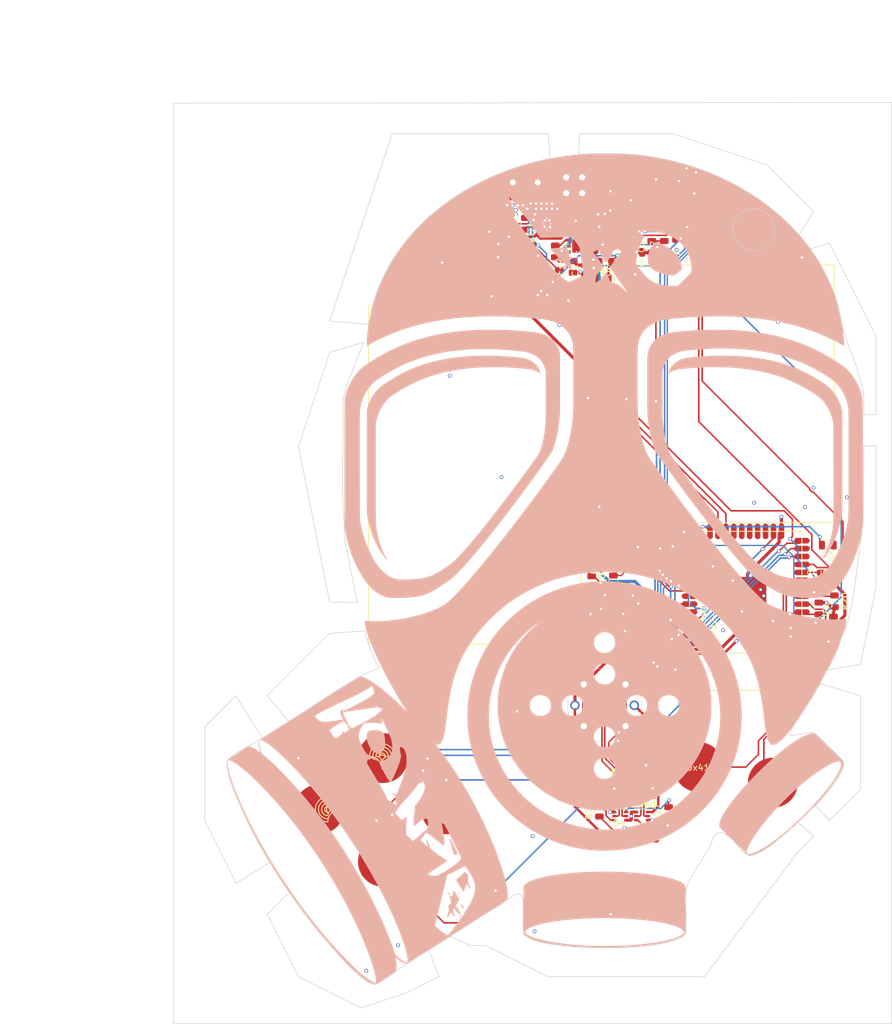
<source format=kicad_pcb>
(kicad_pcb (version 20210228) (generator pcbnew)
  (layers (0 "F.Cu" signal) (31 "B.Cu" signal) (34 "B.Paste" user) (35 "F.Paste" user) (36 "B.SilkS" user "B.Silkscreen") (37 "F.SilkS" user "F.Silkscreen") (38 "B.Mask" user) (39 "F.Mask" user) (44 "Edge.Cuts" user))
  (net 0 "")
  (net 1 "GND")
  (net 2 "EN")
  (net 3 "VBUS")
  (net 4 "alc")
  (net 5 "Net-(C6-Pad2)")
  (net 6 "+3.3V")
  (net 7 "VBAT")
  (net 8 "Net-(C13-Pad1)")
  (net 9 "STAT2")
  (net 10 "Net-(D1-Pad2)")
  (net 11 "Net-(D2-Pad2)")
  (net 12 "STAT1")
  (net 13 "Net-(D3-Pad2)")
  (net 14 "Net-(D4-Pad1)")
  (net 15 "Net-(D4-Pad2)")
  (net 16 "Net-(D4-Pad3)")
  (net 17 "LCD_BACKLIGHT")
  (net 18 "LCD_RST")
  (net 19 "LCD_DIO")
  (net 20 "LCD_SCK")
  (net 22 "LCD_CS")
  (net 23 "I2C_SDA")
  (net 24 "I2C_SCL")
  (net 25 "D-")
  (net 26 "D+")
  (net 28 "DIR_UP")
  (net 29 "DIR_DOWN")
  (net 30 "DIR_LEFT")
  (net 31 "DIR_RIGHT")
  (net 32 "BUTTON_A")
  (net 33 "BUTTON_B")
  (net 34 "Net-(Q2-Pad1)")
  (net 35 "RTS")
  (net 36 "Net-(Q3-Pad1)")
  (net 37 "DTR")
  (net 38 "IO0")
  (net 39 "LED_B")
  (net 40 "HEATER")
  (net 41 "Net-(Q4-Pad6)")
  (net 42 "CUT3VVBAT")
  (net 43 "LED_R")
  (net 44 "Net-(R3-Pad2)")
  (net 45 "Net-(R6-Pad2)")
  (net 46 "Net-(R8-Pad2)")
  (net 47 "LED_G")
  (net 48 "Net-(R13-Pad2)")
  (net 49 "Net-(R16-Pad2)")
  (net 50 "Net-(R19-Pad2)")
  (net 51 "Net-(R24-Pad1)")
  (net 52 "Net-(R28-Pad2)")
  (net 53 "Net-(SW1-Pad1)")
  (net 54 "USBRX")
  (net 55 "USBTX")
  (net 56 "EN_BACKLIGHT")
  (net 73 "CTS")
  (net 78 "Net-(R23-Pad1)")
  (net 79 "Net-(R24-Pad2)")
  (net 81 "Net-(Q4-Pad3)")
  (net 82 "Net-(q1-Pad3)")
  (net 83 "Net-(q1-Pad6)")
  (footprint "Connector_USB:USB_Micro-B_Molex_47346-0001" (layer "F.Cu") (at 97.275002 26.624511 180)
    (fp_text reference "J4")
    (fp_text value "USB_B_Micro")
  )
  (footprint "drillNPTH0.2" (layer "F.Cu") (at 55.14 98.03)
    (fp_text reference "REF**" hide)
    (fp_text value "drillNPTH0.2" hide)
  )
  (footprint "drillNPTH0.2" (layer "F.Cu") (at 66.97 150.12)
    (fp_text reference "REF**" hide)
    (fp_text value "drillNPTH0.2" hide)
  )
  (footprint "Resistor_SMD:R_0805_2012Metric" (layer "F.Cu") (at 92.46 88.27 180)
    (fp_text reference "R26")
    (fp_text value "1k 1%")
  )
  (footprint "Capacitor_SMD:C_0805_2012Metric" (layer "F.Cu") (at 90.975002 41.974511 90)
    (fp_text reference "C9")
    (fp_text value "4.7uF")
  )
  (footprint "drillNPTH0.2" (layer "F.Cu") (at 41.92 139.05)
    (fp_text reference "REF**" hide)
    (fp_text value "drillNPTH0.2" hide)
  )
  (footprint "drillNPTH0.2" (layer "F.Cu") (at 55.3 98.62)
    (fp_text reference "REF**" hide)
    (fp_text value "drillNPTH0.2" hide)
  )
  (footprint "drillNPTH0.2" (layer "F.Cu") (at 55.65 52.57)
    (fp_text reference "REF**" hide)
    (fp_text value "drillNPTH0.2" hide)
  )
  (footprint "drillNPTH0.2" (layer "F.Cu") (at 135.53 69.96)
    (fp_text reference "REF**" hide)
    (fp_text value "drillNPTH0.2" hide)
  )
  (footprint "drillNPTH0.2" (layer "F.Cu") (at 88.62 23.42)
    (fp_text reference "REF**" hide)
    (fp_text value "drillNPTH0.2" hide)
  )
  (footprint "brucon_badge:touch_10mm" (layer "F.Cu") (at 68.625002 128.174511)
    (fp_text reference "J8" hide)
    (fp_text value "Conn_01x01_Female")
  )
  (footprint "Resistor_SMD:R_0805_2012Metric" (layer "F.Cu") (at 129.7725 85.88 180)
    (fp_text reference "R3")
    (fp_text value "10k")
  )
  (footprint "drillNPTH0.2" (layer "F.Cu") (at 40.48 136.96)
    (fp_text reference "REF**" hide)
    (fp_text value "drillNPTH0.2" hide)
  )
  (footprint "drillNPTH0.2" (layer "F.Cu") (at 55.94 51.69)
    (fp_text reference "REF**" hide)
    (fp_text value "drillNPTH0.2" hide)
  )
  (footprint "drillNPTH0.2" (layer "F.Cu") (at 39.76 116.4)
    (fp_text reference "REF**" hide)
    (fp_text value "drillNPTH0.2" hide)
  )
  (footprint "drillNPTH0.2" (layer "F.Cu") (at 86.51 23.73)
    (fp_text reference "REF**" hide)
    (fp_text value "drillNPTH0.2" hide)
  )
  (footprint "Resistor_SMD:R_0805_2012Metric" (layer "F.Cu") (at 100.787502 125.824511 180)
    (fp_text reference "R30")
    (fp_text value "10k")
  )
  (footprint "drillNPTH0.2" (layer "F.Cu") (at 127.49 127.9)
    (fp_text reference "REF**" hide)
    (fp_text value "drillNPTH0.2" hide)
  )
  (footprint "drillNPTH0.2" (layer "F.Cu") (at 67.74 149.6)
    (fp_text reference "REF**" hide)
    (fp_text value "drillNPTH0.2" hide)
  )
  (footprint "drillNPTH0.2" (layer "F.Cu") (at 55.39 98.91)
    (fp_text reference "REF**" hide)
    (fp_text value "drillNPTH0.2" hide)
  )
  (footprint "drillNPTH0.2" (layer "F.Cu") (at 86.81 23.7)
    (fp_text reference "REF**" hide)
    (fp_text value "drillNPTH0.2" hide)
  )
  (footprint "Package_TO_SOT_SMD:SOT-23" (layer "F.Cu") (at 106.225002 33.974511)
    (fp_text reference "Q2")
    (fp_text value "BT3904")
  )
  (footprint "drillNPTH0.2" (layer "F.Cu") (at 85.92 23.83)
    (fp_text reference "REF**" hide)
    (fp_text value "drillNPTH0.2" hide)
  )
  (footprint "drillNPTH0.2" (layer "F.Cu") (at 41.06 137.73)
    (fp_text reference "REF**" hide)
    (fp_text value "drillNPTH0.2" hide)
  )
  (footprint "Resistor_SMD:R_0805_2012Metric" (layer "F.Cu") (at 93.925002 31.374511 180)
    (fp_text reference "R8")
    (fp_text value "1.0k 1%")
  )
  (footprint "Capacitor_SMD:C_0805_2012Metric" (layer "F.Cu") (at 97.04 98.15)
    (fp_text reference "C13")
    (fp_text value "10uF")
  )
  (footprint "drillNPTH0.2" (layer "F.Cu") (at 127.7 127.69)
    (fp_text reference "REF**" hide)
    (fp_text value "drillNPTH0.2" hide)
  )
  (footprint "Package_TO_SOT_SMD:SOT-23-5" (layer "F.Cu") (at 98.48 94.99 90)
    (fp_text reference "U5")
    (fp_text value "MIC2288YD5")
  )
  (footprint "Resistor_SMD:R_0805_2012Metric" (layer "F.Cu") (at 93.475002 38.574511)
    (fp_text reference "R7")
    (fp_text value "47.5k")
  )
  (footprint "Resistor_SMD:R_0805_2012Metric" (layer "F.Cu") (at 93.19 128.4 90)
    (fp_text reference "R25")
    (fp_text value "100")
  )
  (footprint "Resistor_SMD:R_0805_2012Metric" (layer "F.Cu") (at 102.725002 33.174511)
    (fp_text reference "R9")
    (fp_text value "1.0k 1%")
  )
  (footprint "drillNPTH0.2" (layer "F.Cu") (at 67.23 149.95)
    (fp_text reference "REF**" hide)
    (fp_text value "drillNPTH0.2" hide)
  )
  (footprint "drillNPTH0.2" (layer "F.Cu") (at 89.87 23.32)
    (fp_text reference "REF**" hide)
    (fp_text value "drillNPTH0.2" hide)
  )
  (footprint "drillNPTH0.2" (layer "F.Cu") (at 88.02 23.52)
    (fp_text reference "REF**" hide)
    (fp_text value "drillNPTH0.2" hide)
  )
  (footprint "drillNPTH0.2" (layer "F.Cu") (at 41.35 138.25)
    (fp_text reference "REF**" hide)
    (fp_text value "drillNPTH0.2" hide)
  )
  (footprint "Resistor_SMD:R_0805_2012Metric" (layer "F.Cu") (at 104.27 128.7825 90)
    (fp_text reference "R27")
    (fp_text value "50")
  )
  (footprint "Resistor_SMD:R_0805_2012Metric" (layer "F.Cu") (at 86.775002 42.774511 90)
    (fp_text reference "R22")
    (fp_text value "1.47k 1%")
  )
  (footprint "drillNPTH0.2" (layer "F.Cu") (at 127.26 128.12)
    (fp_text reference "REF**" hide)
    (fp_text value "drillNPTH0.2" hide)
  )
  (footprint "Capacitor_SMD:C_0805_2012Metric" (layer "F.Cu") (at 128.775002 100.474511 90)
    (fp_text reference "C1")
    (fp_text value "1uF")
  )
  (footprint "brucon_badge:DF23C-10DS-0.5V" (layer "F.Cu") (at 101.19 85.92 90)
    (fp_text reference "J1")
    (fp_text value "Hirose DF23C-10DS-0.5" hide)
  )
  (footprint "drillNPTH0.2" (layer "F.Cu") (at 135.54 69.67)
    (fp_text reference "REF**" hide)
    (fp_text value "drillNPTH0.2" hide)
  )
  (footprint "drillNPTH0.2" (layer "F.Cu") (at 128.58 108.04)
    (fp_text reference "REF**" hide)
    (fp_text value "drillNPTH0.2" hide)
  )
  (footprint "drillNPTH0.2" (layer "F.Cu") (at 135.58 68.44)
    (fp_text reference "REF**" hide)
    (fp_text value "drillNPTH0.2" hide)
  )
  (footprint "Inductor_SMD:L_0805_2012Metric" (layer "F.Cu") (at 92.73 98.12 180)
    (fp_text reference "M2")
    (fp_text value "10uH")
  )
  (footprint "drillNPTH0.2" (layer "F.Cu") (at 135.56 68.75)
    (fp_text reference "REF**" hide)
    (fp_text value "drillNPTH0.2" hide)
  )
  (footprint "drillNPTH0.2" (layer "F.Cu") (at 41.74 138.77)
    (fp_text reference "REF**" hide)
    (fp_text value "drillNPTH0.2" hide)
  )
  (footprint "drillNPTH0.2" (layer "F.Cu") (at 129.46 106.39)
    (fp_text reference "REF**" hide)
    (fp_text value "drillNPTH0.2" hide)
  )
  (footprint "drillNPTH0.2" (layer "F.Cu") (at 42.62 140.1)
    (fp_text reference "REF**" hide)
    (fp_text value "drillNPTH0.2" hide)
  )
  (footprint "LOGO" (layer "F.Cu") (at 0 0)
    (fp_text reference "G***" hide)
    (fp_text value "LOGO" hide)
  )
  (footprint "drillNPTH0.2" (layer "F.Cu") (at 40.53 115.94)
    (fp_text reference "REF**" hide)
    (fp_text value "drillNPTH0.2" hide)
  )
  (footprint "drillNPTH0.2" (layer "F.Cu") (at 39.25 116.72)
    (fp_text reference "REF**" hide)
    (fp_text value "drillNPTH0.2" hide)
  )
  (footprint "drillNPTH0.2" (layer "F.Cu") (at 135.59 68.13)
    (fp_text reference "REF**" hide)
    (fp_text value "drillNPTH0.2" hide)
  )
  (footprint "drillNPTH0.2" (layer "F.Cu") (at 128.87 107.48)
    (fp_text reference "REF**" hide)
    (fp_text value "drillNPTH0.2" hide)
  )
  (footprint "drillNPTH0.2" (layer "F.Cu") (at 41.03 115.59)
    (fp_text reference "REF**" hide)
    (fp_text value "drillNPTH0.2" hide)
  )
  (footprint "Capacitor_SMD:C_0805_2012Metric" (layer "F.Cu") (at 99.687502 30.724511 180)
    (fp_text reference "C4")
    (fp_text value "4.7uF")
  )
  (footprint "drillNPTH0.2" (layer "F.Cu") (at 66.2 150.6)
    (fp_text reference "REF**" hide)
    (fp_text value "drillNPTH0.2" hide)
  )
  (footprint "drillNPTH0.2" (layer "F.Cu") (at 68 149.45)
    (fp_text reference "REF**" hide)
    (fp_text value "drillNPTH0.2" hide)
  )
  (footprint "Resistor_SMD:R_0805_2012Metric" (layer "F.Cu") (at 93.71 43.09)
    (fp_text reference "R24")
    (fp_text value "10k 1%")
  )
  (footprint "drillNPTH0.2" (layer "F.Cu") (at 135.61 67.82)
    (fp_text reference "REF**" hide)
    (fp_text value "drillNPTH0.2" hide)
  )
  (footprint "drillNPTH0.2" (layer "F.Cu") (at 55.85 51.99)
    (fp_text reference "REF**" hide)
    (fp_text value "drillNPTH0.2" hide)
  )
  (footprint "drillNPTH0.2" (layer "F.Cu") (at 42.22 139.61)
    (fp_text reference "REF**" hide)
    (fp_text value "drillNPTH0.2" hide)
  )
  (footprint "drillNPTH0.2" (layer "F.Cu") (at 65.94 150.75)
    (fp_text reference "REF**" hide)
    (fp_text value "drillNPTH0.2" hide)
  )
  (footprint "drillNPTH0.2" (layer "F.Cu") (at 43.12 114.28)
    (fp_text reference "REF**" hide)
    (fp_text value "drillNPTH0.2" hide)
  )
  (footprint "drillNPTH0.2" (layer "F.Cu") (at 42.6 114.61)
    (fp_text reference "REF**" hide)
    (fp_text value "drillNPTH0.2" hide)
  )
  (footprint "Capacitor_SMD:C_0805_2012Metric" (layer "F.Cu") (at 78.17 45.96)
    (fp_text reference "C12")
    (fp_text value "10uF")
  )
  (footprint "drillNPTH0.2" (layer "F.Cu") (at 85.34 23.96)
    (fp_text reference "REF**" hide)
    (fp_text value "drillNPTH0.2" hide)
  )
  (footprint "drillNPTH0.2" (layer "F.Cu") (at 88.94 23.41)
    (fp_text reference "REF**" hide)
    (fp_text value "drillNPTH0.2" hide)
  )
  (footprint "drillNPTH0.2" (layer "F.Cu") (at 42.42 139.84)
    (fp_text reference "REF**" hide)
    (fp_text value "drillNPTH0.2" hide)
  )
  (footprint "drillNPTH0.2" (layer "F.Cu") (at 43.38 114.12)
    (fp_text reference "REF**" hide)
    (fp_text value "drillNPTH0.2" hide)
  )
  (footprint "drillNPTH0.2" (layer "F.Cu") (at 55.46 53.13)
    (fp_text reference "REF**" hide)
    (fp_text value "drillNPTH0.2" hide)
  )
  (footprint "brucon_badge:DO-214-FM5817" (layer "F.Cu") (at 93.59 95.5 180)
    (fp_text reference "D2")
    (fp_text value "FM5817")
  )
  (footprint "Resistor_SMD:R_0805_2012Metric" (layer "F.Cu") (at 99.09 38.99 180)
    (fp_text reference "R11")
    (fp_text value "1 M")
  )
  (footprint "drillNPTH0.2" (layer "F.Cu") (at 125.83 36.87)
    (fp_text reference "REF**" hide)
    (fp_text value "drillNPTH0.2" hide)
  )
  (footprint "drillNPTH0.2" (layer "F.Cu") (at 125.42 36.39)
    (fp_text reference "REF**" hide)
    (fp_text value "drillNPTH0.2" hide)
  )
  (footprint "drillNPTH0.2" (layer "F.Cu") (at 54.93 97.13)
    (fp_text reference "REF**" hide)
    (fp_text value "drillNPTH0.2" hide)
  )
  (footprint "Resistor_SMD:R_0805_2012Metric" (layer "F.Cu") (at 95.43 91.69 90)
    (fp_text reference "R17")
    (fp_text value "1.5k 1%")
  )
  (footprint "drillNPTH0.2" (layer "F.Cu") (at 42.08 114.93)
    (fp_text reference "REF**" hide)
    (fp_text value "drillNPTH0.2" hide)
  )
  (footprint "brucon_badge:JST-PH-SM4-TB-2" (layer "F.Cu") (at 74.6575 38.71 90)
    (fp_text reference "CONN_BATT1")
    (fp_text value "Conn_01x02")
  )
  (footprint "Resistor_SMD:R_0805_2012Metric" (layer "F.Cu") (at 100.787502 123.824511)
    (fp_text reference "R29")
    (fp_text value "10k")
  )
  (footprint "drillNPTH0.2" (layer "F.Cu") (at 39.51 116.56)
    (fp_text reference "REF**" hide)
    (fp_text value "drillNPTH0.2" hide)
  )
  (footprint "drillNPTH0.2" (layer "F.Cu") (at 87.71 23.56)
    (fp_text reference "REF**" hide)
    (fp_text value "drillNPTH0.2" hide)
  )
  (footprint "drillNPTH0.2" (layer "F.Cu") (at 135.63 66.9)
    (fp_text reference "REF**" hide)
    (fp_text value "drillNPTH0.2" hide)
  )
  (footprint "drillNPTH0.2" (layer "F.Cu") (at 54.86 96.83)
    (fp_text reference "REF**" hide)
    (fp_text value "drillNPTH0.2" hide)
  )
  (footprint "drillNPTH0.2" (layer "F.Cu") (at 55.09 97.73)
    (fp_text reference "REF**" hide)
    (fp_text value "drillNPTH0.2" hide)
  )
  (footprint "drillNPTH0.2" (layer "F.Cu") (at 135.64 65.37)
    (fp_text reference "REF**" hide)
    (fp_text value "drillNPTH0.2" hide)
  )
  (footprint "drillNPTH0.2" (layer "F.Cu") (at 126.03 37.13)
    (fp_text reference "REF**" hide)
    (fp_text value "drillNPTH0.2" hide)
  )
  (footprint "LOGO" (layer "F.Cu") (at 0 0)
    (fp_text reference "G***" hide)
    (fp_text value "LOGO" hide)
  )
  (footprint "drillNPTH0.2" (layer "F.Cu") (at 56.14 50.8)
    (fp_text reference "REF**" hide)
    (fp_text value "drillNPTH0.2" hide)
  )
  (footprint "drillNPTH0.2" (layer "F.Cu") (at 56.23 50.51)
    (fp_text reference "REF**" hide)
    (fp_text value "drillNPTH0.2" hide)
  )
  (footprint "drillNPTH0.2" (layer "F.Cu") (at 55.75 52.29)
    (fp_text reference "REF**" hide)
    (fp_text value "drillNPTH0.2" hide)
  )
  (footprint "drillNPTH0.2" (layer "F.Cu") (at 68.27 149.32)
    (fp_text reference "REF**" hide)
    (fp_text value "drillNPTH0.2" hide)
  )
  (footprint "drillNPTH0.2" (layer "F.Cu") (at 67.49 149.8)
    (fp_text reference "REF**" hide)
    (fp_text value "drillNPTH0.2" hide)
  )
  (footprint "drillNPTH0.2" (layer "F.Cu") (at 54.49 95.35)
    (fp_text reference "REF**" hide)
    (fp_text value "drillNPTH0.2" hide)
  )
  (footprint "drillNPTH0.2" (layer "F.Cu") (at 125.18 36.17)
    (fp_text reference "REF**" hide)
    (fp_text value "drillNPTH0.2" hide)
  )
  (footprint "drillNPTH0.2" (layer "F.Cu") (at 126.99 38.47)
    (fp_text reference "REF**" hide)
    (fp_text value "drillNPTH0.2" hide)
  )
  (footprint "Package_TO_SOT_SMD:SOT-363_SC-70-6" (layer "F.Cu") (at 96.525002 129.274511)
    (fp_text reference "q1")
    (fp_text value "NX7002aks_small")
  )
  (footprint "Connector_PinHeader_2.54mm:PinHeader_2x02_P2.54mm_Vertical" (layer "F.Cu") (at 87.875002 26.974511)
    (fp_text reference "J2")
    (fp_text value "Conn_02x02_Top_Bottom")
  )
  (footprint "drillNPTH0.2" (layer "F.Cu") (at 87.41 23.6)
    (fp_text reference "REF**" hide)
    (fp_text value "drillNPTH0.2" hide)
  )
  (footprint "drillNPTH0.2" (layer "F.Cu") (at 56.08 51.1)
    (fp_text reference "REF**" hide)
    (fp_text value "drillNPTH0.2" hide)
  )
  (footprint "LOGO" (layer "F.Cu") (at 0 0)
    (fp_text reference "G***" hide)
    (fp_text value "LOGO" hide)
  )
  (footprint "drillNPTH0.2" (layer "F.Cu") (at 126.41 37.63)
    (fp_text reference "REF**" hide)
    (fp_text value "drillNPTH0.2" hide)
  )
  (footprint "drillNPTH0.2" (layer "F.Cu") (at 89.25 23.39)
    (fp_text reference "REF**" hide)
    (fp_text value "drillNPTH0.2" hide)
  )
  (footprint "brucon_badge:DFN6-3.6x2.15mmP0.95" (layer "F.Cu") (at 89.525002 37.974511 180)
    (fp_text reference "U3" hide)
    (fp_text value "NCP5661")
  )
  (footprint "brucon_badge:touch_10mm" (layer "F.Cu") (at 58.525002 119.974511)
    (fp_text reference "J5" hide)
    (fp_text value "Conn_01x01_Female")
  )
  (footprint "LED_SMD:LED_0603_1608Metric" (layer "F.Cu") (at 81.775002 39.524511 180)
    (fp_text reference "D1")
    (fp_text value "LED")
  )
  (footprint "brucon_badge:touch_10mm" (layer "F.Cu") (at 109.075002 121.424511)
    (fp_text reference "J10" hide)
    (fp_text value "Conn_01x01_Female")
  )
  (footprint "drillNPTH0.2" (layer "F.Cu") (at 66.47 150.47)
    (fp_text reference "REF**" hide)
    (fp_text value "drillNPTH0.2" hide)
  )
  (footprint "drillNPTH0.2" (layer "F.Cu") (at 43.08 140.89)
    (fp_text reference "REF**" hide)
    (fp_text value "drillNPTH0.2" hide)
  )
  (footprint "Capacitor_SMD:C_0805_2012Metric" (layer "F.Cu") (at 81.875002 43.674511 180)
    (fp_text reference "C10")
    (fp_text value "4.7uF")
  )
  (footprint "brucon_badge:touch_10mm" (layer "F.Cu") (at 48.325002 128.174511)
    (fp_text reference "J7" hide)
    (fp_text value "Conn_01x01_Female")
  )
  (footprint "LOGO" (layer "F.Cu") (at 0 0)
    (fp_text reference "G***" hide)
    (fp_text value "LOGO" hide)
  )
  (footprint "Package_TO_SOT_SMD:SOT-363_SC-70-6" (layer "F.Cu") (at 100.025002 129.274511)
    (fp_text reference "Q4")
    (fp_text value "NX7002aks_small")
  )
  (footprint "drillNPTH0.2" (layer "F.Cu") (at 42.93 140.63)
    (fp_text reference "REF**" hide)
    (fp_text value "drillNPTH0.2" hide)
  )
  (footprint "drillNPTH0.2" (layer "F.Cu") (at 86.22 23.79)
    (fp_text reference "REF**" hide)
    (fp_text value "drillNPTH0.2" hide)
  )
  (footprint "Resistor_SMD:R_0805_2012Metric" (layer "F.Cu") (at 92.08 45.36 180)
    (fp_text reference "R27")
    (fp_text value "10k 1%")
  )
  (footprint "drillNPTH0.2" (layer "F.Cu") (at 55.01 97.43)
    (fp_text reference "REF**" hide)
    (fp_text value "drillNPTH0.2" hide)
  )
  (footprint "drillNPTH0.2" (layer "F.Cu") (at 40.68 137.19)
    (fp_text reference "REF**" hide)
    (fp_text value "drillNPTH0.2" hide)
  )
  (footprint "drillNPTH0.2" (layer "F.Cu") (at 125.73 129.61)
    (fp_text reference "REF**" hide)
    (fp_text value "drillNPTH0.2" hide)
  )
  (footprint "drillNPTH0.2" (layer "F.Cu") (at 54.65 95.95)
    (fp_text reference "REF**" hide)
    (fp_text value "drillNPTH0.2" hide)
  )
  (footprint "drillNPTH0.2" (layer "F.Cu") (at 40.78 115.77)
    (fp_text reference "REF**" hide)
    (fp_text value "drillNPTH0.2" hide)
  )
  (footprint "drillNPTH0.2" (layer "F.Cu") (at 85.63 23.89)
    (fp_text reference "REF**" hide)
    (fp_text value "drillNPTH0.2" hide)
  )
  (footprint "drillNPTH0.2" (layer "F.Cu") (at 42.05 139.34)
    (fp_text reference "REF**" hide)
    (fp_text value "drillNPTH0.2" hide)
  )
  (footprint "drillNPTH0.2" (layer "F.Cu") (at 68.52 149.15)
    (fp_text reference "REF**" hide)
    (fp_text value "drillNPTH0.2" hide)
  )
  (footprint "drillNPTH0.2" (layer "F.Cu") (at 54.72 96.25)
    (fp_text reference "REF**" hide)
    (fp_text value "drillNPTH0.2" hide)
  )
  (footprint "Resistor_SMD:R_0805_2012Metric" (layer "F.Cu") (at 97.325002 119.174511 -90)
    (fp_text reference "R31")
    (fp_text value "20k 1%")
  )
  (footprint "drillNPTH0.2" (layer "F.Cu") (at 129.03 107.22)
    (fp_text reference "REF**" hide)
    (fp_text value "drillNPTH0.2" hide)
  )
  (footprint "Resistor_SMD:R_0805_2012Metric" (layer "F.Cu") (at 81.975002 41.574511)
    (fp_text reference "R19")
    (fp_text value "27k 1%")
  )
  (footprint "Resistor_SMD:R_0805_2012Metric" (layer "F.Cu") (at 101.28 132.8)
    (fp_text reference "R32")
    (fp_text value "50")
  )
  (footprint "drillNPTH0.2" (layer "F.Cu") (at 135.62 65.68)
    (fp_text reference "REF**" hide)
    (fp_text value "drillNPTH0.2" hide)
  )
  (footprint "Resistor_SMD:R_0805_2012Metric" (layer "F.Cu") (at 106.275002 36.774511)
    (fp_text reference "R1")
    (fp_text value "100k")
  )
  (footprint "gasmask_pcb:IC_TPS61087DSCR" (layer "F.Cu") (at 84.812502 34.424511 180)
    (fp_text reference "U4")
    (fp_text value "LM3658SD")
  )
  (footprint "drillNPTH0.2" (layer "F.Cu") (at 43.48 141.38)
    (fp_text reference "REF**" hide)
    (fp_text value "drillNPTH0.2" hide)
  )
  (footprint "drillNPTH0.2" (layer "F.Cu") (at 41.54 138.51)
    (fp_text reference "REF**" hide)
    (fp_text value "drillNPTH0.2" hide)
  )
  (footprint "drillNPTH0.2" (layer "F.Cu") (at 55.55 52.85)
    (fp_text reference "REF**" hide)
    (fp_text value "drillNPTH0.2" hide)
  )
  (footprint "drillNPTH0.2" (layer "F.Cu") (at 126.85 128.55)
    (fp_text reference "REF**" hide)
    (fp_text value "drillNPTH0.2" hide)
  )
  (footprint "drillNPTH0.2" (layer "F.Cu") (at 56.02 51.4)
    (fp_text reference "REF**" hide)
    (fp_text value "drillNPTH0.2" hide)
  )
  (footprint "drillNPTH0.2" (layer "F.Cu") (at 125.63 36.64)
    (fp_text reference "REF**" hide)
    (fp_text value "drillNPTH0.2" hide)
  )
  (footprint "Resistor_SMD:R_0805_2012Metric" (layer "F.Cu") (at 130.875002 91.224511 90)
    (fp_text reference "R15")
    (fp_text value "2k 1%")
  )
  (footprint "drillNPTH0.2" (layer "F.Cu") (at 87.11 23.65)
    (fp_text reference "REF**" hide)
    (fp_text value "drillNPTH0.2" hide)
  )
  (footprint "drillNPTH0.2" (layer "F.Cu") (at 129.75 105.83)
    (fp_text reference "REF**" hide)
    (fp_text value "drillNPTH0.2" hide)
  )
  (footprint "drillNPTH0.2" (layer "F.Cu") (at 55.22 98.33)
    (fp_text reference "REF**" hide)
    (fp_text value "drillNPTH0.2" hide)
  )
  (footprint "drillNPTH0.2" (layer "F.Cu") (at 135.61 67.21)
    (fp_text reference "REF**" hide)
    (fp_text value "drillNPTH0.2" hide)
  )
  (footprint "Resistor_SMD:R_0805_2012Metric" (layer "F.Cu") (at 74.29 31.99 90)
    (fp_text reference "R24")
    (fp_text value "5k 1%")
  )
  (footprint "drillNPTH0.2" (layer "F.Cu") (at 125.28 130.03)
    (fp_text reference "REF**" hide)
    (fp_text value "drillNPTH0.2" hide)
  )
  (footprint "drillNPTH0.2" (layer "F.Cu") (at 55.46 99.2)
    (fp_text reference "REF**" hide)
    (fp_text value "drillNPTH0.2" hide)
  )
  (footprint "drillNPTH0.2" (layer "F.Cu") (at 42.34 114.77)
    (fp_text reference "REF**" hide)
    (fp_text value "drillNPTH0.2" hide)
  )
  (footprint "Resistor_SMD:R_0805_2012Metric" (layer "F.Cu") (at 130.675002 98.274511 90)
    (fp_text reference "R14")
    (fp_text value "100k 1%")
  )
  (footprint "drillNPTH0.2" (layer "F.Cu") (at 125.51 129.83)
    (fp_text reference "REF**" hide)
    (fp_text value "drillNPTH0.2" hide)
  )
  (footprint "drillNPTH0.2" (layer "F.Cu") (at 69.03 148.8)
    (fp_text reference "REF**" hide)
    (fp_text value "drillNPTH0.2" hide)
  )
  (footprint "drillNPTH0.2" (layer "F.Cu") (at 126.2 129.2)
    (fp_text reference "REF**" hide)
    (fp_text value "drillNPTH0.2" hide)
  )
  (footprint "Resistor_SMD:R_0805_2012Metric" (layer "F.Cu") (at 81.34 34.4225 90)
    (fp_text reference "R23")
    (fp_text value "10k 1%")
  )
  (footprint "drillNPTH0.2" (layer "F.Cu") (at 127.06 128.34)
    (fp_text reference "REF**" hide)
    (fp_text value "drillNPTH0.2" hide)
  )
  (footprint "Resistor_SMD:R_0805_2012Metric" (layer "F.Cu") (at 94.14 40.56 180)
    (fp_text reference "R6")
    (fp_text value "22.1k")
  )
  (footprint "drillNPTH0.2" (layer "F.Cu") (at 43.28 141.12)
    (fp_text reference "REF**" hide)
    (fp_text value "drillNPTH0.2" hide)
  )
  (footprint "Capacitor_SMD:C_0805_2012Metric" (layer "F.Cu") (at 88.975002 41.324511 90)
    (fp_text reference "C11")
    (fp_text value "10uF")
  )
  (footprint "drillNPTH0.2" (layer "F.Cu") (at 135.62 66.29)
    (fp_text reference "REF**" hide)
    (fp_text value "drillNPTH0.2" hide)
  )
  (footprint "Capacitor_SMD:C_0805_2012Metric" (layer "F.Cu") (at 86.125002 38.837011 -90)
    (fp_text reference "C14")
    (fp_text value "10uF")
  )
  (footprint "drillNPTH0.2" (layer "F.Cu") (at 69.29 148.65)
    (fp_text reference "REF**" hide)
    (fp_text value "drillNPTH0.2" hide)
  )
  (footprint "LED_SMD:LED_Cree-PLCC4_2x2mm_CW" (layer "F.Cu") (at 96.375002 132.674511)
    (fp_text reference "D4")
    (fp_text value "LED_RGBA")
  )
  (footprint "brucon_badge:JS102000-SAQN" (layer "F.Cu") (at 81.325002 27.97775 180)
    (fp_text reference "SW1" hide)
    (fp_text value "SW_DPDT_x2")
  )
  (footprint "Resistor_SMD:R_0805_2012Metric" (layer "F.Cu") (at 71.88 31.98 90)
    (fp_text reference "R28")
    (fp_text value "5k")
  )
  (footprint "drillNPTH0.2" (layer "F.Cu") (at 126.41 128.99)
    (fp_text reference "REF**" hide)
    (fp_text value "drillNPTH0.2" hide)
  )
  (footprint "Resistor_SMD:R_0805_2012Metric" (layer "F.Cu") (at 104.075002 27.174511)
    (fp_text reference "R13")
    (fp_text value "100k 1%")
  )
  (footprint "drillNPTH0.2" (layer "F.Cu") (at 54.42 95.05)
    (fp_text reference "REF**" hide)
    (fp_text value "drillNPTH0.2" hide)
  )
  (footprint "Package_TO_SOT_SMD:SOT-23" (layer "F.Cu") (at 106.175002 30.174511)
    (fp_text reference "Q3")
    (fp_text value "BT3904")
  )
  (footprint "drillNPTH0.2" (layer "F.Cu") (at 66.72 150.3)
    (fp_text reference "REF**" hide)
    (fp_text value "drillNPTH0.2" hide)
  )
  (footprint "drillNPTH0.2" (layer "F.Cu") (at 89.56 23.35)
    (fp_text reference "REF**" hide)
    (fp_text value "drillNPTH0.2" hide)
  )
  (footprint "Capacitor_SMD:C_0805_2012Metric" (layer "F.Cu") (at 101.575002 38.1125 90)
    (fp_text reference "C6")
    (fp_text value "4.7uF")
  )
  (footprint "Resistor_SMD:R_0805_2012Metric" (layer "F.Cu") (at 91.95 91.8 -90)
    (fp_text reference "R16")
    (fp_text value "9.0k 1%")
  )
  (footprint "brucon_badge:ESP32-WROOM" (layer "F.Cu") (at 116.625002 96.424511)
    (fp_text reference "U1")
    (fp_text value "ESP32-WROOM")
  )
  (footprint "drillNPTH0.2" (layer "F.Cu") (at 129.32 106.66)
    (fp_text reference "REF**" hide)
    (fp_text value "drillNPTH0.2" hide)
  )
  (footprint "drillNPTH0.2" (layer "F.Cu") (at 125.08 130.23)
    (fp_text reference "REF**" hide)
    (fp_text value "drillNPTH0.2" hide)
  )
  (footprint "drillNPTH0.2" (layer "F.Cu") (at 135.55 69.04)
    (fp_text reference "REF**" hide)
    (fp_text value "drillNPTH0.2" hide)
  )
  (footprint "drillNPTH0.2" (layer "F.Cu") (at 42.8 140.38)
    (fp_text reference "REF**" hide)
    (fp_text value "drillNPTH0.2" hide)
  )
  (footprint "drillNPTH0.2" (layer "F.Cu") (at 88.32 23.48)
    (fp_text reference "REF**" hide)
    (fp_text value "drillNPTH0.2" hide)
  )
  (footprint "drillNPTH0.2" (layer "F.Cu") (at 135.6 67.5)
    (fp_text reference "REF**" hide)
    (fp_text value "drillNPTH0.2" hide)
  )
  (footprint "drillNPTH0.2" (layer "F.Cu") (at 41.29 115.42)
    (fp_text reference "REF**" hide)
    (fp_text value "drillNPTH0.2" hide)
  )
  (footprint "drillNPTH0.2" (layer "F.Cu") (at 135.56 69.36)
    (fp_text reference "REF**" hide)
    (fp_text value "drillNPTH0.2" hide)
  )
  (footprint "drillNPTH0.2" (layer "F.Cu") (at 40.26 116.07)
    (fp_text reference "REF**" hide)
    (fp_text value "drillNPTH0.2" hide)
  )
  (footprint "Resistor_SMD:R_0805_2012Metric" (layer "F.Cu") (at 103.325002 30.124511 90)
    (fp_text reference "R10")
    (fp_text value "1.0k 1%")
  )
  (footprint "LOGO" (layer "F.Cu") (at 0 0)
    (fp_text reference "G***" hide)
    (fp_text value "LOGO" hide)
  )
  (footprint "drillNPTH0.2" (layer "F.Cu") (at 126.62 37.89)
    (fp_text reference "REF**" hide)
    (fp_text value "drillNPTH0.2" hide)
  )
  (footprint "Resistor_SMD:R_0805_2012Metric" (layer "F.Cu") (at 128.725002 91.224511 90)
    (fp_text reference "R18")
    (fp_text value "2k 1%")
  )
  (footprint "drillNPTH0.2" (layer "F.Cu") (at 125.97 129.42)
    (fp_text reference "REF**" hide)
    (fp_text value "drillNPTH0.2" hide)
  )
  (footprint "brucon_badge:MQ-3" (layer "F.Cu") (at 94.025002 111.524511)
    (fp_text reference "U6")
    (fp_text value "MQ-6" hide)
  )
  (footprint "drillNPTH0.2" (layer "F.Cu") (at 42.87 114.45)
    (fp_text reference "REF**" hide)
    (fp_text value "drillNPTH0.2" hide)
  )
  (footprint "drillNPTH0.2" (layer "F.Cu") (at 41.18 138.01)
    (fp_text reference "REF**" hide)
    (fp_text value "drillNPTH0.2" hide)
  )
  (footprint "drillNPTH0.2" (layer "F.Cu") (at 135.61 65.06)
    (fp_text reference "REF**" hide)
    (fp_text value "drillNPTH0.2" hide)
  )
  (footprint "drillNPTH0.2" (layer "F.Cu") (at 126.21 37.41)
    (fp_text reference "REF**" hide)
    (fp_text value "drillNPTH0.2" hide)
  )
  (footprint "drillNPTH0.2" (layer "F.Cu") (at 135.61 65.97)
    (fp_text reference "REF**" hide)
    (fp_text value "drillNPTH0.2" hide)
  )
  (footprint "brucon_badge:touch_10mm" (layer "F.Cu") (at 58.525002 136.574511)
    (fp_text reference "J6" hide)
    (fp_text value "Conn_01x01_Female")
  )
  (footprint "drillNPTH0.2" (layer "F.Cu") (at 40.88 137.45)
    (fp_text reference "REF**" hide)
    (fp_text value "drillNPTH0.2" hide)
  )
  (footprint "Resistor_SMD:R_0805_2012Metric" (layer "F.Cu") (at 84.725002 42.774511 90)
    (fp_text reference "R21")
    (fp_text value "1.47k 1%")
  )
  (footprint "Capacitor_SMD:C_0805_2012Metric" (layer "F.Cu") (at 103.575002 38.1125 90)
    (fp_text reference "C7")
    (fp_text value "0.1uF")
  )
  (footprint "Package_DFN_QFN:QFN-24-1EP_4x4mm_P0.5mm_EP2.6x2.6mm" (layer "F.Cu") (at 95.975002 35.024511 -90)
    (fp_text reference "U2")
    (fp_text value "CP2102N-A01-GQFN24")
  )
  (footprint "LED_SMD:LED_0603_1608Metric" (layer "F.Cu") (at 81.775002 37.874511 180)
    (fp_text reference "D3")
    (fp_text value "LED")
  )
  (footprint "drillNPTH0.2" (layer "F.Cu") (at 126.62 128.77)
    (fp_text reference "REF**" hide)
    (fp_text value "drillNPTH0.2" hide)
  )
  (footprint "drillNPTH0.2" (layer "F.Cu") (at 68.77 148.97)
    (fp_text reference "REF**" hide)
    (fp_text value "drillNPTH0.2" hide)
  )
  (footprint "drillNPTH0.2" (layer "F.Cu") (at 54.57 95.66)
    (fp_text reference "REF**" hide)
    (fp_text value "drillNPTH0.2" hide)
  )
  (footprint "brucon_badge:touch_10mm" (layer "F.Cu") (at 120.975002 123.924511)
    (fp_text reference "J9" hide)
    (fp_text value "Conn_01x01_Female")
  )
  (footprint "Resistor_SMD:R_0805_2012Metric" (layer "F.Cu") (at 96.475002 123.924511)
    (fp_text reference "R12")
    (fp_text value "10k")
  )
  (footprint "drillNPTH0.2" (layer "F.Cu") (at 41.82 115.11)
    (fp_text reference "REF**" hide)
    (fp_text value "drillNPTH0.2" hide)
  )
  (footprint "drillNPTH0.2" (layer "F.Cu") (at 54.79 96.54)
    (fp_text reference "REF**" hide)
    (fp_text value "drillNPTH0.2" hide)
  )
  (footprint "drillNPTH0.2" (layer "F.Cu") (at 128.72 107.76)
    (fp_text reference "REF**" hide)
    (fp_text value "drillNPTH0.2" hide)
  )
  (footprint "drillNPTH0.2" (layer "F.Cu") (at 129.6 106.11)
    (fp_text reference "REF**" hide)
    (fp_text value "drillNPTH0.2" hide)
  )
  (footprint "drillNPTH0.2" (layer "F.Cu") (at 55.54 99.5)
    (fp_text reference "REF**" hide)
    (fp_text value "drillNPTH0.2" hide)
  )
  (footprint "drillNPTH0.2" (layer "F.Cu") (at 129.17 106.94)
    (fp_text reference "REF**" hide)
    (fp_text value "drillNPTH0.2" hide)
  )
  (footprint "drillNPTH0.2" (layer "F.Cu") (at 41.55 115.27)
    (fp_text reference "REF**" hide)
    (fp_text value "drillNPTH0.2" hide)
  )
  (footprint "Package_TO_SOT_SMD:SOT-23" (layer "F.Cu") (at 89.425002 34.324511)
    (fp_text reference "U8")
    (fp_text value "MCP112-315")
  )
  (footprint "drillNPTH0.2" (layer "F.Cu") (at 55.37 53.46)
    (fp_text reference "REF**" hide)
    (fp_text value "drillNPTH0.2" hide)
  )
  (footprint "Capacitor_SMD:C_0805_2012Metric" (layer "F.Cu") (at 128.325002 96.024511 -90)
    (fp_text reference "C5")
    (fp_text value "0.1uF")
  )
  (footprint "drillNPTH0.2" (layer "F.Cu") (at 135.6 66.6)
    (fp_text reference "REF**" hide)
    (fp_text value "drillNPTH0.2" hide)
  )
  (footprint "Resistor_SMD:R_0805_2012Metric" (layer "F.Cu") (at 130.825002 94.874511 -90)
    (fp_text reference "R20")
    (fp_text value "100k 1%")
  )
  (footprint "drillNPTH0.2" (layer "F.Cu") (at 40 116.22)
    (fp_text reference "REF**" hide)
    (fp_text value "drillNPTH0.2" hide)
  )
  (footprint "drillNPTH0.2" (layer "F.Cu") (at 126.81 38.18)
    (fp_text reference "REF**" hide)
    (fp_text value "drillNPTH0.2" hide)
  )
  (footprint "Resistor_SMD:R_0805_2012Metric" (layer "F.Cu") (at 96.475002 125.824511 180)
    (fp_text reference "R2")
    (fp_text value "10k")
  )
  (footprint "LOGO" (layer "B.Cu") (at 61.7 96.115723 180)
    (fp_text reference "G***" hide)
    (fp_text value "LOGO" hide)
  )
  (footprint "LOGO" (layer "B.Cu") (at 61.752502 96.103711 180)
    (fp_text reference "G***" hide)
    (fp_text value "LOGO" hide)
  )
  (gr_arc (start 66.7 128) (end 67.199999 128.499999) (angle -90) (layer "F.SilkS") (width 0.15))
  (gr_arc (start 49.7 128.2) (end 49.7 126.7) (angle -180) (layer "F.SilkS") (width 0.15))
  (gr_arc (start 50.7 127.2) (end 49.7 127.2) (angle -90) (layer "F.SilkS") (width 0.15))
  (gr_arc (start 59.6 136.2) (end 59.6 137.2) (angle 90) (layer "F.SilkS") (width 0.15))
  (gr_arc (start 66.2 129) (end 67.2 129) (angle -90) (layer "F.SilkS") (width 0.15))
  (gr_arc (start 65.2 130) (end 67.2 130) (angle -90) (layer "F.SilkS") (width 0.15))
  (gr_arc (start 67.2 128) (end 67.2 130) (angle -180) (layer "F.SilkS") (width 0.15))
  (gr_arc (start 67.2 128) (end 67.2 129.5) (angle -180) (layer "F.SilkS") (width 0.15))
  (gr_arc (start 49.7 128.2) (end 49.7 126.2) (angle -180) (layer "F.SilkS") (width 0.15))
  (gr_arc (start 67.2 128) (end 67.2 129) (angle -180) (layer "F.SilkS") (width 0.15))
  (gr_arc (start 58.6 137.2) (end 58.100001 137.199999) (angle -180.0001146) (layer "F.SilkS") (width 0.15))
  (gr_arc (start 58.4 120.2) (end 58.899999 119.700001) (angle -90) (layer "F.SilkS") (width 0.15))
  (gr_arc (start 49.7 128.2) (end 49.700001 127.700001) (angle -180.0001146) (layer "F.SilkS") (width 0.15))
  (gr_rect (start 56.205 47.45) (end 90.255 101.74) (layer "F.SilkS") (width 0.15) (fill none))
  (gr_arc (start 60.4 121.7) (end 60.4 119.7) (angle -90) (layer "F.SilkS") (width 0.15))
  (gr_arc (start 51.7 126.2) (end 49.7 126.2) (angle -90) (layer "F.SilkS") (width 0.15))
  (gr_arc (start 58.6 136.7) (end 58.100001 137.199999) (angle -90) (layer "F.SilkS") (width 0.15))
  (gr_arc (start 58.6 137.2) (end 57.1 137.2) (angle -180) (layer "F.SilkS") (width 0.15))
  (gr_arc (start 51.7 130.2) (end 49.7 130.2) (angle 90) (layer "F.SilkS") (width 0.15))
  (gr_arc (start 58.4 119.7) (end 59.9 119.7) (angle -180) (layer "F.SilkS") (width 0.15))
  (gr_arc (start 57.6 136.2) (end 57.6 137.2) (angle -90) (layer "F.SilkS") (width 0.15))
  (gr_arc (start 56.6 135.2) (end 56.6 137.2) (angle -90) (layer "F.SilkS") (width 0.15))
  (gr_arc (start 60.6 135.2) (end 60.6 137.2) (angle 90) (layer "F.SilkS") (width 0.15))
  (gr_arc (start 56.4 121.7) (end 56.4 119.7) (angle 90) (layer "F.SilkS") (width 0.15))
  (gr_arc (start 57.4 120.7) (end 57.4 119.7) (angle 90) (layer "F.SilkS") (width 0.15))
  (gr_arc (start 59.4 120.7) (end 59.4 119.7) (angle -90) (layer "F.SilkS") (width 0.15))
  (gr_arc (start 58.4 119.7) (end 59.4 119.7) (angle -180) (layer "F.SilkS") (width 0.15))
  (gr_arc (start 58.4 119.7) (end 58.899999 119.700001) (angle -180.0001146) (layer "F.SilkS") (width 0.15))
  (gr_arc (start 49.7 128.2) (end 49.7 127.2) (angle -180) (layer "F.SilkS") (width 0.15))
  (gr_arc (start 58.6 137.2) (end 57.6 137.2) (angle -180) (layer "F.SilkS") (width 0.15))
  (gr_arc (start 66.2 127) (end 67.2 127) (angle 90) (layer "F.SilkS") (width 0.15))
  (gr_arc (start 50.7 129.2) (end 49.7 129.2) (angle 90) (layer "F.SilkS") (width 0.15))
  (gr_rect (start 95.62 41.01) (end 130.81 82.26) (layer "F.SilkS") (width 0.15) (fill none))
  (gr_arc (start 65.2 126) (end 67.2 126) (angle 90) (layer "F.SilkS") (width 0.15))
  (gr_arc (start 58.6 137.2) (end 56.6 137.2) (angle -180) (layer "F.SilkS") (width 0.15))
  (gr_arc (start 50.2 128.2) (end 49.700001 127.700001) (angle -90) (layer "F.SilkS") (width 0.15))
  (gr_arc (start 58.4 119.7) (end 60.4 119.7) (angle -180) (layer "F.SilkS") (width 0.15))
  (gr_arc (start 67.2 128) (end 67.199999 128.499999) (angle -180.0001146) (layer "F.SilkS") (width 0.15))
  (gr_line (start 137.5 65) (end 137.5 52.5) (layer "Edge.Cuts") (width 0.1))
  (gr_line (start 107.047102 147.640711) (end 106.974602 147.969711) (layer "Edge.Cuts") (width 0.1))
  (gr_line (start 83.770402 24.276181) (end 85.288702 23.952791) (layer "Edge.Cuts") (width 0.1))
  (gr_line (start 132.238282 99.947711) (end 131.875862 100.908111) (layer "Edge.Cuts") (width 0.1))
  (gr_line (start 52.189402 62.628911) (end 52.322902 61.879111) (layer "Edge.Cuts") (width 0.1))
  (gr_line (start 133.910092 93.685811) (end 133.647212 95.170511) (layer "Edge.Cuts") (width 0.1))
  (gr_line (start 56.254402 106.241511) (end 56.995402 105.928011) (layer "Edge.Cuts") (width 0.1))
  (gr_line (start 133.571212 55.211311) (end 134.163822 56.794911) (layer "Edge.Cuts") (width 0.1))
  (gr_line (start 30 130) (end 35 140) (layer "Edge.Cuts") (width 0.1))
  (gr_line (start 33.622502 120.555611) (end 33.751502 120.309811) (layer "Edge.Cuts") (width 0.1))
  (gr_line (start 80.747402 142.064711) (end 80.564702 141.856711) (layer "Edge.Cuts") (width 0.1))
  (gr_line (start 79.288102 25.567681) (end 80.767002 25.084151) (layer "Edge.Cuts") (width 0.1))
  (gr_line (start 114.677102 28.025701) (end 115.990902 28.747571) (layer "Edge.Cuts") (width 0.1))
  (gr_line (start 56.615602 48.514711) (end 57.015602 47.001311) (layer "Edge.Cuts") (width 0.1))
  (gr_line (start 96.885102 150.337711) (end 95.534602 150.369711) (layer "Edge.Cuts") (width 0.1))
  (gr_line (start 107.088602 146.555711) (end 107.091102 147.295711) (layer "Edge.Cuts") (width 0.1))
  (gr_line (start 130.179252 118.328211) (end 131.393402 119.564811) (layer "Edge.Cuts") (width 0.1))
  (gr_line (start 52.322902 61.879111) (end 52.510702 61.112111) (layer "Edge.Cuts") (width 0.1))
  (gr_line (start 134.163822 56.794911) (end 134.710602 58.415711) (layer "Edge.Cuts") (width 0.1))
  (gr_line (start 60.145802 40.064011) (end 60.977902 38.806211) (layer "Edge.Cuts") (width 0.1))
  (gr_line (start 132.270992 121.385711) (end 132.178622 121.680711) (layer "Edge.Cuts") (width 0.1))
  (gr_line (start 62.362902 152.870711) (end 60.936902 153.880711) (layer "Edge.Cuts") (width 0.1))
  (gr_line (start 38.106902 117.415611) (end 39.167302 116.781811) (layer "Edge.Cuts") (width 0.1))
  (gr_line (start 127.886102 109.159311) (end 127.543622 109.795211) (layer "Edge.Cuts") (width 0.1))
  (gr_line (start 123.961402 115.444211) (end 123.805802 115.829011) (layer "Edge.Cuts") (width 0.1))
  (gr_line (start 47.977302 147.494711) (end 45.714802 144.505711) (layer "Edge.Cuts") (width 0.1))
  (gr_line (start 125.030302 130.272711) (end 123.916802 131.260711) (layer "Edge.Cuts") (width 0.1))
  (gr_line (start 131.439582 102.345511) (end 131.124232 103.161811) (layer "Edge.Cuts") (width 0.1))
  (gr_line (start 43.416202 114.092911) (end 40 110) (layer "Edge.Cuts") (width 0.1))
  (gr_line (start 140 162.5) (end 25 162.5) (layer "Edge.Cuts") (width 0.1))
  (gr_line (start 113.325502 132.134711) (end 113.051502 132.002711) (layer "Edge.Cuts") (width 0.1))
  (gr_line (start 137.5 52.5) (end 130 37.5) (layer "Edge.Cuts") (width 0.1))
  (gr_line (start 62.5 157.5) (end 67.5 155) (layer "Edge.Cuts") (width 0.1))
  (gr_line (start 80.459302 141.793711) (end 80.345402 141.756711) (layer "Edge.Cuts") (width 0.1))
  (gr_line (start 38.512902 133.463711) (end 37.632902 131.804711) (layer "Edge.Cuts") (width 0.1))
  (gr_line (start 33.521502 121.082711) (end 33.543502 120.813111) (layer "Edge.Cuts") (width 0.1))
  (gr_line (start 52.063102 74.388211) (end 52.127602 69.442911) (layer "Edge.Cuts") (width 0.1))
  (gr_line (start 76.330002 144.063711) (end 72.841402 146.275711) (layer "Edge.Cuts") (width 0.1))
  (gr_line (start 118.522302 30.331971) (end 119.735202 31.193211) (layer "Edge.Cuts") (width 0.1))
  (gr_line (start 53.655802 57.869311) (end 54.358002 56.141911) (layer "Edge.Cuts") (width 0.1))
  (gr_line (start 79.158602 142.173711) (end 78.798702 142.417711) (layer "Edge.Cuts") (width 0.1))
  (gr_line (start 56.041502 155.788711) (end 55.515702 155.443711) (layer "Edge.Cuts") (width 0.1))
  (gr_line (start 129.696262 105.837711) (end 135 105) (layer "Edge.Cuts") (width 0.1))
  (gr_line (start 106.983002 143.358711) (end 107.085702 145.508711) (layer "Edge.Cuts") (width 0.1))
  (gr_line (start 60 20) (end 50 50) (layer "Edge.Cuts") (width 0.1))
  (gr_line (start 118.150502 135.425711) (end 117.800502 135.535711) (layer "Edge.Cuts") (width 0.1))
  (gr_line (start 51.829402 151.955711) (end 50.512802 150.476711) (layer "Edge.Cuts") (width 0.1))
  (gr_line (start 37.632902 131.804711) (end 36.803602 130.123711) (layer "Edge.Cuts") (width 0.1))
  (gr_line (start 43.416202 114.092911) (end 44.864902 113.195411) (layer "Edge.Cuts") (width 0.1))
  (gr_line (start 113.943502 132.566711) (end 113.621902 132.322711) (layer "Edge.Cuts") (width 0.1))
  (gr_line (start 110.575602 26.147901) (end 111.966902 26.725281) (layer "Edge.Cuts") (width 0.1))
  (gr_line (start 64.897402 34.224911) (end 66.010502 33.194411) (layer "Edge.Cuts") (width 0.1))
  (gr_line (start 103.013902 149.710711) (end 101.776102 149.913711) (layer "Edge.Cuts") (width 0.1))
  (gr_line (start 50 55) (end 45 70) (layer "Edge.Cuts") (width 0.1))
  (gr_line (start 81.722602 148.704711) (end 81.312202 148.428711) (layer "Edge.Cuts") (width 0.1))
  (gr_line (start 104.826502 24.336891) (end 106.286002 24.713721) (layer "Edge.Cuts") (width 0.1))
  (gr_line (start 40.406002 136.717711) (end 39.438702 135.101711) (layer "Edge.Cuts") (width 0.1))
  (gr_line (start 111.754302 132.350711) (end 111.573802 132.592711) (layer "Edge.Cuts") (width 0.1))
  (gr_line (start 101.877702 23.738411) (end 103.356302 24.011591) (layer "Edge.Cuts") (width 0.1))
  (gr_line (start 52.452802 85.285211) (end 52.249402 81.918611) (layer "Edge.Cuts") (width 0.1))
  (gr_line (start 82.260502 148.968711) (end 81.722602 148.704711) (layer "Edge.Cuts") (width 0.1))
  (gr_line (start 131.875862 100.908111) (end 131.439582 102.345511) (layer "Edge.Cuts") (width 0.1))
  (gr_line (start 127.134122 115.877911) (end 127.397002 115.896511) (layer "Edge.Cuts") (width 0.1))
  (gr_line (start 135.517402 62.067911) (end 135.551352 65) (layer "Edge.Cuts") (width 0.1))
  (gr_line (start 80.976502 146.151711) (end 80.969002 145.376711) (layer "Edge.Cuts") (width 0.1))
  (gr_line (start 128.601452 40.918411) (end 129.312112 42.207911) (layer "Edge.Cuts") (width 0.1))
  (gr_line (start 52.070902 76.676611) (end 52.063102 74.388211) (layer "Edge.Cuts") (width 0.1))
  (gr_line (start 60.977902 38.806211) (end 61.872002 37.592911) (layer "Edge.Cuts") (width 0.1))
  (gr_line (start 63.834502 35.301611) (end 64.897402 34.224911) (layer "Edge.Cuts") (width 0.1))
  (gr_line (start 82.262102 24.653471) (end 83.770402 24.276181) (layer "Edge.Cuts") (width 0.1))
  (gr_line (start 85.071502 149.715711) (end 84.331502 149.594711) (layer "Edge.Cuts") (width 0.1))
  (gr_line (start 106.762502 148.348711) (end 106.564402 148.531711) (layer "Edge.Cuts") (width 0.1))
  (gr_line (start 123.916802 131.260711) (end 122.676102 132.352711) (layer "Edge.Cuts") (width 0.1))
  (gr_line (start 117.026802 135.520711) (end 116.660502 135.356711) (layer "Edge.Cuts") (width 0.1))
  (gr_line (start 107.085702 145.508711) (end 107.088602 146.555711) (layer "Edge.Cuts") (width 0.1))
  (gr_line (start 35.228502 119.050411) (end 35.840502 118.699411) (layer "Edge.Cuts") (width 0.1))
  (gr_line (start 135.542172 70) (end 135.443892 82.245211) (layer "Edge.Cuts") (width 0.1))
  (gr_line (start 125 135) (end 127.5 132.5) (layer "Edge.Cuts") (width 0.1))
  (gr_line (start 34.074502 123.165711) (end 33.561502 121.364711) (layer "Edge.Cuts") (width 0.1))
  (gr_line (start 57.787502 156.044711) (end 57.370602 156.231711) (layer "Edge.Cuts") (width 0.1))
  (gr_line (start 131.487032 47.757211) (end 131.673542 48.885011) (layer "Edge.Cuts") (width 0.1))
  (gr_line (start 135.174192 60.148611) (end 135.363232 61.080211) (layer "Edge.Cuts") (width 0.1))
  (gr_line (start 135.443892 82.245211) (end 134.979932 85.595211) (layer "Edge.Cuts") (width 0.1))
  (gr_line (start 106.286002 24.713721) (end 107.732502 25.141561) (layer "Edge.Cuts") (width 0.1))
  (gr_line (start 77.827902 26.103541) (end 79.288102 25.567681) (layer "Edge.Cuts") (width 0.1))
  (gr_line (start 114.671402 133.226711) (end 113.943502 132.566711) (layer "Edge.Cuts") (width 0.1))
  (gr_line (start 33.924502 120.075311) (end 34.134502 119.851411) (layer "Edge.Cuts") (width 0.1))
  (gr_line (start 25 160) (end 25 15.1) (layer "Edge.Cuts") (width 0.1))
  (gr_line (start 127.397002 115.896511) (end 127.620162 115.977211) (layer "Edge.Cuts") (width 0.1))
  (gr_line (start 80.969002 145.376711) (end 80.976102 144.707711) (layer "Edge.Cuts") (width 0.1))
  (gr_line (start 122.676102 132.352711) (end 121.894802 133.002711) (layer "Edge.Cuts") (width 0.1))
  (gr_line (start 124.532102 114.439411) (end 124.209002 114.976811) (layer "Edge.Cuts") (width 0.1))
  (gr_line (start 132.969982 53.590411) (end 133.571212 55.211311) (layer "Edge.Cuts") (width 0.1))
  (gr_line (start 94.453802 23.173831) (end 94.453902 23.173831) (layer "Edge.Cuts") (width 0.1))
  (gr_line (start 34.643502 119.433011) (end 35.228502 119.050411) (layer "Edge.Cuts") (width 0.1))
  (gr_line (start 35.840502 118.699411) (end 36.946502 118.073211) (layer "Edge.Cuts") (width 0.1))
  (gr_line (start 132.356702 120.849211) (end 132.330992 121.108711) (layer "Edge.Cuts") (width 0.1))
  (gr_line (start 89.876802 23.311291) (end 91.407502 23.208781) (layer "Edge.Cuts") (width 0.1))
  (gr_line (start 89.104502 150.227711) (end 85.943302 149.863711) (layer "Edge.Cuts") (width 0.1))
  (gr_line (start 73.589702 28.019871) (end 74.975802 27.330131) (layer "Edge.Cuts") (width 0.1))
  (gr_line (start 100.448002 150.067711) (end 99.328702 150.194711) (layer "Edge.Cuts") (width 0.1))
  (gr_line (start 52.745602 60.327511) (end 53.019802 59.525711) (layer "Edge.Cuts") (width 0.1))
  (gr_line (start 116.295802 135.097711) (end 115.923402 134.747711) (layer "Edge.Cuts") (width 0.1))
  (gr_line (start 65.873002 150.729711) (end 64.121702 151.812711) (layer "Edge.Cuts") (width 0.1))
  (gr_line (start 106.970402 142.299711) (end 106.983002 143.358711) (layer "Edge.Cuts") (width 0.1))
  (gr_line (start 115.534702 134.315711) (end 114.671402 133.226711) (layer "Edge.Cuts") (width 0.1))
  (gr_line (start 123.758002 116.118211) (end 123.779702 116.223011) (layer "Edge.Cuts") (width 0.1))
  (gr_line (start 108.724902 137.657711) (end 108.187602 138.553711) (layer "Edge.Cuts") (width 0.1))
  (gr_line (start 100.393902 23.517891) (end 101.877702 23.738411) (layer "Edge.Cuts") (width 0.1))
  (gr_line (start 81.312202 148.428711) (end 81.164302 148.289711) (layer "Edge.Cuts") (width 0.1))
  (gr_line (start 53.019802 59.525711) (end 53.655802 57.869311) (layer "Edge.Cuts") (width 0.1))
  (gr_line (start 131.124232 103.161811) (end 130.583372 104.269411) (layer "Edge.Cuts") (width 0.1))
  (gr_line (start 137.5 70) (end 135.542172 70) (layer "Edge.Cuts") (width 0.1))
  (gr_line (start 113.051502 132.002711) (end 112.798102 131.925711) (layer "Edge.Cuts") (width 0.1))
  (gr_line (start 81.164302 148.289711) (end 81.059902 148.151711) (layer "Edge.Cuts") (width 0.1))
  (gr_line (start 45 70) (end 50 95) (layer "Edge.Cuts") (width 0.1))
  (gr_line (start 52.127502 79.117911) (end 52.070902 76.676611) (layer "Edge.Cuts") (width 0.1))
  (gr_line (start 112.562602 131.903711) (end 112.342902 131.935711) (layer "Edge.Cuts") (width 0.1))
  (gr_line (start 56.995402 105.928011) (end 57.895102 105.490711) (layer "Edge.Cuts") (width 0.1))
  (gr_line (start 56.464702 102.376911) (end 56.021002 101.050511) (layer "Edge.Cuts") (width 0.1))
  (gr_line (start 111.966902 26.725281) (end 113.335102 27.351401) (layer "Edge.Cuts") (width 0.1))
  (gr_line (start 113.335102 27.351401) (end 114.677102 28.025701) (layer "Edge.Cuts") (width 0.1))
  (gr_line (start 57.895102 105.490711) (end 57.647402 105.082011) (layer "Edge.Cuts") (width 0.1))
  (gr_line (start 53.227202 89.192411) (end 52.780502 86.887311) (layer "Edge.Cuts") (width 0.1))
  (gr_line (start 35 140) (end 40.406002 136.717711) (layer "Edge.Cuts") (width 0.1))
  (gr_line (start 85.288702 23.952791) (end 85 20) (layer "Edge.Cuts") (width 0.1))
  (gr_line (start 112.136602 132.020711) (end 111.941102 132.159711) (layer "Edge.Cuts") (width 0.1))
  (gr_line (start 129.312112 42.207911) (end 129.958622 43.537011) (layer "Edge.Cuts") (width 0.1))
  (gr_line (start 35 110) (end 30 115) (layer "Edge.Cuts") (width 0.1))
  (gr_line (start 33.561502 121.364711) (end 33.521502 121.082711) (layer "Edge.Cuts") (width 0.1))
  (gr_line (start 129.877382 125.249711) (end 129.212552 126.029711) (layer "Edge.Cuts") (width 0.1))
  (gr_line (start 125.339902 113.206011) (end 124.532102 114.439411) (layer "Edge.Cuts") (width 0.1))
  (gr_line (start 25 162.5) (end 25 160) (layer "Edge.Cuts") (width 0.1))
  (gr_line (start 109.163102 25.619811) (end 110.575602 26.147901) (layer "Edge.Cuts") (width 0.1))
  (gr_line (start 94.186002 150.393711) (end 92.158202 150.361711) (layer "Edge.Cuts") (width 0.1))
  (gr_line (start 124.209002 114.976811) (end 123.961402 115.444211) (layer "Edge.Cuts") (width 0.1))
  (gr_line (start 77.193002 143.566711) (end 76.764202 143.832711) (layer "Edge.Cuts") (width 0.1))
  (gr_line (start 134.632962 88.256511) (end 134.136492 92.143811) (layer "Edge.Cuts") (width 0.1))
  (gr_line (start 80.092302 141.751711) (end 79.808202 141.827711) (layer "Edge.Cuts") (width 0.1))
  (gr_line (start 68.377102 31.275611) (end 69.624502 30.388251) (layer "Edge.Cuts") (width 0.1))
  (gr_line (start 106.218402 148.730711) (end 105.713702 148.956711) (layer "Edge.Cuts") (width 0.1))
  (gr_line (start 62.825002 36.424511) (end 63.834502 35.301611) (layer "Edge.Cuts") (width 0.1))
  (gr_line (start 117.403702 135.581711) (end 117.213402 135.564711) (layer "Edge.Cuts") (width 0.1))
  (gr_line (start 67.171502 32.211211) (end 68.377102 31.275611) (layer "Edge.Cuts") (width 0.1))
  (gr_line (start 36.803602 130.123711) (end 36.028502 128.419711) (layer "Edge.Cuts") (width 0.1))
  (gr_line (start 59.378502 41.365611) (end 60.145802 40.064011) (layer "Edge.Cuts") (width 0.1))
  (gr_line (start 44.864902 113.195411) (end 46.304502 112.273211) (layer "Edge.Cuts") (width 0.1))
  (gr_line (start 56.925702 103.577511) (end 56.464702 102.376911) (layer "Edge.Cuts") (width 0.1))
  (gr_line (start 132.346282 120.609311) (end 132.356702 120.849211) (layer "Edge.Cuts") (width 0.1))
  (gr_line (start 99.328702 150.194711) (end 98.196002 150.265711) (layer "Edge.Cuts") (width 0.1))
  (gr_line (start 131.393402 119.564811) (end 132.346282 120.609311) (layer "Edge.Cuts") (width 0.1))
  (gr_line (start 34.659502 124.941711) (end 34.074502 123.165711) (layer "Edge.Cuts") (width 0.1))
  (gr_line (start 98.907002 23.350611) (end 100.393902 23.517891) (layer "Edge.Cuts") (width 0.1))
  (gr_line (start 30 115) (end 30 120) (layer "Edge.Cuts") (width 0.1))
  (gr_line (start 80.975702 143.378711) (end 80.991402 142.856711) (layer "Edge.Cuts") (width 0.1))
  (gr_line (start 132.133362 50.925711) (end 132.397332 51.857511) (layer "Edge.Cuts") (width 0.1))
  (gr_line (start 123.924602 116.344711) (end 124.051602 116.358511) (layer "Edge.Cuts") (width 0.1))
  (gr_line (start 44.604402 142.985711) (end 43.514202 141.446711) (layer "Edge.Cuts") (width 0.1))
  (gr_line (start 92.934202 23.162771) (end 94.453802 23.173831) (layer "Edge.Cuts") (width 0.1))
  (gr_line (start 84.331502 149.594711) (end 83.595802 149.423711) (layer "Edge.Cuts") (width 0.1))
  (gr_line (start 107.300702 140.395711) (end 107.137702 140.870711) (layer "Edge.Cuts") (width 0.1))
  (gr_line (start 125.772602 116.093311) (end 126.798272 115.911711) (layer "Edge.Cuts") (width 0.1))
  (gr_line (start 97.419702 23.237131) (end 98.907002 23.350611) (layer "Edge.Cuts") (width 0.1))
  (gr_line (start 59.534902 154.899711) (end 58.299102 155.744711) (layer "Edge.Cuts") (width 0.1))
  (gr_line (start 130.493712 124.476711) (end 129.877382 125.249711) (layer "Edge.Cuts") (width 0.1))
  (gr_line (start 95.534602 150.369711) (end 94.186002 150.393711) (layer "Edge.Cuts") (width 0.1))
  (gr_line (start 105.154502 149.143711) (end 104.145602 149.455711) (layer "Edge.Cuts") (width 0.1))
  (gr_line (start 129.958622 43.537011) (end 130.538292 44.905411) (layer "Edge.Cuts") (width 0.1))
  (gr_line (start 50.512802 150.476711) (end 47.977302 147.494711) (layer "Edge.Cuts") (width 0.1))
  (gr_line (start 45.714802 144.505711) (end 44.604402 142.985711) (layer "Edge.Cuts") (width 0.1))
  (gr_line (start 106.564402 148.531711) (end 106.218402 148.730711) (layer "Edge.Cuts") (width 0.1))
  (gr_line (start 54.358002 56.141911) (end 55.066002 54.343411) (layer "Edge.Cuts") (width 0.1))
  (gr_line (start 58.050002 44.098811) (end 58.678902 42.710811) (layer "Edge.Cuts") (width 0.1))
  (gr_line (start 80.345402 141.756711) (end 80.092302 141.751711) (layer "Edge.Cuts") (width 0.1))
  (gr_line (start 134.136492 92.143811) (end 133.910092 93.685811) (layer "Edge.Cuts") (width 0.1))
  (gr_line (start 115.923402 134.747711) (end 115.534702 134.315711) (layer "Edge.Cuts") (width 0.1))
  (gr_line (start 53.757902 153.947711) (end 53.127702 153.325711) (layer "Edge.Cuts") (width 0.1))
  (gr_line (start 135 105) (end 137.5 92.5) (layer "Edge.Cuts") (width 0.1))
  (gr_line (start 80.564702 141.856711) (end 80.459302 141.793711) (layer "Edge.Cuts") (width 0.1))
  (gr_line (start 39.438702 135.101711) (end 38.512902 133.463711) (layer "Edge.Cuts") (width 0.1))
  (gr_line (start 69.624502 30.388251) (end 70.911102 29.549381) (layer "Edge.Cuts") (width 0.1))
  (gr_line (start 50.612802 109.478711) (end 52.060002 108.577211) (layer "Edge.Cuts") (width 0.1))
  (gr_line (start 140 25) (end 140 160) (layer "Edge.Cuts") (width 0.1))
  (gr_line (start 58.678902 42.710811) (end 59.378502 41.365611) (layer "Edge.Cuts") (width 0.1))
  (gr_line (start 137.5 92.5) (end 137.5 70) (layer "Edge.Cuts") (width 0.1))
  (gr_line (start 119.735202 31.193211) (end 120.909202 32.099911) (layer "Edge.Cuts") (width 0.1))
  (gr_line (start 127.620162 115.977211) (end 127.837412 116.130811) (layer "Edge.Cuts") (width 0.1))
  (gr_line (start 123.834502 116.299111) (end 123.924602 116.344711) (layer "Edge.Cuts") (width 0.1))
  (gr_line (start 54.997502 106.890111) (end 55.303002 106.694511) (layer "Edge.Cuts") (width 0.1))
  (gr_line (start 56.461402 49.531811) (end 56.615602 48.514711) (layer "Edge.Cuts") (width 0.1))
  (gr_line (start 54.369202 154.513711) (end 53.757902 153.947711) (layer "Edge.Cuts") (width 0.1))
  (gr_line (start 135 115) (end 135 110) (layer "Edge.Cuts") (width 0.1))
  (gr_line (start 60.936902 153.880711) (end 59.534902 154.899711) (layer "Edge.Cuts") (width 0.1))
  (gr_line (start 56.021002 101.050511) (end 55.595502 99.625311) (layer "Edge.Cuts") (width 0.1))
  (gr_line (start 126.254902 111.846411) (end 125.339902 113.206011) (layer "Edge.Cuts") (width 0.1))
  (gr_line (start 57.403002 104.624411) (end 56.925702 103.577511) (layer "Edge.Cuts") (width 0.1))
  (gr_line (start 40 145) (end 43.514202 141.446711) (layer "Edge.Cuts") (width 0.1))
  (gr_line (start 135.551352 65) (end 137.5 65) (layer "Edge.Cuts") (width 0.1))
  (gr_line (start 115.990902 28.747571) (end 117.273502 29.516571) (layer "Edge.Cuts") (width 0.1))
  (gr_line (start 140 25) (end 140 15) (layer "Edge.Cuts") (width 0.1))
  (gr_line (start 111.941102 132.159711) (end 111.754302 132.350711) (layer "Edge.Cuts") (width 0.1))
  (gr_line (start 134.979932 85.595211) (end 134.632962 88.256511) (layer "Edge.Cuts") (width 0.1))
  (gr_line (start 124.051602 116.358511) (end 125.772602 116.093311) (layer "Edge.Cuts") (width 0.1))
  (gr_line (start 117.800502 135.535711) (end 117.599102 135.572711) (layer "Edge.Cuts") (width 0.1))
  (gr_line (start 131.521692 122.998711) (end 131.046792 123.722711) (layer "Edge.Cuts") (width 0.1))
  (gr_line (start 57.647402 105.082011) (end 57.403002 104.624411) (layer "Edge.Cuts") (width 0.1))
  (gr_line (start 107.137702 140.870711) (end 107.005102 141.354711) (layer "Edge.Cuts") (width 0.1))
  (gr_line (start 80.976102 144.707711) (end 80.957002 144.124711) (layer "Edge.Cuts") (width 0.1))
  (gr_line (start 126.997392 38.460611) (end 130 37.5) (layer "Edge.Cuts") (width 0.1))
  (gr_line (start 135.363232 61.080211) (end 135.517402 62.067911) (layer "Edge.Cuts") (width 0.1))
  (gr_line (start 80.995202 147.345711) (end 80.976502 146.151711) (layer "Edge.Cuts") (width 0.1))
  (gr_line (start 78.798702 142.417711) (end 78.023602 142.983711) (layer "Edge.Cuts") (width 0.1))
  (gr_line (start 121.053502 133.661711) (end 120.187802 134.288711) (layer "Edge.Cuts") (width 0.1))
  (gr_line (start 129.212552 126.029711) (end 127.796252 127.571711) (layer "Edge.Cuts") (width 0.1))
  (gr_line (start 94.453902 23.173831) (end 95.934502 23.178021) (layer "Edge.Cuts") (width 0.1))
  (gr_line (start 70.911102 29.549381) (end 72.233702 28.759751) (layer "Edge.Cuts") (width 0.1))
  (gr_line (start 128.575002 108.074511) (end 128.225002 108.568911) (layer "Edge.Cuts") (width 0.1))
  (gr_line (start 125.167102 36.169011) (end 127.5 32.5) (layer "Edge.Cuts") (width 0.1))
  (gr_line (start 134.710602 58.415711) (end 134.955162 59.263411) (layer "Edge.Cuts") (width 0.1))
  (gr_line (start 113.621902 132.322711) (end 113.325502 132.134711) (layer "Edge.Cuts") (width 0.1))
  (gr_line (start 54.440802 95.032611) (end 53.783602 91.980611) (layer "Edge.Cuts") (width 0.1))
  (gr_line (start 72.233702 28.759751) (end 73.589702 28.019871) (layer "Edge.Cuts") (width 0.1))
  (gr_line (start 85 155) (end 110 155) (layer "Edge.Cuts") (width 0.1))
  (gr_line (start 127.146872 110.463411) (end 126.254902 111.846411) (layer "Edge.Cuts") (width 0.1))
  (gr_line (start 123.805802 115.829011) (end 123.758002 116.118211) (layer "Edge.Cuts") (width 0.1))
  (gr_line (start 78.023602 142.983711) (end 77.193002 143.566711) (layer "Edge.Cuts") (width 0.1))
  (gr_line (start 25 15.1) (end 140 15) (layer "Edge.Cuts") (width 0.1))
  (gr_line (start 105.713702 148.956711) (end 105.154502 149.143711) (layer "Edge.Cuts") (width 0.1))
  (gr_line (start 66.010502 33.194411) (end 67.171502 32.211211) (layer "Edge.Cuts") (width 0.1))
  (gr_line (start 89.876802 23.311291) (end 90 20) (layer "Edge.Cuts") (width 0.1))
  (gr_line (start 107.732502 25.141561) (end 109.163102 25.619811) (layer "Edge.Cuts") (width 0.1))
  (gr_line (start 52.510702 61.112111) (end 52.745602 60.327511) (layer "Edge.Cuts") (width 0.1))
  (gr_line (start 85.943302 149.863711) (end 85.071502 149.715711) (layer "Edge.Cuts") (width 0.1))
  (gr_line (start 127.837412 116.130811) (end 128.921452 117.112311) (layer "Edge.Cuts") (width 0.1))
  (gr_line (start 117.273502 29.516571) (end 118.522302 30.331971) (layer "Edge.Cuts") (width 0.1))
  (gr_line (start 128.225002 108.568911) (end 127.886102 109.159311) (layer "Edge.Cuts") (width 0.1))
  (gr_line (start 128.921452 117.112311) (end 130.179252 118.328211) (layer "Edge.Cuts") (width 0.1))
  (gr_line (start 126.997392 38.460611) (end 127.828982 39.669111) (layer "Edge.Cuts") (width 0.1))
  (gr_line (start 55.515702 155.443711) (end 54.956802 155.015711) (layer "Edge.Cuts") (width 0.1))
  (gr_line (start 55.595502 99.625311) (end 50 100) (layer "Edge.Cuts") (width 0.1))
  (gr_line (start 80.991402 142.856711) (end 80.890602 142.393711) (layer "Edge.Cuts") (width 0.1))
  (gr_line (start 106.974602 147.969711) (end 106.894302 148.196711) (layer "Edge.Cuts") (width 0.1))
  (gr_line (start 107.703902 139.463711) (end 107.300702 140.395711) (layer "Edge.Cuts") (width 0.1))
  (gr_line (start 130.583372 104.269411) (end 129.696262 105.837711) (layer "Edge.Cuts") (width 0.1))
  (gr_line (start 79.495902 141.972711) (end 79.158602 142.173711) (layer "Edge.Cuts") (width 0.1))
  (gr_line (start 109.851602 135.878711) (end 108.724902 137.657711) (layer "Edge.Cuts") (width 0.1))
  (gr_line (start 80.767002 25.084151) (end 82.262102 24.653471) (layer "Edge.Cuts") (width 0.1))
  (gr_line (start 126.798272 115.911711) (end 127.134122 115.877911) (layer "Edge.Cuts") (width 0.1))
  (gr_line (start 94.453802 23.173831) (end 94.453802 23.173831) (layer "Edge.Cuts") (width 0.1))
  (gr_line (start 55.066002 54.343411) (end 55.402802 53.417411) (layer "Edge.Cuts") (width 0.1))
  (gr_line (start 56.973702 156.191711) (end 56.528902 156.041711) (layer "Edge.Cuts") (width 0.1))
  (gr_line (start 127.543622 109.795211) (end 127.146872 110.463411) (layer "Edge.Cuts") (width 0.1))
  (gr_line (start 130 130) (end 127.796252 127.571711) (layer "Edge.Cuts") (width 0.1))
  (gr_line (start 81.059902 148.151711) (end 80.995202 147.345711) (layer "Edge.Cuts") (width 0.1))
  (gr_line (start 132.397332 51.857511) (end 132.969982 53.590411) (layer "Edge.Cuts") (width 0.1))
  (gr_line (start 30 120) (end 30 130) (layer "Edge.Cuts") (width 0.1))
  (gr_line (start 110.386702 134.981711) (end 109.851602 135.878711) (layer "Edge.Cuts") (width 0.1))
  (gr_line (start 55.609202 106.529211) (end 56.254402 106.241511) (layer "Edge.Cuts") (width 0.1))
  (gr_line (start 55.402802 53.417411) (end 50 55) (layer "Edge.Cuts") (width 0.1))
  (gr_line (start 33.751502 120.309811) (end 33.924502 120.075311) (layer "Edge.Cuts") (width 0.1))
  (gr_line (start 76.389602 26.691191) (end 77.827902 26.103541) (layer "Edge.Cuts") (width 0.1))
  (gr_line (start 75 150) (end 85 155) (layer "Edge.Cuts") (width 0.1))
  (gr_line (start 36.946502 118.073211) (end 38.106902 117.415611) (layer "Edge.Cuts") (width 0.1))
  (gr_line (start 57.178302 156.226711) (end 56.973702 156.191711) (layer "Edge.Cuts") (width 0.1))
  (gr_line (start 72.841402 146.275711) (end 69.360902 148.514711) (layer "Edge.Cuts") (width 0.1))
  (gr_line (start 104.145602 149.455711) (end 103.013902 149.710711) (layer "Edge.Cuts") (width 0.1))
  (gr_line (start 40 145) (end 45 155) (layer "Edge.Cuts") (width 0.1))
  (gr_line (start 124.173402 35.086311) (end 125.167102 36.169011) (layer "Edge.Cuts") (width 0.1))
  (gr_line (start 132.330992 121.108711) (end 132.270992 121.385711) (layer "Edge.Cuts") (width 0.1))
  (gr_line (start 112.798102 131.925711) (end 112.562602 131.903711) (layer "Edge.Cuts") (width 0.1))
  (gr_line (start 80.890602 142.393711) (end 80.747402 142.064711) (layer "Edge.Cuts") (width 0.1))
  (gr_line (start 108.187602 138.553711) (end 107.703902 139.463711) (layer "Edge.Cuts") (width 0.1))
  (gr_line (start 119.333302 134.839711) (end 118.525702 135.269711) (layer "Edge.Cuts") (width 0.1))
  (gr_line (start 49.174002 110.402911) (end 50.612802 109.478711) (layer "Edge.Cuts") (width 0.1))
  (gr_line (start 120.187802 134.288711) (end 119.333302 134.839711) (layer "Edge.Cuts") (width 0.1))
  (gr_line (start 131.673542 48.885011) (end 131.890612 49.938011) (layer "Edge.Cuts") (width 0.1))
  (gr_line (start 34.659502 124.941711) (end 35.312502 126.692711) (layer "Edge.Cuts") (width 0.1))
  (gr_line (start 118.525702 135.269711) (end 118.150502 135.425711) (layer "Edge.Cuts") (width 0.1))
  (gr_line (start 111.573802 132.592711) (end 111.222002 133.231711) (layer "Edge.Cuts") (width 0.1))
  (gr_line (start 133.647212 95.170511) (end 133.309042 96.756011) (layer "Edge.Cuts") (width 0.1))
  (gr_line (start 105 20) (end 90 20) (layer "Edge.Cuts") (width 0.1))
  (gr_line (start 58.299102 155.744711) (end 57.787502 156.044711) (layer "Edge.Cuts") (width 0.1))
  (gr_line (start 55 160) (end 62.5 157.5) (layer "Edge.Cuts") (width 0.1))
  (gr_line (start 130.538292 44.905411) (end 131.048592 46.312211) (layer "Edge.Cuts") (width 0.1))
  (gr_line (start 120 25) (end 105 20) (layer "Edge.Cuts") (width 0.1))
  (gr_line (start 103.356302 24.011591) (end 104.826502 24.336891) (layer "Edge.Cuts") (width 0.1))
  (gr_line (start 131.903892 122.313711) (end 131.521692 122.998711) (layer "Edge.Cuts") (width 0.1))
  (gr_line (start 92.158202 150.361711) (end 89.104502 150.227711) (layer "Edge.Cuts") (width 0.1))
  (gr_line (start 57.370602 156.231711) (end 57.178302 156.226711) (layer "Edge.Cuts") (width 0.1))
  (gr_line (start 123.130902 34.047111) (end 124.173402 35.086311) (layer "Edge.Cuts") (width 0.1))
  (gr_line (start 56.528902 156.041711) (end 56.041502 155.788711) (layer "Edge.Cuts") (width 0.1))
  (gr_line (start 74.975802 27.330131) (end 76.389602 26.691191) (layer "Edge.Cuts") (width 0.1))
  (gr_line (start 80.957002 144.124711) (end 80.975702 143.378711) (layer "Edge.Cuts") (width 0.1))
  (gr_line (start 53.520102 107.710511) (end 54.997502 106.890111) (layer "Edge.Cuts") (width 0.1))
  (gr_line (start 112.342902 131.935711) (end 112.136602 132.020711) (layer "Edge.Cuts") (width 0.1))
  (gr_line (start 54.956802 155.015711) (end 54.369202 154.513711) (layer "Edge.Cuts") (width 0.1))
  (gr_line (start 53.783602 91.980611) (end 53.227202 89.192411) (layer "Edge.Cuts") (width 0.1))
  (gr_line (start 61.872002 37.592911) (end 62.825002 36.424511) (layer "Edge.Cuts") (width 0.1))
  (gr_line (start 131.048592 46.312211) (end 131.487032 47.757211) (layer "Edge.Cuts") (width 0.1))
  (gr_line (start 116.660502 135.356711) (end 116.295802 135.097711) (layer "Edge.Cuts") (width 0.1))
  (gr_line (start 131.890612 49.938011) (end 132.133362 50.925711) (layer "Edge.Cuts") (width 0.1))
  (gr_line (start 36.028502 128.419711) (end 35.312502 126.692711) (layer "Edge.Cuts") (width 0.1))
  (gr_line (start 50 95) (end 54.440802 95.032611) (layer "Edge.Cuts") (width 0.1))
  (gr_line (start 107.005102 141.354711) (end 106.970402 142.299711) (layer "Edge.Cuts") (width 0.1))
  (gr_line (start 91.407502 23.208781) (end 92.934202 23.162771) (layer "Edge.Cuts") (width 0.1))
  (gr_line (start 34.134502 119.851411) (end 34.643502 119.433011) (layer "Edge.Cuts") (width 0.1))
  (gr_line (start 110 155) (end 125 135) (layer "Edge.Cuts") (width 0.1))
  (gr_line (start 95.934502 23.178021) (end 97.419702 23.237131) (layer "Edge.Cuts") (width 0.1))
  (gr_line (start 52.249402 81.918611) (end 52.127502 79.117911) (layer "Edge.Cuts") (width 0.1))
  (gr_line (start 82.895202 149.211711) (end 82.260502 148.968711) (layer "Edge.Cuts") (width 0.1))
  (gr_line (start 133.309042 96.756011) (end 132.857482 98.600111) (layer "Edge.Cuts") (width 0.1))
  (gr_line (start 127.5 32.5) (end 120 25) (layer "Edge.Cuts") (width 0.1))
  (gr_line (start 33.543502 120.813111) (end 33.622502 120.555611) (layer "Edge.Cuts") (width 0.1))
  (gr_line (start 127.828982 39.669111) (end 128.601452 40.918411) (layer "Edge.Cuts") (width 0.1))
  (gr_line (start 120.909202 32.099911) (end 122.042002 33.051311) (layer "Edge.Cuts") (width 0.1))
  (gr_line (start 52.060002 108.577211) (end 53.520102 107.710511) (layer "Edge.Cuts") (width 0.1))
  (gr_line (start 57.494602 45.529111) (end 58.050002 44.098811) (layer "Edge.Cuts") (width 0.1))
  (gr_line (start 131.046792 123.722711) (end 130.493712 124.476711) (layer "Edge.Cuts") (width 0.1))
  (gr_line (start 132.178622 121.680711) (end 131.903892 122.313711) (layer "Edge.Cuts") (width 0.1))
  (gr_line (start 121.894802 133.002711) (end 121.053502 133.661711) (layer "Edge.Cuts") (width 0.1))
  (gr_line (start 76.764202 143.832711) (end 76.330002 144.063711) (layer "Edge.Cuts") (width 0.1))
  (gr_circle (center 117.91 35.376724) (end 120.15 37.876724) (layer "Edge.Cuts") (width 0.1) (fill none))
  (gr_line (start 98.196002 150.265711) (end 96.885102 150.337711) (layer "Edge.Cuts") (width 0.1))
  (gr_line (start 50 100) (end 40 110) (layer "Edge.Cuts") (width 0.1))
  (gr_line (start 127.5 132.5) (end 125.030302 130.272711) (layer "Edge.Cuts") (width 0.1))
  (gr_line (start 107.091102 147.295711) (end 107.047102 147.640711) (layer "Edge.Cuts") (width 0.1))
  (gr_line (start 52.167202 66.372811) (end 52.189402 62.628911) (layer "Edge.Cuts") (width 0.1))
  (gr_line (start 64.121702 151.812711) (end 62.362902 152.870711) (layer "Edge.Cuts") (width 0.1))
  (gr_line (start 132.857482 98.600111) (end 132.238282 99.947711) (layer "Edge.Cuts") (width 0.1))
  (gr_line (start 46.304502 112.273211) (end 49.174002 110.402911) (layer "Edge.Cuts") (width 0.1))
  (gr_line (start 56.255402 50.530311) (end 56.461402 49.531811) (layer "Edge.Cuts") (width 0.1))
  (gr_line (start 55.303002 106.694511) (end 55.609202 106.529211) (layer "Edge.Cuts") (width 0.1))
  (gr_line (start 135 125) (end 135 115) (layer "Edge.Cuts") (width 0.1))
  (gr_line (start 123.779702 116.223011) (end 123.834502 116.299111) (layer "Edge.Cuts") (width 0.1))
  (gr_line (start 79.808202 141.827711) (end 79.495902 141.972711) (layer "Edge.Cuts") (width 0.1))
  (gr_line (start 57.015602 47.001311) (end 57.494602 45.529111) (layer "Edge.Cuts") (width 0.1))
  (gr_line (start 110.867302 134.070711) (end 110.386702 134.981711) (layer "Edge.Cuts") (width 0.1))
  (gr_line (start 53.127702 153.325711) (end 51.829402 151.955711) (layer "Edge.Cuts") (width 0.1))
  (gr_line (start 85 20) (end 60 20) (layer "Edge.Cuts") (width 0.1))
  (gr_line (start 69.360902 148.514711) (end 72.5 150) (layer "Edge.Cuts") (width 0.1))
  (gr_line (start 101.776102 149.913711) (end 100.448002 150.067711) (layer "Edge.Cuts") (width 0.1))
  (gr_line (start 35 110) (end 39.167302 116.781811) (layer "Edge.Cuts") (width 0.1))
  (gr_line (start 134.955162 59.263411) (end 135.174192 60.148611) (layer "Edge.Cuts") (width 0.1))
  (gr_line (start 117.599102 135.572711) (end 117.403702 135.581711) (layer "Edge.Cuts") (width 0.1))
  (gr_line (start 117.213402 135.564711) (end 117.026802 135.520711) (layer "Edge.Cuts") (width 0.1))
  (gr_line (start 67.5 155) (end 65.873002 150.729711) (layer "Edge.Cuts") (width 0.1))
  (gr_line (start 122.042002 33.051311) (end 123.130902 34.047111) (layer "Edge.Cuts") (width 0.1))
  (gr_line (start 135 110) (end 128.575002 108.074511) (layer "Edge.Cuts") (width 0.1))
  (gr_line (start 130 130) (end 135 125) (layer "Edge.Cuts") (width 0.1))
  (gr_line (start 140 162.5) (end 140 160) (layer "Edge.Cuts") (width 0.1))
  (gr_line (start 106.894302 148.196711) (end 106.762502 148.348711) (layer "Edge.Cuts") (width 0.1))
  (gr_line (start 83.595802 149.423711) (end 82.895202 149.211711) (layer "Edge.Cuts") (width 0.1))
  (gr_line (start 45 155) (end 55 160) (layer "Edge.Cuts") (width 0.1))
  (gr_line (start 52.780502 86.887311) (end 52.452802 85.285211) (layer "Edge.Cuts") (width 0.1))
  (gr_line (start 111.222002 133.231711) (end 110.867302 134.070711) (layer "Edge.Cuts") (width 0.1))
  (gr_line (start 50 50) (end 56.255402 50.530311) (layer "Edge.Cuts") (width 0.1))
  (gr_line (start 52.127602 69.442911) (end 52.167202 66.372811) (layer "Edge.Cuts") (width 0.1))
  (gr_line (start 72.5 150) (end 75 150) (layer "Edge.Cuts") (width 0.1))
  (gr_text "PCB   /MIT  /Jegeva\nGasMsk/CCBY/Ray Harvey" (at 83.475 142.325) (layer "F.Cu") (effects (font (size 0.6 0.6) (thickness 0.127)) (justify left)))
  (gr_text "0x41" (at 109 121.5) (layer "F.SilkS") (effects (font (size 1 1))))
  (gr_text "0x42" (at 121 124) (layer "F.SilkS") (effects (font (size 1 1))))
  (segment (start 85.462991 33.444902) (end 85.552893 33.355) (width 0.5) (layer "F.Cu") (net 1))
  (segment (start 85.65 31.21) (end 86.45 32.01) (width 0.5) (layer "F.Cu") (net 1))
  (segment (start 85.6 31.21) (end 85.65 31.21) (width 0.5) (layer "F.Cu") (net 1))
  (segment (start 94.925002 128.624511) (end 95.575002 128.624511) (width 0.5) (layer "F.Cu") (net 1))
  (segment (start 84.237502 34.424511) (end 85.387502 34.424511) (width 0.5) (layer "F.Cu") (net 1))
  (segment (start 83.87 31.18) (end 83.9 31.21) (width 0.5) (layer "F.Cu") (net 1))
  (segment (start 100.575002 121.024511) (end 97.325002 121.024511) (width 0.5) (layer "F.Cu") (net 1))
  (segment (start 96.725002 33.087011) (end 96.725002 34.274511) (width 0.25) (layer "F.Cu") (net 1))
  (segment (start 85.19 33.87) (end 85.19 32.42) (width 0.5) (layer "F.Cu") (net 1))
  (segment (start 84.3 32.01) (end 84.812502 32.522502) (width 0.5) (layer "F.Cu") (net 1))
  (segment (start 85.84 32.97) (end 85.798995 33.011005) (width 0.5) (layer "F.Cu") (net 1))
  (segment (start 94.412502 38.442502) (end 94.412502 38.574511) (width 0.5) (layer "F.Cu") (net 1))
  (segment (start 96.6575 90.7525) (end 100.15 87.26) (width 0.2) (layer "F.Cu") (net 1))
  (segment (start 94.975002 28.187011) (end 94.787502 27.999511) (width 0.5) (layer "F.Cu") (net 1))
  (segment (start 130.475002 96.012011) (end 131.075002 96.012011) (width 0.5) (layer "F.Cu") (net 1))
  (segment (start 84.48 32.59) (end 83.9 32.01) (width 0.5) (layer "F.Cu") (net 1))
  (segment (start 128.325002 95.087011) (end 129.550002 95.087011) (width 0.5) (layer "F.Cu") (net 1))
  (segment (start 86.125002 37.899511) (end 86.900002 37.899511) (width 0.25) (layer "F.Cu") (net 1))
  (segment (start 84.812502 35.374511) (end 84.812502 33.474511) (width 0.5) (layer "F.Cu") (net 1))
  (segment (start 86.900002 37.899511) (end 87.675002 37.124511) (width 0.25) (layer "F.Cu") (net 1))
  (segment (start 100.625002 28.862011) (end 99.762502 27.999511) (width 0.5) (layer "F.Cu") (net 1))
  (segment (start 99.35 86.18) (end 98.71 86.18) (width 0.5) (layer "F.Cu") (net 1))
  (segment (start 95.537502 125.824511) (end 95.537502 123.924511) (width 0.5) (layer "F.Cu") (net 1))
  (segment (start 86.137982 33.349991) (end 86.039991 33.349991) (width 0.5) (layer "F.Cu") (net 1))
  (segment (start 96.725002 32.024511) (end 97.000482 31.749031) (width 0.25) (layer "F.Cu") (net 1))
  (segment (start 86.45 32.01) (end 85.55 32.01) (width 0.5) (layer "F.Cu") (net 1))
  (segment (start 122.340002 81.370002) (end 122.340002 83.674511) (width 0.5) (layer "F.Cu") (net 1))
  (segment (start 128.512502 101.674511) (end 128.775002 101.412011) (width 0.5) (layer "F.Cu") (net 1))
  (segment (start 85.55 31.21) (end 84.75 32.01) (width 0.5) (layer "F.Cu") (net 1))
  (segment (start 88.975002 42.262011) (end 90.325002 42.262011) (width 0.5) (layer "F.Cu") (net 1))
  (segment (start 100.15 87.26) (end 100.15 86.98) (width 0.2) (layer "F.Cu") (net 1))
  (segment (start 98.48 97.6475) (end 98.48 96.09) (width 0.5) (layer "F.Cu") (net 1))
  (segment (start 85.19 33.87) (end 85.27 33.87) (width 0.5) (layer "F.Cu") (net 1))
  (segment (start 98.390882 128.624511) (end 99.075002 128.624511) (width 0.5) (layer "F.Cu") (net 1))
  (segment (start 100.625002 30.724511) (end 100.625002 28.862011) (width 0.5) (layer "F.Cu") (net 1))
  (segment (start 84.812502 34.424511) (end 84.812502 32.522502) (width 0.5) (layer "F.Cu") (net 1))
  (segment (start 83.9 32.01) (end 84.3 32.01) (width 0.5) (layer "F.Cu") (net 1))
  (segment (start 121.969522 85.429991) (end 121.969522 84.044991) (width 0.5) (layer "F.Cu") (net 1))
  (segment (start 86.212502 34.424511) (end 84.812502 34.424511) (width 0.25) (layer "F.Cu") (net 1))
  (segment (start 85.55 32.01) (end 84.75 31.21) (width 0.5) (layer "F.Cu") (net 1))
  (segment (start 98.71 86.18) (end 98.544511 86.345489) (width 0.5) (layer "F.Cu") (net 1))
  (segment (start 83.9 32.58) (end 85.19 33.87) (width 0.5) (layer "F.Cu") (net 1))
  (segment (start 116.925002 90.474511) (end 121.969522 85.429991) (width 0.5) (layer "F.Cu") (net 1))
  (segment (start 122.33 81.36) (end 122.340002 81.370002) (width 0.5) (layer "F.Cu") (net 1))
  (segment (start 86.45 32.97) (end 85.84 32.97) (width 0.5) (layer "F.Cu") (net 1))
  (segment (start 90.325002 42.262011) (end 90.975002 42.912011) (width 0.5) (layer "F.Cu") (net 1))
  (segment (start 98.300491 129.783142) (end 98.300491 128.714902) (width 0.5) (layer "F.Cu") (net 1))
  (segment (start 99.1695 38.99) (end 100.0275 38.99) (width 0.5) (layer "F.Cu") (net 1))
  (segment (start 83.9 32.01) (end 83.9 32.58) (width 0.5) (layer "F.Cu") (net 1))
  (segment (start 87.775002 37.024511) (end 87.675002 37.124511) (width 0.25) (layer "F.Cu") (net 1))
  (segment (start 129.550002 95.087011) (end 129.556252 95.093261) (width 0.5) (layer "F.Cu") (net 1))
  (segment (start 91.975002 25.424511) (end 93.900002 25.424511) (width 0.5) (layer "F.Cu") (net 1))
  (segment (start 91.915002 25.474511) (end 91.925002 25.474511) (width 0.5) (layer "F.Cu") (net 1))
  (segment (start 94.787502 27.999511) (end 95.890002 27.999511) (width 0.5) (layer "F.Cu") (net 1))
  (segment (start 91.925002 25.474511) (end 91.975002 25.424511) (width 0.5) (layer "F.Cu") (net 1))
  (segment (start 94.975002 29.224511) (end 94.975002 28.187011) (width 0.5) (layer "F.Cu") (net 1))
  (segment (start 85.6 32.01) (end 86.45 32.01) (width 0.5) (layer "F.Cu") (net 1))
  (segment (start 90.415002 26.974511) (end 91.915002 25.474511) (width 0.5) (layer "F.Cu") (net 1))
  (segment (start 99.762502 27.999511) (end 99.762502 26.312011) (width 0.5) (layer "F.Cu") (net 1))
  (segment (start 86.45 32.97) (end 86.45 33.112493) (width 0.5) (layer "F.Cu") (net 1))
  (segment (start 99.1395 38.96) (end 99.1695 38.99) (width 0.5) (layer "F.Cu") (net 1))
  (segment (start 84.412502 34.024511) (end 84.812502 34.424511) (width 0.25) (layer "F.Cu") (net 1))
  (segment (start 85.387502 34.424511) (end 85.387502 33.520391) (width 0.5) (layer "F.Cu") (net 1))
  (segment (start 82.17 31.18) (end 83.87 31.18) (width 0.5) (layer "F.Cu") (net 1))
  (segment (start 98.73 86.18) (end 98.544511 85.994511) (width 0.5) (layer "F.Cu") (net 1))
  (segment (start 99.600482 31.749031) (end 100.625002 30.724511) (width 0.25) (layer "F.Cu") (net 1))
  (segment (start 95.890002 27.999511) (end 95.950491 28.06) (width 0.5) (layer "F.Cu") (net 1))
  (segment (start 128.775002 101.412011) (end 129.787502 101.412011) (width 0.5) (layer "F.Cu") (net 1))
  (segment (start 86.039991 33.349991) (end 83.9 31.21) (width 0.5) (layer "F.Cu") (net 1))
  (segment (start 95.43 90.7525) (end 96.6575 90.7525) (width 0.2) (layer "F.Cu") (net 1))
  (segment (start 85.19 32.42) (end 85.6 32.01) (width 0.5) (layer "F.Cu") (net 1))
  (segment (start 100.0275 38.99) (end 100.0875 39.05) (width 0.5) (layer "F.Cu") (net 1))
  (segment (start 116.925002 93.974511) (end 116.925002 90.474511) (width 0.5) (layer "F.Cu") (net 1))
  (segment (start 85.137022 33.349991) (end 86.212502 33.349991) (width 0.5) (layer "F.Cu") (net 1))
  (segment (start 100.675002 121.124511) (end 100.575002 121.024511) (width 0.5) (layer "F.Cu") (net 1))
  (segment (start 130.675002 97.337011) (end 130.675002 96.412011) (width 0.5) (layer "F.Cu") (net 1))
  (segment (start 85.27 33.87) (end 85.462991 33.677009) (width 0.5) (layer "F.Cu") (net 1))
  (segment (start 96.725002 34.274511) (end 95.975002 35.024511) (width 0.25) (layer "F.Cu") (net 1))
  (segment (start 86.45 33.112493) (end 86.212502 33.349991) (width 0.5) (layer "F.Cu") (net 1))
  (segment (start 125.625002 101.674511) (end 128.512502 101.674511) (width 0.5) (layer "F.Cu") (net 1))
  (segment (start 100.650002 25.424511) (end 93.900002 25.424511) (width 0.5) (layer "F.Cu") (net 1))
  (segment (start 83.9 32.01) (end 81.64 32.01) (width 0.5) (layer "F.Cu") (net 1))
  (segment (start 97.475002 129.924511) (end 98.159122 129.924511) (width 0.5) (layer "F.Cu") (net 1))
  (segment (start 101.575002 39.05) (end 103.575002 39.05) (width 0.5) (layer "F.Cu") (net 1))
  (segment (start 98.159122 129.924511) (end 98.300491 129.783142) (width 0.5) (layer "F.Cu") (net 1))
  (segment (start 85.798995 33.011005) (end 86.137982 33.349991) (width 0.5) (layer "F.Cu") (net 1))
  (segment (start 85.6 32.812009) (end 85.798995 33.011005) (width 0.5) (layer "F.Cu") (net 1))
  (segment (start 85.6 32.01) (end 85.6 32.812009) (width 0.5) (layer "F.Cu") (net 1))
  (segment (start 129.787502 101.412011) (end 129.875002 101.324511) (width 0.5) (layer "F.Cu") (net 1))
  (segment (start 83.9 31.21) (end 84.75 31.21) (width 0.5) (layer "F.Cu") (net 1))
  (segment (start 99.762502 26.312011) (end 100.650002 25.424511) (width 0.5) (layer "F.Cu") (net 1))
  (segment (start 97.9775 98.15) (end 98.48 97.6475) (width 0.5) (layer "F.Cu") (net 1))
  (segment (start 101.725002 125.824511) (end 101.725002 123.824511) (width 0.5) (layer "F.Cu") (net 1))
  (segment (start 88.175002 37.024511) (end 87.775002 37.024511) (width 0.25) (layer "F.Cu") (net 1))
  (segment (start 84.48 33.88) (end 84.48 32.59) (width 0.5) (layer "F.Cu") (net 1))
  (segment (start 102.437502 38.862011) (end 102.425002 38.874511) (width 0.25) (layer "F.Cu") (net 1))
  (segment (start 97.325002 121.024511) (end 97.325002 120.112011) (width 0.5) (layer "F.Cu") (net 1))
  (segment (start 101.625002 129.924511) (end 100.975002 129.924511) (width 0.5) (layer "F.Cu") (net 1))
  (segment (start 97.000482 31.749031) (end 99.600482 31.749031) (width 0.25) (layer "F.Cu") (net 1))
  (segment (start 95.950491 28.06) (end 95.950491 28.084511) (width 0.5) (layer "F.Cu") (net 1))
  (segment (start 129.556252 95.093261) (end 130.475002 96.012011) (width 0.5) (layer "F.Cu") (net 1))
  (segment (start 100.15 86.98) (end 99.35 86.18) (width 0.2) (layer "F.Cu") (net 1))
  (segment (start 85.462991 33.677009) (end 85.462991 33.444902) (width 0.5) (layer "F.Cu") (net 1))
  (segment (start 84.812502 33.674511) (end 85.137022 33.349991) (width 0.5) (layer "F.Cu") (net 1))
  (segment (start 84.612502 34.624511) (end 84.812502 34.424511) (width 0.25) (layer "F.Cu") (net 1))
  (segment (start 96.725002 33.087011) (end 96.725002 32.024511) (width 0.25) (layer "F.Cu") (net 1))
  (segment (start 81.25 32.4) (end 81.25 33.487011) (width 0.5) (layer "F.Cu") (net 1))
  (segment (start 93.71 37.74) (end 94.412502 38.442502) (width 0.5) (layer "F.Cu") (net 1))
  (segment (start 86.45 32.01) (end 86.45 32.97) (width 0.5) (layer "F.Cu") (net 1))
  (segment (start 121.969522 84.044991) (end 122.340002 83.674511) (width 0.5) (layer "F.Cu") (net 1))
  (segment (start 130.675002 96.412011) (end 131.075002 96.012011) (width 0.5) (layer "F.Cu") (net 1))
  (segment (start 98.300491 128.714902) (end 98.390882 128.624511) (width 0.5) (layer "F.Cu") (net 1))
  (segment (start 81.64 32.01) (end 81.25 32.4) (width 0.5) (layer "F.Cu") (net 1))
  (segment (start 84.812502 34.424511) (end 84.812502 33.674511) (width 0.5) (layer "F.Cu") (net 1))
  (segment (start 100.0875 39.05) (end 101.575002 39.05) (width 0.5) (layer "F.Cu") (net 1))
  (segment (start 99.35 86.18) (end 98.73 86.18) (width 0.5) (layer "F.Cu") (net 1))
  (via (at 113 99.5) (size 0.6) (drill 0.4) (layers "F.Cu" "B.Cu") (net 1))
  (via (at 121.775002 50.124511) (size 0.6) (drill 0.4) (layers "F.Cu" "B.Cu") (net 1))
  (via (at 80 112.5) (size 0.6) (drill 0.4) (layers "F.Cu" "B.Cu") (net 1))
  (via (at 79.81 32.21) (size 0.6) (drill 0.4) (layers "F.Cu" "B.Cu") (net 1))
  (via (at 85.6 31.21) (size 0.6) (drill 0.4) (layers "F.Cu" "B.Cu") (net 1))
  (via (at 80.15 31.46) (size 0.6) (drill 0.4) (layers "F.Cu" "B.Cu") (net 1))
  (via (at 122.33 81.36) (size 0.6) (drill 0.4) (layers "F.Cu" "B.Cu") (net 1))
  (via (at 79.31 31.46) (size 0.6) (drill 0.4) (layers "F.Cu" "B.Cu") (net 1))
  (via (at 84.48 33.88) (size 0.6) (drill 0.4) (layers "F.Cu" "B.Cu") (net 1))
  (via (at 78.42 31.43) (size 0.6) (drill 0.4) (layers "F.Cu" "B.Cu") (net 1))
  (via (at 55.85 154.05) (size 0.6) (drill 0.4) (layers "F.Cu" "B.Cu") (net 1))
  (via (at 77.5 75) (size 0.6) (drill 0.4) (layers "F.Cu" "B.Cu") (net 1))
  (via (at 100.675002 121.124511) (size 0.6) (drill 0.4) (layers "F.Cu" "B.Cu") (net 1))
  (via (at 114.55 91.55) (size 0.6) (drill 0.4) (layers "F.Cu" "B.Cu") (net 1))
  (via (at 60.95 149.95) (size 0.6) (drill 0.4) (layers "F.Cu" "B.Cu") (net 1))
  (via (at 80.94 31.46) (size 0.6) (drill 0.4) (layers "F.Cu" "B.Cu") (net 1))
  (via (at 97.5 62.5) (size 0.6) (drill 0.4) (layers "F.Cu" "B.Cu") (net 1))
  (via (at 129.556252 95.093261) (size 0.6) (drill 0.4) (layers "F.Cu" "B.Cu") (net 1))
  (via (at 85.6 32.01) (size 0.6) (drill 0.4) (layers "F.Cu" "B.Cu") (net 1))
  (via (at 108.37 29.55) (size 0.6) (drill 0.4) (layers "F.Cu" "B.Cu") (net 1))
  (via (at 85.27 34.94) (size 0.6) (drill 0.4) (layers "F.Cu" "B.Cu") (net 1))
  (via (at 93.71 37.74) (size 0.6) (drill 0.4) (layers "F.Cu" "B.Cu") (net 1))
  (via (at 98.9 42.52) (size 0.6) (drill 0.4) (layers "F.Cu" "B.Cu") (net 1))
  (via (at 111.375002 89.274511) (size 0.6) (drill 0.4) (layers "F.Cu" "B.Cu") (net 1))
  (via (at 126.11 79.79) (size 0.6) (drill 0.4) (layers "F.Cu" "B.Cu") (net 1))
  (via (at 129.875002 101.324511) (size 0.6) (drill 0.4) (layers "F.Cu" "B.Cu") (net 1))
  (via (at 99.1395 38.96) (size 0.6) (drill 0.4) (layers "F.Cu" "B.Cu") (net 1))
  (via (at 125.625002 39.824511) (size 0.6) (drill 0.4) (layers "F.Cu" "B.Cu") (net 1))
  (via (at 94.975002 29.224511) (size 0.6) (drill 0.4) (layers "F.Cu" "B.Cu") (net 1))
  (via (at 60 129.1) (size 0.6) (drill 0.4) (layers "F.Cu" "B.Cu") (net 1))
  (via (at 95 145) (size 0.6) (drill 0.4) (layers "F.Cu" "B.Cu") (net 1))
  (via (at 82.8 147.725) (size 0.6) (drill 0.4) (layers "F.Cu" "B.Cu") (net 1))
  (via (at 99.35 86.18) (size 0.6) (drill 0.4) (layers "F.Cu" "B.Cu") (net 1))
  (via (at 75.54 35.69) (size 0.6) (drill 0.4) (layers "F.Cu" "B.Cu") (net 1))
  (via (at 104.76 100.94) (size 0.6) (drill 0.4) (layers "F.Cu" "B.Cu") (net 1))
  (via (at 86.8 50.64) (size 0.6) (drill 0.4) (layers "F.Cu" "B.Cu") (net 1))
  (via (at 78.69 36.48) (size 0.6) (drill 0.4) (layers "F.Cu" "B.Cu") (net 1))
  (via (at 69.225002 58.774511) (size 0.6) (drill 0.4) (layers "F.Cu" "B.Cu") (net 1))
  (via (at 90.175002 42.124511) (size 0.6) (drill 0.4) (layers "F.Cu" "B.Cu") (net 1))
  (via (at 84.42 34.91) (size 0.6) (drill 0.4) (layers "F.Cu" "B.Cu") (net 1))
  (via (at 132.825002 78.224511) (size 0.6) (drill 0.4) (layers "F.Cu" "B.Cu") (net 1))
  (via (at 83.06 31.21) (size 0.6) (drill 0.4) (layers "F.Cu" "B.Cu") (net 1))
  (via (at 91.375002 62.324511) (size 0.6) (drill 0.4) (layers "F.Cu" "B.Cu") (net 1))
  (via (at 68.01 40.65) (size 0.6) (drill 0.4) (layers "F.Cu" "B.Cu") (net 1))
  (via (at 82.17 31.18) (size 0.6) (drill 0.4) (layers "F.Cu" "B.Cu") (net 1))
  (via (at 83.06 32.01) (size 0.6) (drill 0.4) (layers "F.Cu" "B.Cu") (net 1))
  (via (at 117.975 79.1) (size 0.6) (drill 0.4) (layers "F.Cu" "B.Cu") (net 1))
  (via (at 119 93) (size 0.6) (drill 0.4) (layers "F.Cu" "B.Cu") (net 1))
  (via (at 57.5 130) (size 0.6) (drill 0.4) (layers "F.Cu" "B.Cu") (net 1))
  (via (at 85.19 33.87) (size 0.6) (drill 0.4) (layers "F.Cu" "B.Cu") (net 1))
  (via (at 94.925002 128.624511) (size 0.6) (drill 0.4) (layers "F.Cu" "B.Cu") (net 1))
  (via (at 101.725002 124.824511) (size 0.6) (drill 0.4) (layers "F.Cu" "B.Cu") (net 1))
  (via (at 83.9 32.01) (size 0.6) (drill 0.4) (layers "F.Cu" "B.Cu") (net 1))
  (via (at 83.9 31.21) (size 0.6) (drill 0.4) (layers "F.Cu" "B.Cu") (net 1))
  (via (at 105.56 38.59) (size 0.6) (drill 0.4) (layers "F.Cu" "B.Cu") (net 1))
  (via (at 84.75 32.01) (size 0.6) (drill 0.4) (layers "F.Cu" "B.Cu") (net 1))
  (via (at 95.575002 124.874511) (size 0.6) (drill 0.4) (layers "F.Cu" "B.Cu") (net 1))
  (via (at 79.81 32.91) (size 0.6) (drill 0.4) (layers "F.Cu" "B.Cu") (net 1))
  (via (at 98.275002 129.274511) (size 0.55) (drill 0.4) (layers "F.Cu" "B.Cu") (net 1))
  (via (at 116 96.5) (size 0.6) (drill 0.4) (layers "F.Cu" "B.Cu") (net 1))
  (via (at 86.45 32.01) (size 0.6) (drill 0.4) (layers "F.Cu" "B.Cu") (net 1))
  (via (at 82.5 132.5) (size 0.6) (drill 0.4) (layers "F.Cu" "B.Cu") (net 1))
  (via (at 101.625002 129.924511) (size 0.6) (drill 0.4) (layers "F.Cu" "B.Cu") (net 1))
  (via (at 84.75 31.21) (size 0.6) (drill 0.4) (layers "F.Cu" "B.Cu") (net 1))
  (via (at 45 120) (size 0.6) (drill 0.4) (layers "F.Cu" "B.Cu") (net 1))
  (via (at 75.92 46.02) (size 0.6) (drill 0.4) (layers "F.Cu" "B.Cu") (net 1))
  (via (at 76.97 39.77) (size 0.6) (drill 0.4) (layers "F.Cu" "B.Cu") (net 1))
  (via (at 81.64 32.01) (size 0.6) (drill 0.4) (layers "F.Cu" "B.Cu") (net 1))
  (via (at 105.37 105.81) (size 0.6) (drill 0.4) (layers "F.Cu" "B.Cu") (net 1))
  (via (at 127.475 76.7) (size 0.6) (drill 0.4) (layers "F.Cu" "B.Cu") (net 1))
  (via (at 119.5 94) (size 0.6) (drill 0.4) (layers "F.Cu" "B.Cu") (net 1))
  (segment (start 105.37 105.81) (end 105.37 101.55) (width 0.5) (layer "B.Cu") (net 1))
  (segment (start 105.37 101.55) (end 104.76 100.94) (width 0.5) (layer "B.Cu") (net 1))
  (segment (start 92.665002 29.224511) (end 90.415002 26.974511) (width 0.5) (layer "B.Cu") (net 1))
  (segment (start 94.975002 29.224511) (end 92.665002 29.224511) (width 0.5) (layer "B.Cu") (net 1))
  (segment (start 128.372502 99.134511) (end 128.775002 99.537011) (width 0.2) (layer "F.Cu") (net 2))
  (segment (start 107.212502 36.774511) (end 107.212502 33.987011) (width 0.2) (layer "F.Cu") (net 2))
  (segment (start 125.625002 99.134511) (end 123.835002 99.134511) (width 0.2) (layer "F.Cu") (net 2))
  (segment (start 123.835002 99.134511) (end 123.825002 99.124511) (width 0.2) (layer "F.Cu") (net 2))
  (segment (start 107.23 34.94) (end 107.225002 34.935002) (width 0.2) (layer "F.Cu") (net 2))
  (segment (start 125.625002 99.134511) (end 128.372502 99.134511) (width 0.2) (layer "F.Cu") (net 2))
  (segment (start 107.225002 34.935002) (end 107.225002 33.974511) (width 0.2) (layer "F.Cu") (net 2))
  (segment (start 107.212502 33.987011) (end 107.225002 33.974511) (width 0.2) (layer "F.Cu") (net 2))
  (via (at 107.23 34.94) (size 0.6) (drill 0.4) (layers "F.Cu" "B.Cu") (net 2))
  (via (at 123.825002 99.124511) (size 0.6) (drill 0.4) (layers "F.Cu" "B.Cu") (net 2))
  (segment (start 111.325 85.925) (end 122.562768 85.925) (width 0.2) (layer "B.Cu") (net 2))
  (segment (start 104.06452 78.66452) (end 111.325 85.925) (width 0.2) (layer "B.Cu") (net 2))
  (segment (start 107.724053 38.835815) (end 104.06452 42.495348) (width 0.2) (layer "B.Cu") (net 2))
  (segment (start 107.724052 35.434052) (end 107.724053 38.835815) (width 0.2) (layer "B.Cu") (net 2))
  (segment (start 124.324513 87.686745) (end 124.324513 98.695487) (width 0.2) (layer "B.Cu") (net 2))
  (segment (start 104.06452 42.495348) (end 104.06452 78.66452) (width 0.2) (layer "B.Cu") (net 2))
  (segment (start 123.895489 99.124511) (end 123.825002 99.124511) (width 0.2) (layer "B.Cu") (net 2))
  (segment (start 107.23 34.94) (end 107.724052 35.434052) (width 0.2) (layer "B.Cu") (net 2))
  (segment (start 124.324513 98.695487) (end 123.895489 99.124511) (width 0.2) (layer "B.Cu") (net 2))
  (segment (start 122.562768 85.925) (end 124.324513 87.686745) (width 0.2) (layer "B.Cu") (net 2))
  (segment (start 98.750002 30.724511) (end 98.750002 29.299511) (width 0.5) (layer "F.Cu") (net 3))
  (segment (start 82.812502 43.674511) (end 84.687502 43.674511) (width 0.5) (layer "F.Cu") (net 3))
  (segment (start 86.716622 33.924511) (end 86.212502 33.924511) (width 0.25) (layer "F.Cu") (net 3))
  (segment (start 98.725002 28.824511) (end 98.725002 29.008631) (width 0.2) (layer "F.Cu") (net 3))
  (segment (start 98.1525 38.99) (end 96.5825 40.56) (width 0.5) (layer "F.Cu") (net 3))
  (segment (start 84.687502 43.674511) (end 84.725002 43.712011) (width 0.5) (layer "F.Cu") (net 3))
  (segment (start 98.575002 29.124511) (end 98.750002 29.299511) (width 0.2) (layer "F.Cu") (net 3))
  (segment (start 84.725002 43.712011) (end 86.775002 43.712011) (width 0.5) (layer "F.Cu") (net 3))
  (segment (start 94.6475 43.09) (end 94.6475 41.32) (width 0.5) (layer "F.Cu") (net 3))
  (segment (start 98.575002 28.084511) (end 98.575002 29.124511) (width 0.2) (layer "F.Cu") (net 3))
  (segment (start 94.6475 41.32) (end 95.4075 40.56) (width 0.5) (layer "F.Cu") (net 3))
  (segment (start 98.575002 28.084511) (end 98.575002 28.674511) (width 0.2) (layer "F.Cu") (net 3))
  (segment (start 102.987502 27.324511) (end 103.137502 27.174511) (width 0.25) (layer "F.Cu") (net 3))
  (segment (start 86.212502 34.924511) (end 86.762502 34.924511) (width 0.25) (layer "F.Cu") (net 3))
  (segment (start 102.275002 27.324511) (end 102.987502 27.324511) (width 0.25) (layer "F.Cu") (net 3))
  (segment (start 86.762502 34.924511) (end 86.837013 34.85) (width 0.25) (layer "F.Cu") (net 3))
  (segment (start 98.575002 28.674511) (end 98.725002 28.824511) (width 0.2) (layer "F.Cu") (net 3))
  (segment (start 96.5825 40.56) (end 95.4075 40.56) (width 0.5) (layer "F.Cu") (net 3))
  (segment (start 98.449513 28.21) (end 98.575002 28.084511) (width 0.2) (layer "F.Cu") (net 3))
  (segment (start 86.837013 34.386522) (end 88.962991 34.386522) (width 0.25) (layer "F.Cu") (net 3))
  (segment (start 96.08 39.5) (end 95.4075 40.1725) (width 0.25) (layer "F.Cu") (net 3))
  (segment (start 95.4075 40.1725) (end 95.4075 40.56) (width 0.25) (layer "F.Cu") (net 3))
  (segment (start 98.725002 29.008631) (end 98.599513 29.13412) (width 0.2) (layer "F.Cu") (net 3))
  (segment (start 98.449513 28.999022) (end 98.449513 28.21) (width 0.2) (layer "F.Cu") (net 3))
  (segment (start 88.962991 34.386522) (end 89.400002 33.949511) (width 0.25) (layer "F.Cu") (net 3))
  (segment (start 86.837013 34.85) (end 86.837013 34.386522) (width 0.25) (layer "F.Cu") (net 3))
  (segment (start 86.837013 34.386522) (end 86.837013 34.044902) (width 0.25) (layer "F.Cu") (net 3))
  (segment (start 98.592062 29.141571) (end 98.449513 28.999022) (width 0.2) (layer "F.Cu") (net 3))
  (segment (start 98.750002 29.299511) (end 98.592062 29.141571) (width 0.5) (layer "F.Cu") (net 3))
  (segment (start 89.475002 33.874511) (end 89.400002 33.949511) (width 0.25) (layer "F.Cu") (net 3))
  (segment (start 93.165777 32.902786) (end 94.037502 33.774511) (width 0.25) (layer "F.Cu") (net 3))
  (segment (start 92.969466 32.902786) (end 93.165777 32.902786) (width 0.25) (layer "F.Cu") (net 3))
  (segment (start 86.837013 34.044902) (end 86.716622 33.924511) (width 0.25) (layer "F.Cu") (net 3))
  (segment (start 98.592062 29.141571) (end 98.599513 29.13412) (width 0.5) (layer "F.Cu") (net 3))
  (via (at 96.08 39.5) (size 0.6) (drill 0.4) (layers "F.Cu" "B.Cu") (net 3))
  (via (at 102.275002 27.324511) (size 0.6) (drill 0.4) (layers "F.Cu" "B.Cu") (net 3))
  (via (at 92.969466 32.902786) (size 0.6) (drill 0.4) (layers "F.Cu" "B.Cu") (net 3))
  (via (at 85.725002 43.724511) (size 0.6) (drill 0.4) (layers "F.Cu" "B.Cu") (net 3))
  (via (at 89.400002 33.949511) (size 0.6) (drill 0.4) (layers "F.Cu" "B.Cu") (net 3))
  (via (at 98.225002 30.674511) (size 0.6) (drill 0.4) (layers "F.Cu" "B.Cu") (net 3))
  (segment (start 96.04 39.54) (end 89.909513 39.54) (width 0.25) (layer "B.Cu") (net 3))
  (segment (start 96.08 39.5) (end 94.399991 39.5) (width 0.25) (layer "B.Cu") (net 3))
  (segment (start 96.08 39.5) (end 96.04 39.54) (width 0.25) (layer "B.Cu") (net 3))
  (segment (start 92.969466 32.902786) (end 94.747741 31.124511) (width 0.25) (layer "B.Cu") (net 3))
  (segment (start 91.922741 33.949511) (end 92.969466 32.902786) (width 0.25) (layer "B.Cu") (net 3))
  (segment (start 91.922741 37.02275) (end 91.922741 33.949511) (width 0.25) (layer "B.Cu") (net 3))
  (segment (start 94.399991 39.5) (end 91.922741 37.02275) (width 0.25) (layer "B.Cu") (net 3))
  (segment (start 94.747741 31.124511) (end 97.775002 31.124511) (width 0.25) (layer "B.Cu") (net 3))
  (segment (start 89.909513 39.54) (end 85.725002 43.724511) (width 0.25) (layer "B.Cu") (net 3))
  (segment (start 97.775002 31.124511) (end 98.225002 30.674511) (width 0.25) (layer "B.Cu") (net 3))
  (segment (start 98.925002 30.674511) (end 102.275002 27.324511) (width 0.25) (layer "B.Cu") (net 3))
  (segment (start 89.400002 33.949511) (end 91.922741 33.949511) (width 0.25) (layer "B.Cu") (net 3))
  (segment (start 98.225002 30.674511) (end 98.925002 30.674511) (width 0.25) (layer "B.Cu") (net 3))
  (segment (start 104.776449 103.223551) (end 103.174513 104.825487) (width 0.4) (layer "F.Cu") (net 4))
  (segment (start 115.129333 101.253844) (end 113.159626 103.223551) (width 0.4) (layer "F.Cu") (net 4))
  (segment (start 103.174513 104.825487) (end 103.174513 105.660277) (width 0.4) (layer "F.Cu") (net 4))
  (segment (start 123.725002 96.924511) (end 125.295002 96.924511) (width 0.4) (layer "F.Cu") (net 4))
  (segment (start 100.657999 108.176791) (end 97.372722 108.176791) (width 0.4) (layer "F.Cu") (net 4))
  (segment (start 125.295002 96.924511) (end 125.625002 96.594511) (width 0.4) (layer "F.Cu") (net 4))
  (segment (start 128.325002 96.962011) (end 125.992502 96.962011) (width 0.25) (layer "F.Cu") (net 4))
  (segment (start 125.992502 96.962011) (end 125.625002 96.594511) (width 0.25) (layer "F.Cu") (net 4))
  (segment (start 103.174513 105.660277) (end 100.657999 108.176791) (width 0.4) (layer "F.Cu") (net 4))
  (segment (start 113.159626 103.223551) (end 104.776449 103.223551) (width 0.4) (layer "F.Cu") (net 4))
  (segment (start 97.325002 118.237011) (end 97.325002 114.919951) (width 0.4) (layer "F.Cu") (net 4))
  (segment (start 97.325002 114.919951) (end 97.372722 114.872231) (width 0.4) (layer "F.Cu") (net 4))
  (segment (start 97.372722 114.872231) (end 97.372722 108.176791) (width 0.4) (layer "F.Cu") (net 4))
  (via (at 123.725002 96.924511) (size 0.6) (drill 0.4) (layers "F.Cu" "B.Cu") (net 4))
  (via (at 115.129333 101.253844) (size 0.6) (drill 0.4) (layers "F.Cu" "B.Cu") (net 4))
  (segment (start 119.458666 96.924511) (end 123.725002 96.924511) (width 0.4) (layer "B.Cu") (net 4))
  (segment (start 115.129333 101.253844) (end 119.458666 96.924511) (width 0.4) (layer "B.Cu") (net 4))
  (segment (start 94.725002 31.512011) (end 94.862502 31.374511) (width 0.25) (layer "F.Cu") (net 5))
  (segment (start 94.925002 32.324511) (end 94.925002 31.437011) (width 0.25) (layer "F.Cu") (net 5))
  (segment (start 102.437502 37.175) (end 101.575002 37.175) (width 0.25) (layer "F.Cu") (net 5))
  (segment (start 102.437502 37.175) (end 102.437502 38.15) (width 0.25) (layer "F.Cu") (net 5))
  (segment (start 94.725002 33.087011) (end 95.225002 33.087011) (width 0.25) (layer "F.Cu") (net 5))
  (segment (start 94.725002 33.087011) (end 94.725002 31.512011) (width 0.25) (layer "F.Cu") (net 5))
  (segment (start 94.925002 31.437011) (end 94.862502 31.374511) (width 0.25) (layer "F.Cu") (net 5))
  (segment (start 103.575002 37.175) (end 102.437502 37.175) (width 0.25) (layer "F.Cu") (net 5))
  (via (at 102.425002 38.1625) (size 0.6) (drill 0.4) (layers "F.Cu" "B.Cu") (net 5))
  (via (at 94.925002 32.324511) (size 0.6) (drill 0.4) (layers "F.Cu" "B.Cu") (net 5))
  (segment (start 102.425002 38.1625) (end 102.022502 37.76) (width 0.25) (layer "B.Cu") (net 5))
  (segment (start 95.410491 37.76) (end 94.925002 37.274511) (width 0.25) (layer "B.Cu") (net 5))
  (segment (start 102.022502 37.76) (end 95.410491 37.76) (width 0.25) (layer "B.Cu") (net 5))
  (segment (start 94.925002 37.274511) (end 94.925002 32.324511) (width 0.25) (layer "B.Cu") (net 5))
  (segment (start 131.824522 97.802484) (end 132.5 97.127006) (width 0.5) (layer "F.Cu") (net 6))
  (segment (start 102.3 86.83) (end 102.489511 87.019511) (width 0.2) (layer "F.Cu") (net 6))
  (segment (start 92.29 41.48) (end 91.847011 41.037011) (width 0.5) (layer "F.Cu") (net 6))
  (segment (start 90.677282 114.872231) (end 90.677282 108.176791) (width 0.5) (layer "F.Cu") (net 6))
  (segment (start 98.34 82.85) (end 98.34 84.79) (width 0.5) (layer "F.Cu") (net 6))
  (segment (start 131.824522 99.749995) (end 131.824522 97.802484) (width 0.5) (layer "F.Cu") (net 6))
  (segment (start 128.725002 92.162011) (end 130.875002 92.162011) (width 0.5) (layer "F.Cu") (net 6))
  (segment (start 96.280042 102.574031) (end 112.516362 102.574031) (width 0.5) (layer "F.Cu") (net 6))
  (segment (start 121 98) (end 117.090393 98) (width 0.5) (layer "F.Cu") (net 6))
  (segment (start 102.489511 87.019511) (end 103.840489 87.019511) (width 0.2) (layer "F.Cu") (net 6))
  (segment (start 93.175002 80.424511) (end 93.250491 80.5) (width 0.5) (layer "F.Cu") (net 6))
  (segment (start 101.79 82.85) (end 107.382604 82.85) (width 0.5) (layer "F.Cu") (net 6))
  (segment (start 93.175002 79.724511) (end 93.175002 80.424511) (width 0.5) (layer "F.Cu") (net 6))
  (segment (start 112.516362 102.574031) (end 115.615882 99.474511) (width 0.5) (layer "F.Cu") (net 6))
  (segment (start 132.5 93.787009) (end 130.875002 92.162011) (width 0.5) (layer "F.Cu") (net 6))
  (segment (start 91.847011 41.037011) (end 90.975002 41.037011) (width 0.5) (layer "F.Cu") (net 6))
  (segment (start 109.324522 93.183151) (end 115.615882 99.474511) (width 0.5) (layer "F.Cu") (net 6))
  (segment (start 107.382604 82.85) (end 109.324522 84.791918) (width 0.5) (layer "F.Cu") (net 6))
  (segment (start 125.694522 100.474031) (end 131.100486 100.474031) (width 0.5) (layer "F.Cu") (net 6))
  (segment (start 86.737502 40.387011) (end 86.125002 39.774511) (width 0.5) (layer "F.Cu") (net 6))
  (segment (start 103.840489 87.019511) (end 103.94 86.92) (width 0.2) (layer "F.Cu") (net 6))
  (segment (start 90.677282 108.176791) (end 96.280042 102.574031) (width 0.5) (layer "F.Cu") (net 6))
  (segment (start 125.505002 100.524511) (end 125.625002 100.404511) (width 0.5) (layer "F.Cu") (net 6))
  (segment (start 109.324522 84.791918) (end 109.324522 93.183151) (width 0.5) (layer "F.Cu") (net 6))
  (segment (start 95.299513 80.5) (end 95.541214 80.5) (width 0.5) (layer "F.Cu") (net 6))
  (segment (start 94.13 80.5) (end 95.299513 80.5) (width 0.5) (layer "F.Cu") (net 6))
  (segment (start 98.34 82.85) (end 101.79 82.85) (width 0.5) (layer "F.Cu") (net 6))
  (segment (start 123.825002 100.524511) (end 125.505002 100.524511) (width 0.5) (layer "F.Cu") (net 6))
  (segment (start 102.3 82.85) (end 102.3 86.83) (width 0.2) (layer "F.Cu") (net 6))
  (segment (start 89.625002 41.037011) (end 88.975002 40.387011) (width 0.5) (layer "F.Cu") (net 6))
  (segment (start 97.649513 82.85) (end 98.34 82.85) (width 0.5) (layer "F.Cu") (net 6))
  (segment (start 98.34 84.79) (end 98.395489 84.845489) (width 0.5) (layer "F.Cu") (net 6))
  (segment (start 117.090393 98) (end 115.615882 99.474511) (width 0.5) (layer "F.Cu") (net 6))
  (segment (start 101.79 82.85) (end 102.3 82.85) (width 0.2) (layer "F.Cu") (net 6))
  (segment (start 87.925002 37.974511) (end 88.175002 37.974511) (width 0.25) (layer "F.Cu") (net 6))
  (segment (start 94.15 80.52) (end 94.13 80.5) (width 0.2) (layer "F.Cu") (net 6))
  (segment (start 86.125002 39.774511) (end 87.925002 37.974511) (width 0.25) (layer "F.Cu") (net 6))
  (segment (start 88.975002 40.387011) (end 86.737502 40.387011) (width 0.5) (layer "F.Cu") (net 6))
  (segment (start 132.5 97.127006) (end 132.5 93.787009) (width 0.5) (layer "F.Cu") (net 6))
  (segment (start 90.975002 41.037011) (end 89.625002 41.037011) (width 0.5) (layer "F.Cu") (net 6))
  (segment (start 125.625002 100.404511) (end 125.694522 100.474031) (width 0.5) (layer "F.Cu") (net 6))
  (segment (start 95.299513 80.5) (end 97.649513 82.85) (width 0.5) (layer "F.Cu") (net 6))
  (segment (start 131.100486 100.474031) (end 131.824522 99.749995) (width 0.5) (layer "F.Cu") (net 6))
  (segment (start 93.250491 80.5) (end 94.13 80.5) (width 0.5) (layer "F.Cu") (net 6))
  (via (at 87.175002 38.724511) (size 0.6) (drill 0.4) (layers "F.Cu" "B.Cu") (net 6))
  (via (at 92.29 41.48) (size 0.6) (drill 0.4) (layers "F.Cu" "B.Cu") (net 6))
  (via (at 123.825002 100.524511) (size 0.6) (drill 0.4) (layers "F.Cu" "B.Cu") (net 6))
  (via (at 121 98) (size 0.6) (drill 0.4) (layers "F.Cu" "B.Cu") (net 6))
  (via (at 93.175002 79.724511) (size 0.6) (drill 0.4) (layers "F.Cu" "B.Cu") (net 6))
  (segment (start 93.175002 42.365002) (end 93.175002 79.724511) (width 0.5) (layer "B.Cu") (net 6))
  (segment (start 88.55 37.349513) (end 88.55 32.112786) (width 0.5) (layer "B.Cu") (net 6))
  (segment (start 123.524511 100.524511) (end 123.825002 100.524511) (width 0.5) (layer "B.Cu") (net 6))
  (segment (start 86.575491 28.274022) (end 87.875002 26.974511) (width 0.5) (layer "B.Cu") (net 6))
  (segment (start 87.175002 38.724511) (end 88.55 37.349513) (width 0.5) (layer "B.Cu") (net 6))
  (segment (start 88.55 32.112786) (end 86.575491 30.138277) (width 0.5) (layer "B.Cu") (net 6))
  (segment (start 86.575491 30.138277) (end 86.575491 28.274022) (width 0.5) (layer "B.Cu") (net 6))
  (segment (start 121 98) (end 123.524511 100.524511) (width 0.5) (layer "B.Cu") (net 6))
  (segment (start 92.29 41.48) (end 93.175002 42.365002) (width 0.5) (layer "B.Cu") (net 6))
  (segment (start 89.275202 111.524511) (end 89.275202 107.104798) (width 0.5) (layer "F.Cu") (net 7))
  (segment (start 90.875002 36.274511) (end 90.875002 34.774511) (width 0.5) (layer "F.Cu") (net 7))
  (segment (start 90.875002 34.774511) (end 90.425002 34.324511) (width 0.5) (layer "F.Cu") (net 7))
  (segment (start 95.1775 99.63) (end 93.6675 98.12) (width 0.5) (layer "F.Cu") (net 7))
  (segment (start 78.912502 45.792502) (end 78.912502 41.574511) (width 0.5) (layer "F.Cu") (net 7))
  (segment (start 87.000882 36.724511) (end 87.450882 36.274511) (width 0.5) (layer "F.Cu") (net 7))
  (segment (start 90.875002 37.024511) (end 90.875002 37.974511) (width 0.5) (layer "F.Cu") (net 7))
  (segment (start 83.725002 36.724511) (end 87.000882 36.724511) (width 0.5) (layer "F.Cu") (net 7))
  (segment (start 95.625002 133.224511) (end 94.725002 133.224511) (width 0.4) (layer "F.Cu") (net 7))
  (segment (start 92.46048 83.70048) (end 92.46 83.7) (width 0.5) (layer "F.Cu") (net 7))
  (segment (start 93.52 90.46) (end 93.52 90.15) (width 0.5) (layer "F.Cu") (net 7))
  (segment (start 94.725002 133.224511) (end 89.275202 127.774711) (width 0.4) (layer "F.Cu") (net 7))
  (segment (start 91.800491 99.95) (end 91.8375 99.95) (width 0.5) (layer "F.Cu") (net 7))
  (segment (start 98.54 93.96) (end 98.47 93.89) (width 0.5) (layer "F.Cu") (net 7))
  (segment (start 81.037502 41.574511) (end 79.904511 41.574511) (width 0.5) (layer "F.Cu") (net 7))
  (segment (start 90.075482 56.955482) (end 78.912502 45.792502) (width 0.5) (layer "F.Cu") (net 7))
  (segment (start 90.875002 37.024511) (end 90.875002 36.274511) (width 0.5) (layer "F.Cu") (net 7))
  (segment (start 93.52 90.15) (end 92.46048 89.09048) (width 0.5) (layer "F.Cu") (net 7))
  (segment (start 89.275202 107.104798) (end 91.75 104.63) (width 0.5) (layer "F.Cu") (net 7))
  (segment (start 77.9075 37.71) (end 79.299022 37.71) (width 0.5) (layer "F.Cu") (net 7))
  (segment (start 97.26 99.63) (end 95.1775 99.63) (width 0.5) (layer "F.Cu") (net 7))
  (segment (start 83.275002 36.274511) (end 83.275002 35.562011) (width 0.5) (layer "F.Cu") (net 7))
  (segment (start 87.450882 36.274511) (end 90.875002 36.274511) (width 0.5) (layer "F.Cu") (net 7))
  (segment (start 91.8375 99.95) (end 93.6675 98.12) (width 0.5) (layer "F.Cu") (net 7))
  (segment (start 79.904511 41.574511) (end 78.912502 41.574511) (width 0.5) (layer "F.Cu") (net 7))
  (segment (start 79.299022 37.71) (end 80.534511 36.474511) (width 0.5) (layer "F.Cu") (net 7))
  (segment (start 83.275002 36.274511) (end 83.725002 36.724511) (width 0.5) (layer "F.Cu") (net 7))
  (segment (start 98.47 93.89) (end 97.53 93.89) (width 0.5) (layer "F.Cu") (net 7))
  (segment (start 82.725002 36.474511) (end 82.925002 36.274511) (width 0.5) (layer "F.Cu") (net 7))
  (segment (start 89.275202 127.774711) (end 89.275202 111.524511) (width 0.4) (layer "F.Cu") (net 7))
  (segment (start 92.46048 83.70048) (end 90.075482 81.315482) (width 0.5) (layer "F.Cu") (net 7))
  (segment (start 82.925002 36.274511) (end 83.275002 36.274511) (width 0.5) (layer "F.Cu") (net 7))
  (segment (start 82.725002 36.474511) (end 80.534511 36.474511) (width 0.5) (layer "F.Cu") (net 7))
  (segment (start 91.75 104.63) (end 91.75 99.899509) (width 0.5) (layer "F.Cu") (net 7))
  (segment (start 92.46048 89.09048) (end 92.46048 83.70048) (width 0.5) (layer "F.Cu") (net 7))
  (segment (start 90.075482 81.315482) (end 90.075482 56.955482) (width 0.5) (layer "F.Cu") (net 7))
  (via (at 98.54 93.96) (size 0.6) (drill 0.4) (layers "F.Cu" "B.Cu") (net 7))
  (via (at 76.99 37.68) (size 0.6) (drill 0.4) (layers "F.Cu" "B.Cu") (net 7))
  (via (at 93.52 90.46) (size 0.6) (drill 0.4) (layers "F.Cu" "B.Cu") (net 7))
  (via (at 97.26 99.63) (size 0.6) (drill 0.4) (layers "F.Cu" "B.Cu") (net 7))
  (segment (start 97.26 99.63) (end 101.16 95.73) (width 0.5) (layer "B.Cu") (net 7))
  (segment (start 98.56 93.98) (end 101.16 93.98) (width 0.5) (layer "B.Cu") (net 7))
  (segment (start 98.54 93.96) (end 98.56 93.98) (width 0.5) (layer "B.Cu") (net 7))
  (segment (start 98.88 91.7) (end 101.16 93.98) (width 0.5) (layer "B.Cu") (net 7))
  (segment (start 94.76 91.7) (end 98.88 91.7) (width 0.5) (layer "B.Cu") (net 7))
  (segment (start 93.52 90.46) (end 94.76 91.7) (width 0.5) (layer "B.Cu") (net 7))
  (segment (start 101.16 95.73) (end 101.16 93.98) (width 0.5) (layer "B.Cu") (net 7))
  (segment (start 96.1025 98.15) (end 96.1025 96.1075) (width 0.25) (layer "F.Cu") (net 8))
  (segment (start 91.95 90.8625) (end 91.5225 90.435) (width 0.25) (layer "F.Cu") (net 8))
  (segment (start 93.44 96.08) (end 94.915 96.08) (width 0.25) (layer "F.Cu") (net 8))
  (segment (start 94.915 96.08) (end 95.495 95.5) (width 0.25) (layer "F.Cu") (net 8))
  (segment (start 93.39 91.94) (end 92.3125 90.8625) (width 0.25) (layer "F.Cu") (net 8))
  (segment (start 91.5225 90.435) (end 91.5225 88.27) (width 0.25) (layer "F.Cu") (net 8))
  (segment (start 96.1025 96.1075) (end 95.495 95.5) (width 0.25) (layer "F.Cu") (net 8))
  (segment (start 92.3125 90.8625) (end 91.95 90.8625) (width 0.25) (layer "F.Cu") (net 8))
  (via (at 93.44 96.08) (size 0.6) (drill 0.4) (layers "F.Cu" "B.Cu") (net 8))
  (via (at 93.39 91.94) (size 0.6) (drill 0.4) (layers "F.Cu" "B.Cu") (net 8))
  (segment (start 93.39 91.94) (end 93.44 91.99) (width 0.25) (layer "B.Cu") (net 8))
  (segment (start 93.44 91.99) (end 93.44 96.08) (width 0.25) (layer "B.Cu") (net 8))
  (segment (start 113.450002 83.674511) (end 113.450002 80.820002) (width 0.25) (layer "F.Cu") (net 9))
  (segment (start 83.375002 39.524511) (end 82.562502 39.524511) (width 0.25) (layer "F.Cu") (net 9))
  (segment (start 113.450002 80.820002) (end 91.099522 58.469522) (width 0.25) (layer "F.Cu") (net 9))
  (segment (start 91.099522 58.469522) (end 91.099522 51.174754) (width 0.25) (layer "F.Cu") (net 9))
  (segment (start 91.099522 51.174754) (end 85.099279 45.174511) (width 0.25) (layer "F.Cu") (net 9))
  (segment (start 83.412502 33.422502) (end 83.412502 33.424511) (width 0.25) (layer "F.Cu") (net 9))
  (segment (start 83.925002 45.174511) (end 83.875002 45.224511) (width 0.25) (layer "F.Cu") (net 9))
  (segment (start 85.099279 45.174511) (end 83.925002 45.174511) (width 0.25) (layer "F.Cu") (net 9))
  (segment (start 82.89 32.9) (end 83.412502 33.422502) (width 0.25) (layer "F.Cu") (net 9))
  (via (at 83.875002 45.224511) (size 0.6) (drill 0.4) (layers "F.Cu" "B.Cu") (net 9))
  (via (at 82.89 32.9) (size 0.6) (drill 0.4) (layers "F.Cu" "B.Cu") (net 9))
  (via (at 83.375002 39.524511) (size 0.6) (drill 0.4) (layers "F.Cu" "B.Cu") (net 9))
  (segment (start 83.675002 45.024511) (end 83.675002 39.824511) (width 0.25) (layer "B.Cu") (net 9))
  (segment (start 82.79 33) (end 82.175236 33) (width 0.25) (layer "B.Cu") (net 9))
  (segment (start 82.89 32.9) (end 82.79 33) (width 0.25) (layer "B.Cu") (net 9))
  (segment (start 82.175236 33) (end 81.850491 33.324745) (width 0.25) (layer "B.Cu") (net 9))
  (segment (start 81.850491 38) (end 83.375002 39.524511) (width 0.25) (layer "B.Cu") (net 9))
  (segment (start 81.850491 33.324745) (end 81.850491 38) (width 0.25) (layer "B.Cu") (net 9))
  (segment (start 83.675002 39.824511) (end 83.375002 39.524511) (width 0.25) (layer "B.Cu") (net 9))
  (segment (start 83.875002 45.224511) (end 83.675002 45.024511) (width 0.25) (layer "B.Cu") (net 9))
  (segment (start 81.787022 40.324031) (end 80.987502 39.524511) (width 0.25) (layer "F.Cu") (net 10))
  (segment (start 83.212022 40.324031) (end 81.787022 40.324031) (width 0.25) (layer "F.Cu") (net 10))
  (segment (start 84.725002 41.837011) (end 83.212022 40.324031) (width 0.25) (layer "F.Cu") (net 10))
  (segment (start 91.685 95.5) (end 91.7925 95.6075) (width 0.25) (layer "F.Cu") (net 11))
  (segment (start 97.53 96.36) (end 96.99 96.9) (width 0.25) (layer "F.Cu") (net 11))
  (segment (start 91.7925 95.6075) (end 91.7925 98.12) (width 0.25) (layer "F.Cu") (net 11))
  (segment (start 97.53 96.09) (end 97.53 96.36) (width 0.25) (layer "F.Cu") (net 11))
  (via (at 96.99 96.9) (size 0.6) (drill 0.4) (layers "F.Cu" "B.Cu") (net 11))
  (via (at 91.78 96.92) (size 0.6) (drill 0.4) (layers "F.Cu" "B.Cu") (net 11))
  (segment (start 91.8 96.9) (end 96.99 96.9) (width 0.25) (layer "B.Cu") (net 11))
  (segment (start 91.78 96.92) (end 91.8 96.9) (width 0.25) (layer "B.Cu") (net 11))
  (segment (start 109.969991 78.449991) (end 110.04871 78.449991) (width 0.25) (layer "F.Cu") (net 12))
  (segment (start 82.562502 37.874511) (end 83.375002 37.874511) (width 0.25) (layer "F.Cu") (net 12))
  (segment (start 112.180002 80.581283) (end 112.180002 83.674511) (width 0.25) (layer "F.Cu") (net 12))
  (segment (start 110.04871 78.449991) (end 112.180002 80.581283) (width 0.25) (layer "F.Cu") (net 12))
  (segment (start 84.825002 45.824511) (end 90.650002 51.649511) (width 0.25) (layer "F.Cu") (net 12))
  (segment (start 90.650002 59.130002) (end 109.969991 78.449991) (width 0.25) (layer "F.Cu") (net 12))
  (segment (start 82.66 33.800011) (end 82.7845 33.924511) (width 0.25) (layer "F.Cu") (net 12))
  (segment (start 90.650002 51.649511) (end 90.650002 59.130002) (width 0.25) (layer "F.Cu") (net 12))
  (segment (start 82.7845 33.924511) (end 83.412502 33.924511) (width 0.25) (layer "F.Cu") (net 12))
  (via (at 84.825002 45.824511) (size 0.6) (drill 0.4) (layers "F.Cu" "B.Cu") (net 12))
  (via (at 82.66 33.800011) (size 0.6) (drill 0.4) (layers "F.Cu" "B.Cu") (net 12))
  (via (at 83.375002 37.874511) (size 0.6) (drill 0.4) (layers "F.Cu" "B.Cu") (net 12))
  (segment (start 82.475002 33.985009) (end 82.475002 36.974511) (width 0.25) (layer "B.Cu") (net 12))
  (segment (start 84.825002 45.824511) (end 84.725002 45.724511) (width 0.25) (layer "B.Cu") (net 12))
  (segment (start 84.725002 39.224511) (end 83.375002 37.874511) (width 0.25) (layer "B.Cu") (net 12))
  (segment (start 84.725002 45.724511) (end 84.725002 39.224511) (width 0.25) (layer "B.Cu") (net 12))
  (segment (start 82.66 33.800011) (end 82.475002 33.985009) (width 0.25) (layer "B.Cu") (net 12))
  (segment (start 82.475002 36.974511) (end 83.375002 37.874511) (width 0.25) (layer "B.Cu") (net 12))
  (segment (start 82.111652 38.674031) (end 81.312132 37.874511) (width 0.25) (layer "F.Cu") (net 13))
  (segment (start 83.448799 38.674031) (end 82.111652 38.674031) (width 0.25) (layer "F.Cu") (net 13))
  (segment (start 86.775002 41.837011) (end 86.611779 41.837011) (width 0.25) (layer "F.Cu") (net 13))
  (segment (start 86.611779 41.837011) (end 83.448799 38.674031) (width 0.25) (layer "F.Cu") (net 13))
  (segment (start 81.312132 37.874511) (end 80.987502 37.874511) (width 0.25) (layer "F.Cu") (net 13))
  (segment (start 95.625002 132.124511) (end 95.625002 131.772502) (width 0.25) (layer "F.Cu") (net 14))
  (segment (start 95.625002 131.772502) (end 93.19 129.3375) (width 0.25) (layer "F.Cu") (net 14))
  (segment (start 97.175002 131.174511) (end 97.175002 132.074511) (width 0.25) (layer "F.Cu") (net 15))
  (segment (start 104.12 130.76) (end 104.12 129.87) (width 0.25) (layer "F.Cu") (net 15))
  (segment (start 97.175002 132.074511) (end 97.125002 132.124511) (width 0.25) (layer "F.Cu") (net 15))
  (segment (start 104.12 129.87) (end 104.27 129.72) (width 0.25) (layer "F.Cu") (net 15))
  (via (at 97.175002 131.174511) (size 0.6) (drill 0.4) (layers "F.Cu" "B.Cu") (net 15))
  (via (at 104.12 130.76) (size 0.6) (drill 0.4) (layers "F.Cu" "B.Cu") (net 15))
  (segment (start 103.705489 131.174511) (end 104.12 130.76) (width 0.25) (layer "B.Cu") (net 15))
  (segment (start 97.175002 131.174511) (end 103.705489 131.174511) (width 0.25) (layer "B.Cu") (net 15))
  (segment (start 97.875002 133.224511) (end 98.299513 132.8) (width 0.25) (layer "F.Cu") (net 16))
  (segment (start 97.875002 133.224511) (end 97.125002 133.224511) (width 0.25) (layer "F.Cu") (net 16))
  (segment (start 98.299513 132.8) (end 100.3425 132.8) (width 0.25) (layer "F.Cu") (net 16))
  (segment (start 93.3975 88.27) (end 94.7475 86.92) (width 0.25) (layer "F.Cu") (net 17))
  (segment (start 93.3975 88.27) (end 93.325002 88.197502) (width 0.25) (layer "F.Cu") (net 17))
  (segment (start 94.7475 86.92) (end 98.47 86.92) (width 0.25) (layer "F.Cu") (net 17))
  (segment (start 105.91158 92.38) (end 106.777069 91.514511) (width 0.25) (layer "F.Cu") (net 18))
  (segment (start 102.94 86.42) (end 103.97 86.42) (width 0.25) (layer "F.Cu") (net 18))
  (segment (start 103.96 86.41) (end 103.97 86.42) (width 0.25) (layer "F.Cu") (net 18))
  (segment (start 106.777069 91.514511) (end 107.625002 91.514511) (width 0.25) (layer "F.Cu") (net 18))
  (via (at 105.91158 92.38) (size 0.6) (drill 0.4) (layers "F.Cu" "B.Cu") (net 18))
  (via (at 102.94 86.42) (size 0.6) (drill 0.4) (layers "F.Cu" "B.Cu") (net 18))
  (segment (start 105.63 85.22) (end 106.4 85.99) (width 0.25) (layer "B.Cu") (net 18))
  (segment (start 102.94 86.42) (end 104.14 85.22) (width 0.25) (layer "B.Cu") (net 18))
  (segment (start 104.14 85.22) (end 105.63 85.22) (width 0.25) (layer "B.Cu") (net 18))
  (segment (start 106.4 91.89158) (end 105.91158 92.38) (width 0.25) (layer "B.Cu") (net 18))
  (segment (start 106.4 85.99) (end 106.4 91.89158) (width 0.25) (layer "B.Cu") (net 18))
  (segment (start 104.787238 85.92) (end 103.97 85.92) (width 0.25) (layer "F.Cu") (net 19))
  (segment (start 104.93463 86.067392) (end 104.787238 85.92) (width 0.25) (layer "F.Cu") (net 19))
  (segment (start 105.875002 100.274511) (end 106.005002 100.404511) (width 0.25) (layer "F.Cu") (net 19))
  (segment (start 106.005002 100.404511) (end 107.625002 100.404511) (width 0.25) (layer "F.Cu") (net 19))
  (via (at 105.875002 100.274511) (size 0.6) (drill 0.4) (layers "F.Cu" "B.Cu") (net 19))
  (via (at 104.93463 86.067392) (size 0.6) (drill 0.4) (layers "F.Cu" "B.Cu") (net 19))
  (segment (start 105.28708 99.686589) (end 105.875002 100.274511) (width 0.25) (layer "B.Cu") (net 19))
  (segment (start 105.28708 86.419842) (end 105.28708 99.686589) (width 0.25) (layer "B.Cu") (net 19))
  (segment (start 104.93463 86.067392) (end 105.28708 86.419842) (width 0.25) (layer "B.Cu") (net 19))
  (segment (start 104.414283 93.21) (end 101.781413 90.57713) (width 0.25) (layer "F.Cu") (net 20))
  (segment (start 107.625002 92.784511) (end 107.199513 93.21) (width 0.25) (layer "F.Cu") (net 20))
  (segment (start 105.59048 85.78048) (end 105.23 85.42) (width 0.25) (layer "F.Cu") (net 20))
  (segment (start 105.23 85.42) (end 103.94 85.42) (width 0.25) (layer "F.Cu") (net 20))
  (segment (start 105.59048 86.572261) (end 105.59048 85.78048) (width 0.25) (layer "F.Cu") (net 20))
  (segment (start 107.199513 93.21) (end 104.414283 93.21) (width 0.25) (layer "F.Cu") (net 20))
  (segment (start 101.781413 89.428587) (end 103.61 87.6) (width 0.25) (layer "F.Cu") (net 20))
  (segment (start 101.781413 90.57713) (end 101.781413 89.428587) (width 0.25) (layer "F.Cu") (net 20))
  (segment (start 103.61 87.6) (end 104.562741 87.6) (width 0.25) (layer "F.Cu") (net 20))
  (segment (start 104.562741 87.6) (end 105.59048 86.572261) (width 0.25) (layer "F.Cu") (net 20))
  (segment (start 106.04 86.758459) (end 106.04 84.43) (width 0.25) (layer "F.Cu") (net 22))
  (segment (start 102.230933 90.390933) (end 102.230933 89.71005) (width 0.25) (layer "F.Cu") (net 22))
  (segment (start 104.675002 98.274511) (end 105.535002 99.134511) (width 0.25) (layer "F.Cu") (net 22))
  (segment (start 104.46 84.43) (end 103.97 84.92) (width 0.25) (layer "F.Cu") (net 22))
  (segment (start 104.37 92.53) (end 102.230933 90.390933) (width 0.25) (layer "F.Cu") (net 22))
  (segment (start 106.04 84.43) (end 104.46 84.43) (width 0.25) (layer "F.Cu") (net 22))
  (segment (start 102.230933 89.71005) (end 103.430983 88.51) (width 0.25) (layer "F.Cu") (net 22))
  (segment (start 105.535002 99.134511) (end 107.625002 99.134511) (width 0.25) (layer "F.Cu") (net 22))
  (segment (start 104.6 97.88) (end 104.675002 97.955002) (width 0.25) (layer "F.Cu") (net 22))
  (segment (start 104.675002 97.955002) (end 104.675002 98.274511) (width 0.25) (layer "F.Cu") (net 22))
  (segment (start 103.430983 88.51) (end 104.460918 88.51) (width 0.25) (layer "F.Cu") (net 22))
  (segment (start 104.460918 88.51) (end 105.600962 87.369956) (width 0.25) (layer "F.Cu") (net 22))
  (segment (start 105.600962 87.197497) (end 106.04 86.758459) (width 0.25) (layer "F.Cu") (net 22))
  (segment (start 105.600962 87.369956) (end 105.600962 87.197497) (width 0.25) (layer "F.Cu") (net 22))
  (segment (start 104.66258 92.53) (end 104.37 92.53) (width 0.25) (layer "F.Cu") (net 22))
  (via (at 104.6 97.88) (size 0.6) (drill 0.4) (layers "F.Cu" "B.Cu") (net 22))
  (via (at 104.66258 92.53) (size 0.6) (drill 0.4) (layers "F.Cu" "B.Cu") (net 22))
  (segment (start 104.6 92.59258) (end 104.6 97.88) (width 0.25) (layer "B.Cu") (net 22))
  (segment (start 104.66258 92.53) (end 104.6 92.59258) (width 0.25) (layer "B.Cu") (net 22))
  (segment (start 109.65 59.61) (end 126.850489 76.810489) (width 0.25) (layer "F.Cu") (net 23))
  (segment (start 129.537022 91.099031) (end 128.725002 90.287011) (width 0.25) (layer "F.Cu") (net 23))
  (segment (start 128.682502 90.244511) (end 128.725002 90.287011) (width 0.25) (layer "F.Cu") (net 23))
  (segment (start 132.200482 82.160482) (end 132.200482 91.099031) (width 0.25) (layer "F.Cu") (net 23))
  (segment (start 126.850489 76.999766) (end 127.175234 77.324511) (width 0.25) (layer "F.Cu") (net 23))
  (segment (start 108.666591 26.182922) (end 109.65 27.166331) (width 0.25) (layer "F.Cu") (net 23))
  (segment (start 126.850489 76.810489) (end 126.850489 76.999766) (width 0.25) (layer "F.Cu") (net 23))
  (segment (start 132.200482 91.099031) (end 129.537022 91.099031) (width 0.25) (layer "F.Cu") (net 23))
  (segment (start 127.364511 77.324511) (end 132.200482 82.160482) (width 0.25) (layer "F.Cu") (net 23))
  (segment (start 109.65 27.166331) (end 109.65 59.61) (width 0.25) (layer "F.Cu") (net 23))
  (segment (start 125.625002 90.244511) (end 128.682502 90.244511) (width 0.25) (layer "F.Cu") (net 23))
  (segment (start 127.175234 77.324511) (end 127.364511 77.324511) (width 0.25) (layer "F.Cu") (net 23))
  (via (at 108.666591 26.182922) (size 0.6) (drill 0.4) (layers "F.Cu" "B.Cu") (net 23))
  (segment (start 108.65818 26.174511) (end 101.800725 26.174511) (width 0.25) (layer "B.Cu") (net 23))
  (segment (start 101.800725 26.174511) (end 97.300245 30.674991) (width 0.25) (layer "B.Cu") (net 23))
  (segment (start 108.666591 26.182922) (end 108.65818 26.174511) (width 0.25) (layer "B.Cu") (net 23))
  (segment (start 90.992799 30.674991) (end 90.978768 30.689022) (width 0.25) (layer "B.Cu") (net 23))
  (segment (start 89.851236 30.689022) (end 88.676725 29.514511) (width 0.25) (layer "B.Cu") (net 23))
  (segment (start 90.978768 30.689022) (end 89.851236 30.689022) (width 0.25) (layer "B.Cu") (net 23))
  (segment (start 97.300245 30.674991) (end 90.992799 30.674991) (width 0.25) (layer "B.Cu") (net 23))
  (segment (start 88.676725 29.514511) (end 87.875002 29.514511) (width 0.25) (layer "B.Cu") (net 23))
  (segment (start 127.525814 88.974511) (end 125.625002 88.974511) (width 0.25) (layer "F.Cu") (net 24))
  (segment (start 130.867011 90.287011) (end 127.199522 86.619522) (width 0.25) (layer "F.Cu") (net 24))
  (segment (start 130.875002 90.287011) (end 130.062982 89.474991) (width 0.25) (layer "F.Cu") (net 24))
  (segment (start 127.199522 86.619522) (end 127.199522 84.189037) (width 0.25) (layer "F.Cu") (net 24))
  (segment (start 128.026294 89.474991) (end 127.525814 88.974511) (width 0.25) (layer "F.Cu") (net 24))
  (segment (start 130.875002 90.287011) (end 130.867011 90.287011) (width 0.25) (layer "F.Cu") (net 24))
  (segment (start 109.1 66.089515) (end 109.1 27.499509) (width 0.25) (layer "F.Cu") (net 24))
  (segment (start 130.062982 89.474991) (end 128.026294 89.474991) (width 0.25) (layer "F.Cu") (net 24))
  (segment (start 109.1 27.499509) (end 107.125002 25.524511) (width 0.25) (layer "F.Cu") (net 24))
  (segment (start 127.199522 84.189037) (end 109.1 66.089515) (width 0.25) (layer "F.Cu") (net 24))
  (via (at 107.125002 25.524511) (size 0.6) (drill 0.4) (layers "F.Cu" "B.Cu") (net 24))
  (segment (start 99.525002 25.524511) (end 107.125002 25.524511) (width 0.25) (layer "B.Cu") (net 24))
  (segment (start 90.749513 29.849022) (end 95.274768 29.849022) (width 0.25) (layer "B.Cu") (net 24))
  (segment (start 98.275002 26.848788) (end 98.275002 26.774511) (width 0.25) (layer "B.Cu") (net 24))
  (segment (start 95.274768 29.849022) (end 98.275002 26.848788) (width 0.25) (layer "B.Cu") (net 24))
  (segment (start 98.275002 26.774511) (end 99.525002 25.524511) (width 0.25) (layer "B.Cu") (net 24))
  (segment (start 90.415002 29.514511) (end 90.749513 29.849022) (width 0.25) (layer "B.Cu") (net 24))
  (segment (start 93.835393 26.925) (end 97.659611 26.925) (width 0.2) (layer "F.Cu") (net 25))
  (segment (start 95.725002 30.286256) (end 95.047627 30.286256) (width 0.2) (layer "F.Cu") (net 25))
  (segment (start 95.725002 33.087011) (end 95.725002 30.286256) (width 0.2) (layer "F.Cu") (net 25))
  (segment (start 97.849513 28.16) (end 97.925002 28.084511) (width 0.2) (layer "F.Cu") (net 25))
  (segment (start 97.849513 27.114902) (end 97.849513 28.16) (width 0.2) (layer "F.Cu") (net 25))
  (segment (start 93.775491 29.01412) (end 93.775491 26.984902) (width 0.2) (layer "F.Cu") (net 25))
  (segment (start 95.047627 30.286256) (end 93.775491 29.01412) (width 0.2) (layer "F.Cu") (net 25))
  (segment (start 93.775491 26.984902) (end 93.835393 26.925) (width 0.2) (layer "F.Cu") (net 25))
  (segment (start 97.659611 26.925) (end 97.849513 27.114902) (width 0.2) (layer "F.Cu") (net 25))
  (segment (start 97.275002 28.888631) (end 97.275002 28.084511) (width 0.2) (layer "F.Cu") (net 26))
  (segment (start 96.225002 33.087011) (end 96.225002 29.938631) (width 0.2) (layer "F.Cu") (net 26))
  (segment (start 96.225002 29.938631) (end 97.275002 28.888631) (width 0.2) (layer "F.Cu") (net 26))
  (segment (start 65.66 120.05) (end 65.584511 119.974511) (width 0.25) (layer "F.Cu") (net 28))
  (segment (start 65.584511 119.974511) (end 58.525002 119.974511) (width 0.25) (layer "F.Cu") (net 28))
  (segment (start 121.925002 86.874511) (end 123.22182 85.577693) (width 0.25) (layer "F.Cu") (net 28))
  (segment (start 125.21182 85.577693) (end 125.625002 85.164511) (width 0.25) (layer "F.Cu") (net 28))
  (segment (start 123.22182 85.577693) (end 125.21182 85.577693) (width 0.25) (layer "F.Cu") (net 28))
  (via (at 121.925002 86.874511) (size 0.6) (drill 0.4) (layers "F.Cu" "B.Cu") (net 28))
  (via (at 65.66 120.05) (size 0.6) (drill 0.4) (layers "F.Cu" "B.Cu") (net 28))
  (segment (start 106.5 102.135718) (end 121.761207 86.874511) (width 0.25) (layer "B.Cu") (net 28))
  (segment (start 98.95 119.55) (end 106.5 112) (width 0.25) (layer "B.Cu") (net 28))
  (segment (start 65.66 120.05) (end 66.16 119.55) (width 0.25) (layer "B.Cu") (net 28))
  (segment (start 106.5 112) (end 106.5 102.135718) (width 0.25) (layer "B.Cu") (net 28))
  (segment (start 121.761207 86.874511) (end 121.925002 86.874511) (width 0.25) (layer "B.Cu") (net 28))
  (segment (start 66.16 119.55) (end 98.95 119.55) (width 0.25) (layer "B.Cu") (net 28))
  (segment (start 76.55 141.22) (end 71.41 146.36) (width 0.25) (layer "F.Cu") (net 29))
  (segment (start 68.310491 146.36) (end 58.525002 136.574511) (width 0.25) (layer "F.Cu") (net 29))
  (segment (start 123.695002 87.704511) (end 125.625002 87.704511) (width 0.25) (layer "F.Cu") (net 29))
  (segment (start 123.575002 87.824511) (end 123.695002 87.704511) (width 0.25) (layer "F.Cu") (net 29))
  (segment (start 71.41 146.36) (end 68.310491 146.36) (width 0.25) (layer "F.Cu") (net 29))
  (via (at 123.575002 87.824511) (size 0.6) (drill 0.4) (layers "F.Cu" "B.Cu") (net 29))
  (via (at 76.55 141.22) (size 0.6) (drill 0.4) (layers "F.Cu" "B.Cu") (net 29))
  (segment (start 122.961199 87.948975) (end 122.967427 87.942747) (width 0.25) (layer "B.Cu") (net 29))
  (segment (start 107.5 102.635718) (end 122.186743 87.948975) (width 0.25) (layer "B.Cu") (net 29))
  (segment (start 107.5 112.5) (end 107.5 102.635718) (width 0.25) (layer "B.Cu") (net 29))
  (segment (start 123.374223 87.824511) (end 123.575002 87.824511) (width 0.25) (layer "B.Cu") (net 29))
  (segment (start 122.967427 87.942747) (end 123.255987 87.942747) (width 0.25) (layer "B.Cu") (net 29))
  (segment (start 76.55 141.22) (end 93.77 124) (width 0.25) (layer "B.Cu") (net 29))
  (segment (start 93.77 124) (end 96 124) (width 0.25) (layer "B.Cu") (net 29))
  (segment (start 96 124) (end 107.5 112.5) (width 0.25) (layer "B.Cu") (net 29))
  (segment (start 122.186743 87.948975) (end 122.961199 87.948975) (width 0.25) (layer "B.Cu") (net 29))
  (segment (start 123.255987 87.942747) (end 123.374223 87.824511) (width 0.25) (layer "B.Cu") (net 29))
  (segment (start 48.925002 127.574511) (end 48.325002 128.174511) (width 0.25) (layer "F.Cu") (net 30))
  (segment (start 119.3 86.5245) (end 121.070002 84.754498) (width 0.25) (layer "F.Cu") (net 30))
  (segment (start 64.96 122) (end 59.385489 127.574511) (width 0.25) (layer "F.Cu") (net 30))
  (segment (start 121.070002 84.754498) (end 121.070002 83.674511) (width 0.25) (layer "F.Cu") (net 30))
  (segment (start 59.385489 127.574511) (end 48.925002 127.574511) (width 0.25) (layer "F.Cu") (net 30))
  (via (at 64.96 122) (size 0.6) (drill 0.4) (layers "F.Cu" "B.Cu") (net 30))
  (via (at 119.3 86.5245) (size 0.6) (drill 0.4) (layers "F.Cu" "B.Cu") (net 30))
  (segment (start 98.875489 118.624511) (end 65.455489 118.624511) (width 0.25) (layer "B.Cu") (net 30))
  (segment (start 106 102) (end 106 111.5) (width 0.25) (layer "B.Cu") (net 30))
  (segment (start 117 88.8245) (end 117 91) (width 0.25) (layer "B.Cu") (net 30))
  (segment (start 117 91) (end 106 102) (width 0.25) (layer "B.Cu") (net 30))
  (segment (start 119.3 86.5245) (end 117 88.8245) (width 0.25) (layer "B.Cu") (net 30))
  (segment (start 106 111.5) (end 98.875489 118.624511) (width 0.25) (layer "B.Cu") (net 30))
  (segment (start 65.455489 118.624511) (end 63.855723 120.224277) (width 0.25) (layer "B.Cu") (net 30))
  (segment (start 63.855723 120.224277) (end 63.855723 120.895723) (width 0.25) (layer "B.Cu") (net 30))
  (segment (start 63.855723 120.895723) (end 64.96 122) (width 0.25) (layer "B.Cu") (net 30))
  (segment (start 122.956221 87.318236) (end 123.839946 86.434511) (width 0.25) (layer "F.Cu") (net 31))
  (segment (start 68.625002 123.524511) (end 68.625002 128.174511) (width 0.25) (layer "F.Cu") (net 31))
  (segment (start 68.675002 123.474511) (end 68.625002 123.524511) (width 0.25) (layer "F.Cu") (net 31))
  (segment (start 123.839946 86.434511) (end 125.625002 86.434511) (width 0.25) (layer "F.Cu") (net 31))
  (via (at 68.675002 123.474511) (size 0.6) (drill 0.4) (layers "F.Cu" "B.Cu") (net 31))
  (via (at 122.956221 87.318236) (size 0.6) (drill 0.4) (layers "F.Cu" "B.Cu") (net 31))
  (segment (start 107 102.5) (end 107 112.135718) (width 0.25) (layer "B.Cu") (net 31))
  (segment (start 122.000545 87.499455) (end 107 102.5) (width 0.25) (layer "B.Cu") (net 31))
  (segment (start 122.956221 87.318236) (end 122.775002 87.499455) (width 0.25) (layer "B.Cu") (net 31))
  (segment (start 107 112.135718) (end 95.661207 123.474511) (width 0.25) (layer "B.Cu") (net 31))
  (segment (start 122.775002 87.499455) (end 122.000545 87.499455) (width 0.25) (layer "B.Cu") (net 31))
  (segment (start 95.661207 123.474511) (end 68.675002 123.474511) (width 0.25) (layer "B.Cu") (net 31))
  (segment (start 123.100491 101.045336) (end 123.100491 93.799022) (width 0.25) (layer "F.Cu") (net 32))
  (segment (start 127 109.5) (end 127 104.944845) (width 0.25) (layer "F.Cu") (net 32))
  (segment (start 127 104.944845) (end 123.100491 101.045336) (width 0.25) (layer "F.Cu") (net 32))
  (segment (start 119.53 122.479509) (end 119.53 116.97) (width 0.25) (layer "F.Cu") (net 32))
  (segment (start 119.53 116.97) (end 127 109.5) (width 0.25) (layer "F.Cu") (net 32))
  (segment (start 120.975002 123.924511) (end 119.53 122.479509) (width 0.25) (layer "F.Cu") (net 32))
  (segment (start 124.115002 92.784511) (end 125.625002 92.784511) (width 0.25) (layer "F.Cu") (net 32))
  (segment (start 123.100491 93.799022) (end 124.115002 92.784511) (width 0.25) (layer "F.Cu") (net 32))
  (segment (start 116.625002 121.424511) (end 118.66 119.389513) (width 0.25) (layer "F.Cu") (net 33))
  (segment (start 109.075002 121.424511) (end 116.625002 121.424511) (width 0.25) (layer "F.Cu") (net 33))
  (segment (start 118.66 119.389513) (end 118.66 117.204282) (width 0.25) (layer "F.Cu") (net 33))
  (segment (start 126.5 109.364282) (end 126.5 105.080562) (width 0.25) (layer "F.Cu") (net 33))
  (segment (start 118.66 117.204282) (end 126.5 109.364282) (width 0.25) (layer "F.Cu") (net 33))
  (segment (start 122.650971 101.231533) (end 122.650971 93.198542) (width 0.25) (layer "F.Cu") (net 33))
  (segment (start 122.650971 93.198542) (end 124.335002 91.514511) (width 0.25) (layer "F.Cu") (net 33))
  (segment (start 124.335002 91.514511) (end 125.625002 91.514511) (width 0.25) (layer "F.Cu") (net 33))
  (segment (start 126.5 105.080562) (end 122.650971 101.231533) (width 0.25) (layer "F.Cu") (net 33))
  (segment (start 103.662502 33.174511) (end 105.075002 33.174511) (width 0.25) (layer "F.Cu") (net 34))
  (segment (start 105.075002 33.174511) (end 105.225002 33.024511) (width 0.25) (layer "F.Cu") (net 34))
  (segment (start 103.325002 31.062011) (end 103.987013 30.4) (width 0.25) (layer "F.Cu") (net 35))
  (segment (start 103.875002 36.274511) (end 105.225002 34.924511) (width 0.25) (layer "F.Cu") (net 35))
  (segment (start 103.987013 30.4) (end 105.900491 30.4) (width 0.25) (layer "F.Cu") (net 35))
  (segment (start 105.925002 35.074511) (end 105.375002 35.074511) (width 0.25) (layer "F.Cu") (net 35))
  (segment (start 105.375002 35.074511) (end 105.225002 34.924511) (width 0.25) (layer "F.Cu") (net 35))
  (segment (start 105.900491 30.4) (end 105.999513 30.499022) (width 0.25) (layer "F.Cu") (net 35))
  (segment (start 97.912502 36.274511) (end 103.875002 36.274511) (width 0.25) (layer "F.Cu") (net 35))
  (segment (start 105.999513 35) (end 105.925002 35.074511) (width 0.25) (layer "F.Cu") (net 35))
  (segment (start 105.999513 30.499022) (end 105.999513 35) (width 0.25) (layer "F.Cu") (net 35))
  (segment (start 105.137502 29.187011) (end 105.175002 29.224511) (width 0.25) (layer "F.Cu") (net 36))
  (segment (start 103.325002 29.187011) (end 105.137502 29.187011) (width 0.25) (layer "F.Cu") (net 36))
  (segment (start 101.787502 31.887011) (end 101.774522 31.874031) (width 0.25) (layer "F.Cu") (net 37))
  (segment (start 104.425482 31.874031) (end 105.175002 31.124511) (width 0.25) (layer "F.Cu") (net 37))
  (segment (start 98.625002 34.274511) (end 101.025482 31.874031) (width 0.25) (layer "F.Cu") (net 37))
  (segment (start 97.912502 34.274511) (end 98.625002 34.274511) (width 0.25) (layer "F.Cu") (net 37))
  (segment (start 101.787502 33.174511) (end 101.787502 31.887011) (width 0.25) (layer "F.Cu") (net 37))
  (segment (start 101.025482 31.874031) (end 101.774522 31.874031) (width 0.25) (layer "F.Cu") (net 37))
  (segment (start 101.774522 31.874031) (end 104.425482 31.874031) (width 0.25) (layer "F.Cu") (net 37))
  (segment (start 102.24 62.82) (end 102.24 50.17) (width 0.25) (layer "F.Cu") (net 38))
  (segment (start 102.24 50.17) (end 108.45 43.96) (width 0.25) (layer "F.Cu") (net 38))
  (segment (start 106.725795 84.265304) (end 107.625002 85.164511) (width 0.25) (layer "F.Cu") (net 38))
  (segment (start 108.45 31.449509) (end 107.175002 30.174511) (width 0.25) (layer "F.Cu") (net 38))
  (segment (start 108.45 43.96) (end 108.45 31.449509) (width 0.25) (layer "F.Cu") (net 38))
  (segment (start 106.725795 83.784205) (end 106.725795 84.265304) (width 0.25) (layer "F.Cu") (net 38))
  (via (at 106.725795 83.784205) (size 0.6) (drill 0.4) (layers "F.Cu" "B.Cu") (net 38))
  (via (at 102.24 62.82) (size 0.6) (drill 0.4) (layers "F.Cu" "B.Cu") (net 38))
  (segment (start 102.34 62.92) (end 102.24 62.82) (width 0.25) (layer "B.Cu") (net 38))
  (segment (start 106.725795 83.784205) (end 106.684696 83.784205) (width 0.25) (layer "B.Cu") (net 38))
  (segment (start 102.34 79.439509) (end 102.34 62.92) (width 0.25) (layer "B.Cu") (net 38))
  (segment (start 106.684696 83.784205) (end 102.34 79.439509) (width 0.25) (layer "B.Cu") (net 38))
  (segment (start 96.19 117.21) (end 95.675002 117.724998) (width 0.25) (layer "F.Cu") (net 39))
  (segment (start 98.349513 121.649022) (end 99.850002 123.149511) (width 0.25) (layer "F.Cu") (net 39))
  (segment (start 97.025236 121.649022) (end 98.349513 121.649022) (width 0.25) (layer "F.Cu") (net 39))
  (segment (start 99.850002 123.149511) (end 99.850002 123.824511) (width 0.25) (layer "F.Cu") (net 39))
  (segment (start 100.662022 124.636531) (end 99.850002 123.824511) (width 0.25) (layer "F.Cu") (net 39))
  (segment (start 106.537843 87.704511) (end 107.625002 87.704511) (width 0.25) (layer "F.Cu") (net 39))
  (segment (start 100.400002 129.274511) (end 100.299522 129.174031) (width 0.25) (layer "F.Cu") (net 39))
  (segment (start 95.675002 120.298788) (end 97.025236 121.649022) (width 0.25) (layer "F.Cu") (net 39))
  (segment (start 103.36 90.63) (end 103.612354 90.63) (width 0.25) (layer "F.Cu") (net 39))
  (segment (start 95.675002 117.724998) (end 95.675002 120.298788) (width 0.25) (layer "F.Cu") (net 39))
  (segment (start 100.299522 129.174031) (end 100.299522 126.885719) (width 0.25) (layer "F.Cu") (net 39))
  (segment (start 100.975002 129.274511) (end 100.400002 129.274511) (width 0.25) (layer "F.Cu") (net 39))
  (segment (start 100.299522 126.885719) (end 100.662022 126.523219) (width 0.25) (layer "F.Cu") (net 39))
  (segment (start 103.612354 90.63) (end 106.537843 87.704511) (width 0.25) (layer "F.Cu") (net 39))
  (segment (start 100.662022 126.523219) (end 100.662022 124.636531) (width 0.25) (layer "F.Cu") (net 39))
  (via (at 96.19 117.21) (size 0.6) (drill 0.4) (layers "F.Cu" "B.Cu") (net 39))
  (via (at 103.36 90.63) (size 0.6) (drill 0.4) (layers "F.Cu" "B.Cu") (net 39))
  (segment (start 102.550962 96.649038) (end 101.21 97.99) (width 0.25) (layer "B.Cu") (net 39))
  (segment (start 98.3 117.21) (end 96.19 117.21) (width 0.25) (layer "B.Cu") (net 39))
  (segment (start 103.36 90.63) (end 102.550962 91.439038) (width 0.25) (layer "B.Cu") (net 39))
  (segment (start 102.550962 91.439038) (end 102.550962 96.649038) (width 0.25) (layer "B.Cu") (net 39))
  (segment (start 101.21 97.99) (end 101.21 114.3) (width 0.25) (layer "B.Cu") (net 39))
  (segment (start 101.21 114.3) (end 98.3 117.21) (width 0.25) (layer "B.Cu") (net 39))
  (segment (start 94.675002 119.934505) (end 96.839039 122.098542) (width 0.25) (layer "F.Cu") (net 40))
  (segment (start 99.850002 129.074511) (end 99.850002 125.824511) (width 0.25) (layer "F.Cu") (net 40))
  (segment (start 103.601147 90.005489) (end 106.050482 87.556154) (width 0.25) (layer "F.Cu") (net 40))
  (segment (start 106.050482 87.556154) (end 106.050482 87.383695) (width 0.25) (layer "F.Cu") (net 40))
  (segment (start 99.075002 129.274511) (end 99.650002 129.274511) (width 0.25) (layer "F.Cu") (net 40))
  (segment (start 98.825002 122.760229) (end 98.825002 124.799511) (width 0.25) (layer "F.Cu") (net 40))
  (segment (start 102.855444 90.009816) (end 102.859771 90.005489) (width 0.25) (layer "F.Cu") (net 40))
  (segment (start 98.825002 124.799511) (end 99.850002 125.824511) (width 0.25) (layer "F.Cu") (net 40))
  (segment (start 94.675002 117.464998) (end 94.675002 119.934505) (width 0.25) (layer "F.Cu") (net 40))
  (segment (start 96.839039 122.098542) (end 98.163315 122.098542) (width 0.25) (layer "F.Cu") (net 40))
  (segment (start 98.163315 122.098542) (end 98.825002 122.760229) (width 0.25) (layer "F.Cu") (net 40))
  (segment (start 102.859771 90.005489) (end 103.601147 90.005489) (width 0.25) (layer "F.Cu") (net 40))
  (segment (start 99.650002 129.274511) (end 99.850002 129.074511) (width 0.25) (layer "F.Cu") (net 40))
  (segment (start 96.28 115.86) (end 94.675002 117.464998) (width 0.25) (layer "F.Cu") (net 40))
  (segment (start 106.050482 87.383695) (end 106.999666 86.434511) (width 0.25) (layer "F.Cu") (net 40))
  (segment (start 106.999666 86.434511) (end 107.625002 86.434511) (width 0.25) (layer "F.Cu") (net 40))
  (via (at 96.28 115.86) (size 0.6) (drill 0.4) (layers "F.Cu" "B.Cu") (net 40))
  (via (at 102.855444 90.009816) (size 0.6) (drill 0.4) (layers "F.Cu" "B.Cu") (net 40))
  (segment (start 95.92 102.29) (end 95.92 115.5) (width 0.25) (layer "B.Cu") (net 40))
  (segment (start 95.92 115.5) (end 96.28 115.86) (width 0.25) (layer "B.Cu") (net 40))
  (segment (start 102.855444 90.009816) (end 102.101442 90.763818) (width 0.25) (layer "B.Cu") (net 40))
  (segment (start 102.101442 96.108558) (end 95.92 102.29) (width 0.25) (layer "B.Cu") (net 40))
  (segment (start 102.101442 90.763818) (end 102.101442 96.108558) (width 0.25) (layer "B.Cu") (net 40))
  (segment (start 102.612022 115.361731) (end 98.774802 111.524511) (width 0.4) (layer "F.Cu") (net 41))
  (segment (start 102.612022 127.712491) (end 102.612022 115.361731) (width 0.4) (layer "F.Cu") (net 41))
  (segment (start 101.700002 128.624511) (end 102.612022 127.712491) (width 0.4) (layer "F.Cu") (net 41))
  (segment (start 100.975002 128.624511) (end 101.700002 128.624511) (width 0.4) (layer "F.Cu") (net 41))
  (segment (start 81.363631 29.363631) (end 81.776518 28.950745) (width 0.25) (layer "F.Cu") (net 42))
  (segment (start 91.614513 38.85) (end 91.540002 38.924511) (width 0.25) (layer "F.Cu") (net 42))
  (segment (start 88.189022 30.689022) (end 91.614513 34.114513) (width 0.25) (layer "F.Cu") (net 42))
  (segment (start 90.887502 38.937011) (end 90.875002 38.924511) (width 0.25) (layer "F.Cu") (net 42))
  (segment (start 91.614513 34.114513) (end 91.614513 38.85) (width 0.25) (layer "F.Cu") (net 42))
  (segment (start 81.325002 30.07775) (end 81.325002 29.40226) (width 0.25) (layer "F.Cu") (net 42))
  (segment (start 92.114991 40.1645) (end 90.875002 38.924511) (width 0.25) (layer "F.Cu") (net 42))
  (segment (start 85.572959 28.950745) (end 87.311236 30.689022) (width 0.25) (layer "F.Cu") (net 42))
  (segment (start 81.325002 29.40226) (end 81.363631 29.363631) (width 0.25) (layer "F.Cu") (net 42))
  (segment (start 91.540002 38.924511) (end 90.875002 38.924511) (width 0.25) (layer "F.Cu") (net 42))
  (segment (start 106.225502 36.774511) (end 105.337502 36.774511) (width 0.25) (layer "F.Cu") (net 42))
  (segment (start 81.776518 28.950745) (end 85.572959 28.950745) (width 0.25) (layer "F.Cu") (net 42))
  (segment (start 87.311236 30.689022) (end 88.189022 30.689022) (width 0.25) (layer "F.Cu") (net 42))
  (segment (start 92.2 40.1645) (end 92.114991 40.1645) (width 0.25) (layer "F.Cu") (net 42))
  (segment (start 81.325002 29.402261) (end 81.363631 29.363631) (width 0.25) (layer "F.Cu") (net 42))
  (via (at 106.225502 36.774511) (size 0.6) (drill 0.4) (layers "F.Cu" "B.Cu") (net 42))
  (via (at 92.2 40.1645) (size 0.6) (drill 0.4) (layers "F.Cu" "B.Cu") (net 42))
  (segment (start 92.2 40.1645) (end 93.184522 41.149022) (width 0.25) (layer "B.Cu") (net 42))
  (segment (start 99.274768 41.149022) (end 99.299279 41.124511) (width 0.25) (layer "B.Cu") (net 42))
  (segment (start 99.299279 41.124511) (end 101.875502 41.124511) (width 0.25) (layer "B.Cu") (net 42))
  (segment (start 93.184522 41.149022) (end 99.274768 41.149022) (width 0.25) (layer "B.Cu") (net 42))
  (segment (start 101.875502 41.124511) (end 106.225502 36.774511) (width 0.25) (layer "B.Cu") (net 42))
  (segment (start 97.475002 129.274511) (end 96.900002 129.274511) (width 0.25) (layer "F.Cu") (net 43))
  (segment (start 97.698553 122.548062) (end 98.224522 123.074031) (width 0.25) (layer "F.Cu") (net 43))
  (segment (start 102.475002 105.324511) (end 98.616965 105.324511) (width 0.25) (layer "F.Cu") (net 43))
  (segment (start 98.616965 105.324511) (end 94.050491 109.890985) (width 0.25) (layer "F.Cu") (net 43))
  (segment (start 104.66258 90.85121) (end 105.269279 90.244511) (width 0.25) (layer "F.Cu") (net 43))
  (segment (start 96.900002 129.274511) (end 96.825491 129.2) (width 0.25) (layer "F.Cu") (net 43))
  (segment (start 105.269279 90.244511) (end 107.625002 90.244511) (width 0.25) (layer "F.Cu") (net 43))
  (segment (start 94.050491 109.890985) (end 94.050491 119.945712) (width 0.25) (layer "F.Cu") (net 43))
  (segment (start 96.825491 126.411522) (end 97.412502 125.824511) (width 0.25) (layer "F.Cu") (net 43))
  (segment (start 96.652841 122.548062) (end 97.698553 122.548062) (width 0.25) (layer "F.Cu") (net 43))
  (segment (start 96.825491 129.2) (end 96.825491 126.411522) (width 0.25) (layer "F.Cu") (net 43))
  (segment (start 104.66258 91.67) (end 104.66258 90.85121) (width 0.25) (layer "F.Cu") (net 43))
  (segment (start 98.224522 123.074031) (end 98.224522 125.012491) (width 0.25) (layer "F.Cu") (net 43))
  (segment (start 94.050491 119.945712) (end 96.652841 122.548062) (width 0.25) (layer "F.Cu") (net 43))
  (segment (start 98.224522 125.012491) (end 97.412502 125.824511) (width 0.25) (layer "F.Cu") (net 43))
  (via (at 104.66258 91.67) (size 0.6) (drill 0.4) (layers "F.Cu" "B.Cu") (net 43))
  (via (at 102.475002 105.324511) (size 0.6) (drill 0.4) (layers "F.Cu" "B.Cu") (net 43))
  (segment (start 103.450002 92.818301) (end 103.450002 104.349511) (width 0.25) (layer "B.Cu") (net 43))
  (segment (start 103.450002 104.349511) (end 102.475002 105.324511) (width 0.25) (layer "B.Cu") (net 43))
  (segment (start 104.598303 91.67) (end 103.450002 92.818301) (width 0.25) (layer "B.Cu") (net 43))
  (segment (start 104.66258 91.67) (end 104.598303 91.67) (width 0.25) (layer "B.Cu") (net 43))
  (segment (start 110.135491 82.9) (end 109.74 82.9) (width 0.25) (layer "F.Cu") (net 44))
  (segment (start 128.49 85.535) (end 128.835 85.88) (width 0.25) (layer "F.Cu") (net 44))
  (segment (start 110.135491 82.9) (end 110.910002 83.674511) (width 0.25) (layer "F.Cu") (net 44))
  (segment (start 128.49 84.56) (end 128.49 85.535) (width 0.25) (layer "F.Cu") (net 44))
  (segment (start 109.74 82.9) (end 109.72 82.92) (width 0.25) (layer "F.Cu") (net 44))
  (via (at 128.49 84.56) (size 0.6) (drill 0.4) (layers "F.Cu" "B.Cu") (net 44))
  (via (at 109.72 82.92) (size 0.6) (drill 0.4) (layers "F.Cu" "B.Cu") (net 44))
  (segment (start 109.72 82.92) (end 126.85 82.92) (width 0.25) (layer "B.Cu") (net 44))
  (segment (start 126.85 82.92) (end 128.49 84.56) (width 0.25) (layer "B.Cu") (net 44))
  (segment (start 92.825002 34.274511) (end 94.037502 34.274511) (width 0.25) (layer "F.Cu") (net 45))
  (segment (start 92.537502 39.565002) (end 92.537502 38.574511) (width 0.25) (layer "F.Cu") (net 45))
  (segment (start 93.5325 40.56) (end 92.537502 39.565002) (width 0.25) (layer "F.Cu") (net 45))
  (segment (start 92.537502 38.574511) (end 92.537502 34.562011) (width 0.25) (layer "F.Cu") (net 45))
  (segment (start 92.537502 34.562011) (end 92.825002 34.274511) (width 0.25) (layer "F.Cu") (net 45))
  (segment (start 94.037502 34.774511) (end 93.299502 34.774511) (width 0.25) (layer "F.Cu") (net 46))
  (segment (start 93.299502 34.774511) (end 93.175002 34.899011) (width 0.25) (layer "F.Cu") (net 46))
  (segment (start 94.075002 32.462011) (end 92.987502 31.374511) (width 0.25) (layer "F.Cu") (net 46))
  (segment (start 94.075002 32.824511) (end 94.075002 32.462011) (width 0.25) (layer "F.Cu") (net 46))
  (via (at 94.075002 32.824511) (size 0.6) (drill 0.4) (layers "F.Cu" "B.Cu") (net 46))
  (via (at 93.175002 34.899011) (size 0.6) (drill 0.4) (layers "F.Cu" "B.Cu") (net 46))
  (segment (start 93.175002 33.724511) (end 94.075002 32.824511) (width 0.25) (layer "B.Cu") (net 46))
  (segment (start 93.175002 34.899011) (end 93.175002 33.724511) (width 0.25) (layer "B.Cu") (net 46))
  (segment (start 93.600971 120.45048) (end 97.075002 123.924511) (width 0.25) (layer "F.Cu") (net 47))
  (segment (start 96.150002 129.274511) (end 96.375971 129.048542) (width 0.25) (layer "F.Cu") (net 47))
  (segment (start 103.95 91.2) (end 103.95 90.928072) (width 0.25) (layer "F.Cu") (net 47))
  (segment (start 96.375971 129.048542) (end 96.375971 124.961042) (width 0.25) (layer "F.Cu") (net 47))
  (segment (start 93.600971 109.704788) (end 93.600971 120.45048) (width 0.25) (layer "F.Cu") (net 47))
  (segment (start 98.631248 104.674511) (end 93.600971 109.704788) (width 0.25) (layer "F.Cu") (net 47))
  (segment (start 103.95 90.928072) (end 105.903561 88.974511) (width 0.25) (layer "F.Cu") (net 47))
  (segment (start 95.575002 129.274511) (end 96.150002 129.274511) (width 0.25) (layer "F.Cu") (net 47))
  (segment (start 96.375971 124.961042) (end 97.412502 123.924511) (width 0.25) (layer "F.Cu") (net 47))
  (segment (start 97.075002 123.924511) (end 97.412502 123.924511) (width 0.25) (layer "F.Cu") (net 47))
  (segment (start 101.875002 104.674511) (end 98.631248 104.674511) (width 0.25) (layer "F.Cu") (net 47))
  (segment (start 105.903561 88.974511) (end 107.625002 88.974511) (width 0.25) (layer "F.Cu") (net 47))
  (via (at 103.95 91.2) (size 0.6) (drill 0.4) (layers "F.Cu" "B.Cu") (net 47))
  (via (at 101.875002 104.674511) (size 0.6) (drill 0.4) (layers "F.Cu" "B.Cu") (net 47))
  (segment (start 103.000482 103.549031) (end 101.875002 104.674511) (width 0.25) (layer "B.Cu") (net 47))
  (segment (start 103.95 91.2) (end 103.000482 92.149518) (width 0.25) (layer "B.Cu") (net 47))
  (segment (start 103.000482 92.149518) (end 103.000482 103.549031) (width 0.25) (layer "B.Cu") (net 47))
  (segment (start 129.425002 96.551283) (end 129.02371 96.149991) (width 0.25) (layer "F.Cu") (net 48))
  (segment (start 130.675002 99.212011) (end 129.425002 97.962011) (width 0.25) (layer "F.Cu") (net 48))
  (segment (start 126.825002 95.324511) (end 125.625002 95.324511) (width 0.25) (layer "F.Cu") (net 48))
  (segment (start 129.425002 97.962011) (end 128.137502 97.962011) (width 0.25) (layer "F.Cu") (net 48))
  (segment (start 105.925002 27.574511) (end 105.412502 27.574511) (width 0.25) (layer "F.Cu") (net 48))
  (segment (start 129.02371 96.149991) (end 127.650482 96.149991) (width 0.25) (layer "F.Cu") (net 48))
  (segment (start 129.425002 97.962011) (end 129.425002 96.551283) (width 0.25) (layer "F.Cu") (net 48))
  (segment (start 105.412502 27.574511) (end 105.012502 27.174511) (width 0.25) (layer "F.Cu") (net 48))
  (segment (start 127.650482 96.149991) (end 126.825002 95.324511) (width 0.25) (layer "F.Cu") (net 48))
  (segment (start 128.137502 97.962011) (end 127.825002 98.274511) (width 0.25) (layer "F.Cu") (net 48))
  (via (at 127.825002 98.274511) (size 0.6) (drill 0.4) (layers "F.Cu" "B.Cu") (net 48))
  (via (at 105.925002 27.574511) (size 0.6) (drill 0.4) (layers "F.Cu" "B.Cu") (net 48))
  (segment (start 115.16452 41.089752) (end 105.925002 31.850234) (width 0.25) (layer "B.Cu") (net 48))
  (segment (start 131.92 65) (end 115.16452 48.24452) (width 0.25) (layer "B.Cu") (net 48))
  (segment (start 115.16452 48.24452) (end 115.16452 41.089752) (width 0.25) (layer "B.Cu") (net 48))
  (segment (start 127.825002 98.274511) (end 131.92 94.179513) (width 0.25) (layer "B.Cu") (net 48))
  (segment (start 131.92 94.179513) (end 131.92 65) (width 0.25) (layer "B.Cu") (net 48))
  (segment (start 105.925002 31.850234) (end 105.925002 27.574511) (width 0.25) (layer "B.Cu") (net 48))
  (segment (start 92.9375 92.7375) (end 91.95 92.7375) (width 0.25) (layer "F.Cu") (net 49))
  (segment (start 99.42 95.24) (end 99.42 96.08) (width 0.25) (layer "F.Cu") (net 49))
  (segment (start 95.3325 92.6275) (end 95.43 92.6275) (width 0.25) (layer "F.Cu") (net 49))
  (segment (start 99.42 96.08) (end 99.43 96.09) (width 0.25) (layer "F.Cu") (net 49))
  (segment (start 94.08 93.88) (end 92.9375 92.7375) (width 0.25) (layer "F.Cu") (net 49))
  (segment (start 94.08 93.88) (end 95.3325 92.6275) (width 0.25) (layer "F.Cu") (net 49))
  (via (at 99.42 95.24) (size 0.6) (drill 0.4) (layers "F.Cu" "B.Cu") (net 49))
  (via (at 94.08 93.88) (size 0.6) (drill 0.4) (layers "F.Cu" "B.Cu") (net 49))
  (segment (start 94.08 93.88) (end 95.91 93.88) (width 0.25) (layer "B.Cu") (net 49))
  (segment (start 97.27 95.24) (end 99.42 95.24) (width 0.25) (layer "B.Cu") (net 49))
  (segment (start 95.91 93.88) (end 97.27 95.24) (width 0.25) (layer "B.Cu") (net 49))
  (segment (start 128.255002 94.054511) (end 127.625002 93.424511) (width 0.25) (layer "F.Cu") (net 50))
  (segment (start 125.625002 94.054511) (end 128.255002 94.054511) (width 0.25) (layer "F.Cu") (net 50))
  (segment (start 124.099513 81.724745) (end 122.754768 80.38) (width 0.25) (layer "F.Cu") (net 50))
  (segment (start 122.754768 80.38) (end 114.29 80.38) (width 0.25) (layer "F.Cu") (net 50))
  (segment (start 81.749522 44.249031) (end 81.749522 42.737491) (width 0.25) (layer "F.Cu") (net 50))
  (segment (start 83.325002 45.824511) (end 81.749522 44.249031) (width 0.25) (layer "F.Cu") (net 50))
  (segment (start 91.549042 57.639042) (end 91.549042 50.048551) (width 0.25) (layer "F.Cu") (net 50))
  (segment (start 123.74 84.87) (end 124.099513 84.510487) (width 0.25) (layer "F.Cu") (net 50))
  (segment (start 114.29 80.38) (end 91.549042 57.639042) (width 0.25) (layer "F.Cu") (net 50))
  (segment (start 128.255002 94.054511) (end 130.992502 94.054511) (width 0.25) (layer "F.Cu") (net 50))
  (segment (start 124.099513 84.510487) (end 124.099513 81.724745) (width 0.25) (layer "F.Cu") (net 50))
  (segment (start 127.625002 93.424511) (end 127.575002 93.424511) (width 0.25) (layer "F.Cu") (net 50))
  (segment (start 81.749522 42.737491) (end 82.912502 41.574511) (width 0.25) (layer "F.Cu") (net 50))
  (segment (start 91.549042 50.048551) (end 88.225002 46.724511) (width 0.25) (layer "F.Cu") (net 50))
  (segment (start 130.992502 94.054511) (end 131.075002 94.137011) (width 0.25) (layer "F.Cu") (net 50))
  (via (at 88.225002 46.724511) (size 0.6) (drill 0.4) (layers "F.Cu" "B.Cu") (net 50))
  (via (at 83.325002 45.824511) (size 0.6) (drill 0.4) (layers "F.Cu" "B.Cu") (net 50))
  (via (at 127.575002 93.424511) (size 0.6) (drill 0.4) (layers "F.Cu" "B.Cu") (net 50))
  (via (at 123.74 84.87) (size 0.6) (drill 0.4) (layers "F.Cu" "B.Cu") (net 50))
  (segment (start 88.175002 46.774511) (end 84.275002 46.774511) (width 0.25) (layer "B.Cu") (net 50))
  (segment (start 127.575002 90.854998) (end 127.575002 93.424511) (width 0.25) (layer "B.Cu") (net 50))
  (segment (start 84.275002 46.774511) (end 83.325002 45.824511) (width 0.25) (layer "B.Cu") (net 50))
  (segment (start 123.74 84.87) (end 124.96 86.09) (width 0.25) (layer "B.Cu") (net 50))
  (segment (start 88.225002 46.724511) (end 88.175002 46.774511) (width 0.25) (layer "B.Cu") (net 50))
  (segment (start 124.96 88.239996) (end 127.575002 90.854998) (width 0.25) (layer "B.Cu") (net 50))
  (segment (start 124.96 86.09) (end 124.96 88.239996) (width 0.25) (layer "B.Cu") (net 50))
  (segment (start 91.1425 45.36) (end 92.7725 43.73) (width 0.25) (layer "F.Cu") (net 51))
  (segment (start 92.7725 43.73) (end 92.7725 43.09) (width 0.25) (layer "F.Cu") (net 51))
  (segment (start 75.512502 29.574511) (end 75.664511 29.574511) (width 0.25) (layer "F.Cu") (net 52))
  (segment (start 71.88 31.0425) (end 71.88 30.98) (width 0.25) (layer "F.Cu") (net 52))
  (segment (start 75.664511 29.574511) (end 78.702752 29.574511) (width 0.25) (layer "F.Cu") (net 52))
  (segment (start 73.285489 29.574511) (end 75.664511 29.574511) (width 0.25) (layer "F.Cu") (net 52))
  (segment (start 71.88 30.98) (end 73.285489 29.574511) (width 0.25) (layer "F.Cu") (net 52))
  (segment (start 85.5 30) (end 88.425002 32.925002) (width 0.25) (layer "F.Cu") (net 53))
  (segment (start 84.92225 30.07775) (end 85 30) (width 0.25) (layer "F.Cu") (net 53))
  (segment (start 88.425002 32.925002) (end 88.425002 33.374511) (width 0.25) (layer "F.Cu") (net 53))
  (segment (start 85 30) (end 85.5 30) (width 0.25) (layer "F.Cu") (net 53))
  (segment (start 83.775002 30.07775) (end 84.92225 30.07775) (width 0.25) (layer "F.Cu") (net 53))
  (segment (start 99.400502 35.774511) (end 99.525002 35.650011) (width 0.25) (layer "F.Cu") (net 54))
  (segment (start 109.779513 97) (end 108.915002 97.864511) (width 0.25) (layer "F.Cu") (net 54))
  (segment (start 108.915002 97.864511) (end 107.625002 97.864511) (width 0.25) (layer "F.Cu") (net 54))
  (segment (start 97.912502 35.774511) (end 99.400502 35.774511) (width 0.25) (layer "F.Cu") (net 54))
  (segment (start 110 97) (end 109.779513 97) (width 0.25) (layer "F.Cu") (net 54))
  (via (at 110 97) (size 0.6) (drill 0.4) (layers "F.Cu" "B.Cu") (net 54))
  (via (at 99.525002 35.650011) (size 0.6) (drill 0.4) (layers "F.Cu" "B.Cu") (net 54))
  (segment (start 112.549513 94.450487) (end 112.549513 88.089027) (width 0.25) (layer "B.Cu") (net 54))
  (segment (start 103.64 79.179514) (end 103.64 42.319507) (width 0.25) (layer "B.Cu") (net 54))
  (segment (start 112.549513 88.089027) (end 103.64 79.179514) (width 0.25) (layer "B.Cu") (net 54))
  (segment (start 107.299533 35.899042) (end 106.425002 35.024511) (width 0.25) (layer "B.Cu") (net 54))
  (segment (start 106.425002 35.024511) (end 100.150502 35.024511) (width 0.25) (layer "B.Cu") (net 54))
  (segment (start 100.150502 35.024511) (end 99.525002 35.650011) (width 0.25) (layer "B.Cu") (net 54))
  (segment (start 110 97) (end 112.549513 94.450487) (width 0.25) (layer "B.Cu") (net 54))
  (segment (start 103.64 42.319507) (end 107.299533 38.659974) (width 0.25) (layer "B.Cu") (net 54))
  (segment (start 107.299533 38.659974) (end 107.299533 35.899042) (width 0.25) (layer "B.Cu") (net 54))
  (segment (start 97.912502 35.274511) (end 98.976225 35.274511) (width 0.25) (layer "F.Cu") (net 55))
  (segment (start 110 96) (end 108.844849 96) (width 0.25) (layer "F.Cu") (net 55))
  (segment (start 99.850491 35.0255) (end 100.475002 35.650011) (width 0.25) (layer "F.Cu") (net 55))
  (segment (start 98.976225 35.274511) (end 99.225236 35.0255) (width 0.25) (layer "F.Cu") (net 55))
  (segment (start 99.225236 35.0255) (end 99.850491 35.0255) (width 0.25) (layer "F.Cu") (net 55))
  (segment (start 108.250338 96.594511) (end 107.625002 96.594511) (width 0.25) (layer "F.Cu") (net 55))
  (segment (start 108.844849 96) (end 108.250338 96.594511) (width 0.25) (layer "F.Cu") (net 55))
  (via (at 110 96) (size 0.6) (drill 0.4) (layers "F.Cu" "B.Cu") (net 55))
  (via (at 100.475002 35.650011) (size 0.6) (drill 0.4) (layers "F.Cu" "B.Cu") (net 55))
  (segment (start 107.449513 83.624745) (end 102.91 79.085232) (width 0.25) (layer "B.Cu") (net 55))
  (segment (start 107.449513 94.849022) (end 107.449513 83.624745) (width 0.25) (layer "B.Cu") (net 55))
  (segment (start 106.025279 35.650011) (end 100.475002 35.650011) (width 0.25) (layer "B.Cu") (net 55))
  (segment (start 108.600491 96) (end 107.449513 94.849022) (width 0.25) (layer "B.Cu") (net 55))
  (segment (start 102.91 79.085232) (end 102.91 42.41379) (width 0.25) (layer "B.Cu") (net 55))
  (segment (start 106.850013 36.474745) (end 106.025279 35.650011) (width 0.25) (layer "B.Cu") (net 55))
  (segment (start 102.91 42.41379) (end 106.850013 38.473777) (width 0.25) (layer "B.Cu") (net 55))
  (segment (start 110 96) (end 108.600491 96) (width 0.25) (layer "B.Cu") (net 55))
  (segment (start 106.850013 38.473777) (end 106.850013 36.474745) (width 0.25) (layer "B.Cu") (net 55))
  (segment (start 99.43 93.89) (end 100.864511 95.324511) (width 0.25) (layer "F.Cu") (net 56))
  (segment (start 100.864511 95.324511) (end 107.625002 95.324511) (width 0.25) (layer "F.Cu") (net 56))
  (segment (start 107.625002 95.324511) (end 106.999666 95.324511) (width 0.25) (layer "F.Cu") (net 56))
  (segment (start 81.225002 35.362011) (end 81.662502 34.924511) (width 0.25) (layer "F.Cu") (net 78))
  (segment (start 81.662502 34.924511) (end 83.412502 34.924511) (width 0.25) (layer "F.Cu") (net 78))
  (segment (start 75.8725 31.0525) (end 74.29 31.0525) (width 0.25) (layer "F.Cu") (net 79))
  (segment (start 79.244511 34.424511) (end 75.8725 31.0525) (width 0.25) (layer "F.Cu") (net 79))
  (segment (start 83.412502 34.424511) (end 79.244511 34.424511) (width 0.25) (layer "F.Cu") (net 79))
  (segment (start 99.342011 129.924511) (end 102.2175 132.8) (width 0.25) (layer "F.Cu") (net 81))
  (segment (start 99.075002 129.924511) (end 99.342011 129.924511) (width 0.25) (layer "F.Cu") (net 81))
  (segment (start 94.27 129.194509) (end 94.27 128.5425) (width 0.25) (layer "F.Cu") (net 82))
  (segment (start 95.625002 129.974511) (end 95.575002 129.924511) (width 0.25) (layer "F.Cu") (net 82))
  (segment (start 95.575002 129.924511) (end 95.000002 129.924511) (width 0.25) (layer "F.Cu") (net 82))
  (segment (start 94.27 128.5425) (end 93.19 127.4625) (width 0.25) (layer "F.Cu") (net 82))
  (segment (start 95.000002 129.924511) (end 94.27 129.194509) (width 0.25) (layer "F.Cu") (net 82))
  (segment (start 97.475002 128.624511) (end 97.475002 128.024511) (width 0.25) (layer "F.Cu") (net 83))
  (segment (start 104.27 126.81) (end 104.36 126.72) (width 0.25) (layer "F.Cu") (net 83))
  (segment (start 104.27 127.845) (end 104.27 126.81) (width 0.25) (layer "F.Cu") (net 83))
  (via (at 97.475002 128.024511) (size 0.6) (drill 0.4) (layers "F.Cu" "B.Cu") (net 83))
  (via (at 104.36 126.72) (size 0.6) (drill 0.4) (layers "F.Cu" "B.Cu") (net 83))
  (segment (start 103.055489 128.024511) (end 97.475002 128.024511) (width 0.25) (layer "B.Cu") (net 83))
  (segment (start 104.36 126.72) (end 103.055489 128.024511) (width 0.25) (layer "B.Cu") (net 83))
)
</source>
